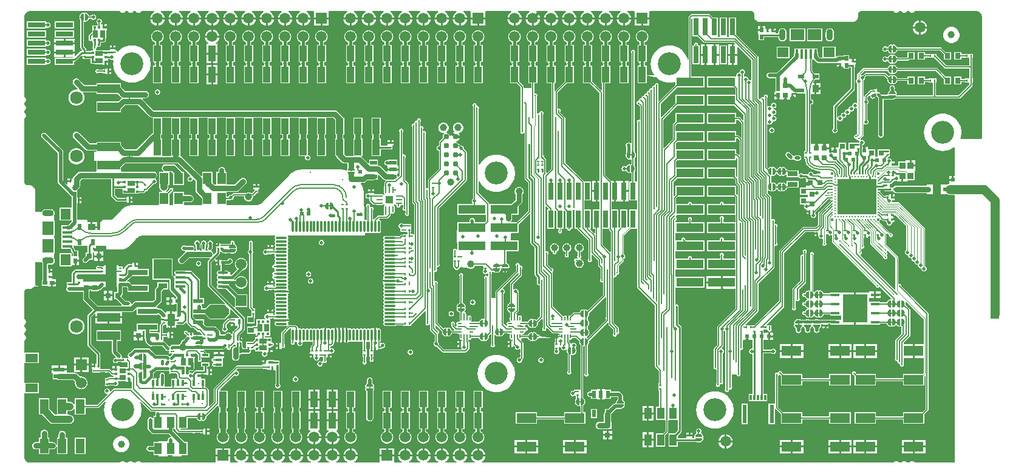
<source format=gtl>
G04*
G04 #@! TF.GenerationSoftware,Altium Limited,Altium Designer,19.1.7 (138)*
G04*
G04 Layer_Physical_Order=1*
G04 Layer_Color=255*
%FSLAX24Y24*%
%MOIN*%
G70*
G01*
G75*
%ADD11C,0.0098*%
%ADD13C,0.0059*%
%ADD14C,0.0118*%
%ADD15C,0.0100*%
%ADD16C,0.0200*%
%ADD17C,0.0060*%
%ADD18C,0.0049*%
%ADD19C,0.0079*%
%ADD20C,0.0050*%
%ADD21C,0.0080*%
%ADD40R,0.0138X0.0118*%
%ADD44R,0.0236X0.0197*%
%ADD45R,0.0106X0.0118*%
%ADD46R,0.0118X0.0106*%
%ADD47C,0.0093*%
%ADD48O,0.0098X0.0374*%
%ADD49O,0.0374X0.0098*%
%ADD50R,0.0445X0.0445*%
%ADD51R,0.0283X0.0413*%
%ADD52R,0.0362X0.0280*%
%ADD53R,0.0177X0.0165*%
%ADD54R,0.0413X0.0283*%
%ADD55R,0.0118X0.0138*%
%ADD56R,0.0299X0.0945*%
%ADD57R,0.1500X0.0500*%
%ADD58R,0.1063X0.0315*%
%ADD59R,0.0118X0.0315*%
%ADD60R,0.0236X0.1024*%
%ADD61R,0.0630X0.0551*%
%ADD62R,0.0748X0.0610*%
%ADD63R,0.0157X0.0531*%
%ADD64R,0.0551X0.0295*%
%ADD65R,0.0138X0.0354*%
%ADD66R,0.0236X0.0394*%
%ADD67R,0.0354X0.0138*%
%ADD68R,0.0394X0.0236*%
%ADD73O,0.0551X0.0157*%
%ADD74R,0.0453X0.0177*%
%ADD77R,0.0394X0.0630*%
%ADD78R,0.0472X0.0630*%
%ADD79R,0.0472X0.0787*%
%ADD80R,0.1083X0.0551*%
%ADD81R,0.0217X0.0236*%
%ADD82R,0.0157X0.0098*%
%ADD83R,0.0157X0.0276*%
%ADD84R,0.0551X0.0236*%
%ADD85R,0.0669X0.0236*%
%ADD86R,0.0098X0.0157*%
%ADD87R,0.0276X0.0157*%
%ADD88R,0.1252X0.0500*%
%ADD89R,0.0945X0.0299*%
%ADD90R,0.0402X0.0862*%
%ADD91R,0.0320X0.0300*%
%ADD92R,0.0300X0.0320*%
%ADD93R,0.0315X0.0295*%
%ADD94R,0.0295X0.0315*%
%ADD95R,0.0709X0.0472*%
%ADD96R,0.0610X0.0236*%
%ADD97R,0.0551X0.0630*%
%ADD98R,0.0610X0.0748*%
%ADD99R,0.0531X0.0157*%
%ADD100R,0.0315X0.0295*%
%ADD101R,0.0228X0.0197*%
%ADD102R,0.0256X0.0197*%
%ADD103R,0.0197X0.0256*%
%ADD104R,0.0098X0.0142*%
%ADD105R,0.0500X0.0300*%
%ADD106R,0.1000X0.1051*%
%ADD107R,0.0394X0.0335*%
%ADD108R,0.0236X0.0335*%
%ADD109R,0.0335X0.0394*%
%ADD110R,0.0335X0.0236*%
%ADD111R,0.0197X0.0236*%
%ADD112O,0.0650X0.0118*%
%ADD113O,0.0118X0.0650*%
%ADD115C,0.0098*%
%ADD116R,0.0335X0.0374*%
%ADD117C,0.0394*%
%ADD118C,0.0240*%
%ADD198C,0.0197*%
%ADD210C,0.0065*%
%ADD211C,0.0065*%
%ADD212C,0.0079*%
%ADD213R,0.0177X0.0138*%
%ADD214R,0.0177X0.0098*%
%ADD215R,0.0354X0.0709*%
%ADD216R,0.0630X0.0984*%
%ADD217R,0.0177X0.0098*%
%ADD218R,0.0177X0.0187*%
%ADD219R,0.1339X0.1575*%
%ADD220O,0.0087X0.0256*%
%ADD221O,0.0256X0.0087*%
%ADD222C,0.0310*%
%ADD223C,0.0157*%
%ADD224C,0.0089*%
%ADD225R,0.2126X0.1969*%
%ADD226C,0.0089*%
%ADD227C,0.0300*%
%ADD228C,0.0049*%
%ADD229C,0.0150*%
%ADD230C,0.0180*%
%ADD231C,0.0120*%
%ADD232C,0.0074*%
%ADD233C,0.0049*%
%ADD234C,0.0062*%
%ADD235C,0.0250*%
%ADD236C,0.0500*%
%ADD237C,0.0400*%
%ADD238R,0.0394X0.0630*%
%ADD239R,0.0150X0.0236*%
%ADD240R,0.1450X0.0420*%
%ADD241R,0.0620X0.1610*%
%ADD242R,0.0591X0.0591*%
%ADD243C,0.0591*%
%ADD244O,0.0354X0.0630*%
%ADD245C,0.0701*%
%ADD246C,0.0390*%
%ADD247O,0.0630X0.0354*%
%ADD248C,0.1260*%
%ADD249R,0.0591X0.0591*%
%ADD250C,0.0240*%
%ADD251C,0.0118*%
G36*
X400Y24900D02*
X5341D01*
X5350Y24886D01*
X5366Y24867D01*
X5385Y24851D01*
X5405Y24838D01*
X5427Y24827D01*
X5450Y24819D01*
X5475Y24814D01*
X5499Y24813D01*
X5523Y24814D01*
X5548Y24819D01*
X5571Y24827D01*
X5593Y24838D01*
X5613Y24851D01*
X5632Y24867D01*
X5648Y24886D01*
X5657Y24900D01*
X5774D01*
X5783Y24886D01*
X5799Y24867D01*
X5818Y24851D01*
X5838Y24838D01*
X5860Y24827D01*
X5883Y24819D01*
X5908Y24814D01*
X5932Y24813D01*
X5956Y24814D01*
X5980Y24819D01*
X6004Y24827D01*
X6026Y24838D01*
X6046Y24851D01*
X6065Y24867D01*
X6081Y24886D01*
X6090Y24900D01*
X6207D01*
X6216Y24886D01*
X6232Y24867D01*
X6251Y24851D01*
X6271Y24838D01*
X6293Y24827D01*
X6316Y24819D01*
X6341Y24814D01*
X6365Y24813D01*
X6389Y24814D01*
X6413Y24819D01*
X6437Y24827D01*
X6459Y24838D01*
X6479Y24851D01*
X6498Y24867D01*
X6514Y24886D01*
X6523Y24900D01*
X7205D01*
X7216Y24850D01*
X7213Y24849D01*
X7180Y24829D01*
X7149Y24806D01*
X7120Y24780D01*
X7094Y24751D01*
X7071Y24720D01*
X7051Y24687D01*
X7034Y24651D01*
X7021Y24615D01*
X7012Y24577D01*
X7008Y24550D01*
X7400D01*
X7792D01*
X7788Y24577D01*
X7779Y24615D01*
X7766Y24651D01*
X7749Y24687D01*
X7729Y24720D01*
X7706Y24751D01*
X7680Y24780D01*
X7651Y24806D01*
X7620Y24829D01*
X7587Y24849D01*
X7584Y24850D01*
X7595Y24900D01*
X8205D01*
X8216Y24850D01*
X8213Y24849D01*
X8180Y24829D01*
X8149Y24806D01*
X8120Y24780D01*
X8094Y24751D01*
X8071Y24720D01*
X8051Y24687D01*
X8034Y24651D01*
X8021Y24615D01*
X8012Y24577D01*
X8008Y24550D01*
X8400D01*
X8792D01*
X8788Y24577D01*
X8779Y24615D01*
X8766Y24651D01*
X8749Y24687D01*
X8729Y24720D01*
X8706Y24751D01*
X8680Y24780D01*
X8651Y24806D01*
X8620Y24829D01*
X8587Y24849D01*
X8584Y24850D01*
X8595Y24900D01*
X9205D01*
X9216Y24850D01*
X9213Y24849D01*
X9180Y24829D01*
X9149Y24806D01*
X9120Y24780D01*
X9094Y24751D01*
X9071Y24720D01*
X9051Y24687D01*
X9034Y24651D01*
X9021Y24615D01*
X9012Y24577D01*
X9008Y24550D01*
X9400D01*
X9792D01*
X9788Y24577D01*
X9779Y24615D01*
X9766Y24651D01*
X9749Y24687D01*
X9729Y24720D01*
X9706Y24751D01*
X9680Y24780D01*
X9651Y24806D01*
X9620Y24829D01*
X9587Y24849D01*
X9584Y24850D01*
X9595Y24900D01*
X10205D01*
X10216Y24850D01*
X10213Y24849D01*
X10180Y24829D01*
X10149Y24806D01*
X10120Y24780D01*
X10094Y24751D01*
X10071Y24720D01*
X10051Y24687D01*
X10034Y24651D01*
X10021Y24615D01*
X10012Y24577D01*
X10008Y24550D01*
X10400D01*
X10792D01*
X10788Y24577D01*
X10779Y24615D01*
X10766Y24651D01*
X10749Y24687D01*
X10729Y24720D01*
X10706Y24751D01*
X10680Y24780D01*
X10651Y24806D01*
X10620Y24829D01*
X10587Y24849D01*
X10584Y24850D01*
X10595Y24900D01*
X11205D01*
X11216Y24850D01*
X11213Y24849D01*
X11180Y24829D01*
X11149Y24806D01*
X11120Y24780D01*
X11094Y24751D01*
X11071Y24720D01*
X11051Y24687D01*
X11034Y24651D01*
X11021Y24615D01*
X11012Y24577D01*
X11008Y24550D01*
X11400D01*
X11792D01*
X11788Y24577D01*
X11779Y24615D01*
X11766Y24651D01*
X11749Y24687D01*
X11729Y24720D01*
X11706Y24751D01*
X11680Y24780D01*
X11651Y24806D01*
X11620Y24829D01*
X11587Y24849D01*
X11584Y24850D01*
X11595Y24900D01*
X12205D01*
X12216Y24850D01*
X12213Y24849D01*
X12180Y24829D01*
X12149Y24806D01*
X12120Y24780D01*
X12094Y24751D01*
X12071Y24720D01*
X12051Y24687D01*
X12034Y24651D01*
X12021Y24615D01*
X12012Y24577D01*
X12008Y24550D01*
X12400D01*
X12792D01*
X12788Y24577D01*
X12779Y24615D01*
X12766Y24651D01*
X12749Y24687D01*
X12729Y24720D01*
X12706Y24751D01*
X12680Y24780D01*
X12651Y24806D01*
X12620Y24829D01*
X12587Y24849D01*
X12584Y24850D01*
X12595Y24900D01*
X13205D01*
X13216Y24850D01*
X13213Y24849D01*
X13180Y24829D01*
X13149Y24806D01*
X13120Y24780D01*
X13094Y24751D01*
X13071Y24720D01*
X13051Y24687D01*
X13034Y24651D01*
X13021Y24615D01*
X13012Y24577D01*
X13008Y24550D01*
X13400D01*
X13792D01*
X13788Y24577D01*
X13779Y24615D01*
X13766Y24651D01*
X13749Y24687D01*
X13729Y24720D01*
X13706Y24751D01*
X13680Y24780D01*
X13651Y24806D01*
X13620Y24829D01*
X13587Y24849D01*
X13584Y24850D01*
X13595Y24900D01*
X14205D01*
X14216Y24850D01*
X14213Y24849D01*
X14180Y24829D01*
X14149Y24806D01*
X14120Y24780D01*
X14094Y24751D01*
X14071Y24720D01*
X14051Y24687D01*
X14034Y24651D01*
X14021Y24615D01*
X14012Y24577D01*
X14008Y24550D01*
X14400D01*
X14792D01*
X14788Y24577D01*
X14779Y24615D01*
X14766Y24651D01*
X14749Y24687D01*
X14729Y24720D01*
X14706Y24751D01*
X14680Y24780D01*
X14651Y24806D01*
X14620Y24829D01*
X14587Y24849D01*
X14584Y24850D01*
X14595Y24900D01*
X15205D01*
X15216Y24850D01*
X15213Y24849D01*
X15180Y24829D01*
X15149Y24806D01*
X15120Y24780D01*
X15094Y24751D01*
X15071Y24720D01*
X15051Y24687D01*
X15034Y24651D01*
X15021Y24615D01*
X15012Y24577D01*
X15008Y24550D01*
X15400D01*
X15792D01*
X15788Y24577D01*
X15779Y24615D01*
X15766Y24651D01*
X15749Y24687D01*
X15729Y24720D01*
X15706Y24751D01*
X15680Y24780D01*
X15651Y24806D01*
X15620Y24829D01*
X15587Y24849D01*
X15584Y24850D01*
X15595Y24900D01*
X15957D01*
X16005Y24895D01*
X16005Y24850D01*
Y24550D01*
X16400D01*
X16795D01*
X16795Y24895D01*
X16843Y24900D01*
X17805D01*
X17816Y24850D01*
X17813Y24849D01*
X17780Y24829D01*
X17749Y24806D01*
X17720Y24780D01*
X17694Y24751D01*
X17671Y24720D01*
X17651Y24687D01*
X17634Y24651D01*
X17621Y24615D01*
X17612Y24577D01*
X17608Y24550D01*
X18000D01*
X18392D01*
X18388Y24577D01*
X18379Y24615D01*
X18366Y24651D01*
X18349Y24687D01*
X18329Y24720D01*
X18306Y24751D01*
X18280Y24780D01*
X18251Y24806D01*
X18220Y24829D01*
X18187Y24849D01*
X18184Y24850D01*
X18195Y24900D01*
X18805D01*
X18816Y24850D01*
X18813Y24849D01*
X18780Y24829D01*
X18749Y24806D01*
X18720Y24780D01*
X18694Y24751D01*
X18671Y24720D01*
X18651Y24687D01*
X18634Y24651D01*
X18621Y24615D01*
X18612Y24577D01*
X18608Y24550D01*
X19000D01*
X19392D01*
X19388Y24577D01*
X19379Y24615D01*
X19366Y24651D01*
X19349Y24687D01*
X19329Y24720D01*
X19306Y24751D01*
X19280Y24780D01*
X19251Y24806D01*
X19220Y24829D01*
X19187Y24849D01*
X19184Y24850D01*
X19195Y24900D01*
X19805D01*
X19816Y24850D01*
X19813Y24849D01*
X19780Y24829D01*
X19749Y24806D01*
X19720Y24780D01*
X19694Y24751D01*
X19671Y24720D01*
X19651Y24687D01*
X19634Y24651D01*
X19621Y24615D01*
X19612Y24577D01*
X19608Y24550D01*
X20000D01*
X20392D01*
X20388Y24577D01*
X20379Y24615D01*
X20366Y24651D01*
X20349Y24687D01*
X20329Y24720D01*
X20306Y24751D01*
X20280Y24780D01*
X20251Y24806D01*
X20220Y24829D01*
X20187Y24849D01*
X20184Y24850D01*
X20195Y24900D01*
X20805D01*
X20816Y24850D01*
X20813Y24849D01*
X20780Y24829D01*
X20749Y24806D01*
X20720Y24780D01*
X20694Y24751D01*
X20671Y24720D01*
X20651Y24687D01*
X20634Y24651D01*
X20621Y24615D01*
X20612Y24577D01*
X20608Y24550D01*
X21000D01*
X21392D01*
X21388Y24577D01*
X21379Y24615D01*
X21366Y24651D01*
X21349Y24687D01*
X21329Y24720D01*
X21306Y24751D01*
X21280Y24780D01*
X21251Y24806D01*
X21220Y24829D01*
X21187Y24849D01*
X21184Y24850D01*
X21195Y24900D01*
X21805D01*
X21816Y24850D01*
X21813Y24849D01*
X21780Y24829D01*
X21749Y24806D01*
X21720Y24780D01*
X21694Y24751D01*
X21671Y24720D01*
X21651Y24687D01*
X21634Y24651D01*
X21621Y24615D01*
X21612Y24577D01*
X21608Y24550D01*
X22000D01*
X22392D01*
X22388Y24577D01*
X22379Y24615D01*
X22366Y24651D01*
X22349Y24687D01*
X22329Y24720D01*
X22306Y24751D01*
X22280Y24780D01*
X22251Y24806D01*
X22220Y24829D01*
X22187Y24849D01*
X22184Y24850D01*
X22195Y24900D01*
X22805D01*
X22816Y24850D01*
X22813Y24849D01*
X22780Y24829D01*
X22749Y24806D01*
X22720Y24780D01*
X22694Y24751D01*
X22671Y24720D01*
X22651Y24687D01*
X22634Y24651D01*
X22621Y24615D01*
X22612Y24577D01*
X22608Y24550D01*
X23000D01*
X23392D01*
X23388Y24577D01*
X23379Y24615D01*
X23366Y24651D01*
X23349Y24687D01*
X23329Y24720D01*
X23306Y24751D01*
X23280Y24780D01*
X23251Y24806D01*
X23220Y24829D01*
X23187Y24849D01*
X23184Y24850D01*
X23195Y24900D01*
X23805D01*
X23816Y24850D01*
X23813Y24849D01*
X23780Y24829D01*
X23749Y24806D01*
X23720Y24780D01*
X23694Y24751D01*
X23671Y24720D01*
X23651Y24687D01*
X23634Y24651D01*
X23621Y24615D01*
X23612Y24577D01*
X23608Y24550D01*
X24000D01*
X24392D01*
X24388Y24577D01*
X24379Y24615D01*
X24366Y24651D01*
X24349Y24687D01*
X24329Y24720D01*
X24306Y24751D01*
X24280Y24780D01*
X24251Y24806D01*
X24220Y24829D01*
X24187Y24849D01*
X24184Y24850D01*
X24195Y24900D01*
X24557D01*
X24605Y24895D01*
X24605Y24850D01*
Y24550D01*
X25000D01*
Y24500D01*
D01*
Y24550D01*
X25395D01*
X25395Y24895D01*
X25443Y24900D01*
X26805D01*
X26816Y24850D01*
X26813Y24849D01*
X26780Y24829D01*
X26749Y24806D01*
X26720Y24780D01*
X26694Y24751D01*
X26671Y24720D01*
X26651Y24687D01*
X26634Y24651D01*
X26621Y24615D01*
X26612Y24577D01*
X26608Y24550D01*
X27000D01*
X27392D01*
X27388Y24577D01*
X27379Y24615D01*
X27366Y24651D01*
X27349Y24687D01*
X27329Y24720D01*
X27306Y24751D01*
X27280Y24780D01*
X27251Y24806D01*
X27220Y24829D01*
X27187Y24849D01*
X27184Y24850D01*
X27195Y24900D01*
X27805D01*
X27816Y24850D01*
X27813Y24849D01*
X27780Y24829D01*
X27749Y24806D01*
X27720Y24780D01*
X27694Y24751D01*
X27671Y24720D01*
X27651Y24687D01*
X27634Y24651D01*
X27621Y24615D01*
X27612Y24577D01*
X27608Y24550D01*
X28000D01*
X28392D01*
X28388Y24577D01*
X28379Y24615D01*
X28366Y24651D01*
X28349Y24687D01*
X28329Y24720D01*
X28306Y24751D01*
X28280Y24780D01*
X28251Y24806D01*
X28220Y24829D01*
X28187Y24849D01*
X28184Y24850D01*
X28195Y24900D01*
X28805D01*
X28816Y24850D01*
X28813Y24849D01*
X28780Y24829D01*
X28749Y24806D01*
X28720Y24780D01*
X28694Y24751D01*
X28671Y24720D01*
X28651Y24687D01*
X28634Y24651D01*
X28621Y24615D01*
X28612Y24577D01*
X28608Y24550D01*
X29000D01*
X29392D01*
X29388Y24577D01*
X29379Y24615D01*
X29366Y24651D01*
X29349Y24687D01*
X29329Y24720D01*
X29306Y24751D01*
X29280Y24780D01*
X29251Y24806D01*
X29220Y24829D01*
X29187Y24849D01*
X29184Y24850D01*
X29195Y24900D01*
X29805D01*
X29816Y24850D01*
X29813Y24849D01*
X29780Y24829D01*
X29749Y24806D01*
X29720Y24780D01*
X29694Y24751D01*
X29671Y24720D01*
X29651Y24687D01*
X29634Y24651D01*
X29621Y24615D01*
X29612Y24577D01*
X29608Y24550D01*
X30000D01*
X30392D01*
X30388Y24577D01*
X30379Y24615D01*
X30366Y24651D01*
X30349Y24687D01*
X30329Y24720D01*
X30306Y24751D01*
X30280Y24780D01*
X30251Y24806D01*
X30220Y24829D01*
X30187Y24849D01*
X30184Y24850D01*
X30195Y24900D01*
X30805D01*
X30816Y24850D01*
X30813Y24849D01*
X30780Y24829D01*
X30749Y24806D01*
X30720Y24780D01*
X30694Y24751D01*
X30671Y24720D01*
X30651Y24687D01*
X30634Y24651D01*
X30621Y24615D01*
X30612Y24577D01*
X30608Y24550D01*
X31000D01*
X31392D01*
X31388Y24577D01*
X31379Y24615D01*
X31366Y24651D01*
X31349Y24687D01*
X31329Y24720D01*
X31306Y24751D01*
X31280Y24780D01*
X31251Y24806D01*
X31220Y24829D01*
X31187Y24849D01*
X31184Y24850D01*
X31195Y24900D01*
X31805D01*
X31816Y24850D01*
X31813Y24849D01*
X31780Y24829D01*
X31749Y24806D01*
X31720Y24780D01*
X31694Y24751D01*
X31671Y24720D01*
X31651Y24687D01*
X31634Y24651D01*
X31621Y24615D01*
X31612Y24577D01*
X31608Y24550D01*
X32000D01*
X32392D01*
X32388Y24577D01*
X32379Y24615D01*
X32366Y24651D01*
X32349Y24687D01*
X32329Y24720D01*
X32306Y24751D01*
X32280Y24780D01*
X32251Y24806D01*
X32220Y24829D01*
X32187Y24849D01*
X32184Y24850D01*
X32195Y24900D01*
X32805D01*
X32816Y24850D01*
X32813Y24849D01*
X32780Y24829D01*
X32749Y24806D01*
X32720Y24780D01*
X32694Y24751D01*
X32671Y24720D01*
X32651Y24687D01*
X32634Y24651D01*
X32621Y24615D01*
X32612Y24577D01*
X32608Y24550D01*
X33000D01*
X33392D01*
X33388Y24577D01*
X33379Y24615D01*
X33366Y24651D01*
X33349Y24687D01*
X33329Y24720D01*
X33306Y24751D01*
X33280Y24780D01*
X33251Y24806D01*
X33220Y24829D01*
X33187Y24849D01*
X33184Y24850D01*
X33195Y24900D01*
X33557D01*
X33605Y24895D01*
X33605Y24850D01*
Y24550D01*
X34000D01*
X34395D01*
X34395Y24895D01*
X34443Y24900D01*
X39999D01*
X40002Y24901D01*
X40023Y24899D01*
X40046Y24893D01*
X40068Y24884D01*
X40088Y24872D01*
X40106Y24857D01*
X40121Y24839D01*
X40134Y24818D01*
X40143Y24797D01*
X40148Y24774D01*
X40150Y24753D01*
X40150Y24750D01*
Y24650D01*
X40150Y24649D01*
X40152Y24616D01*
X40157Y24582D01*
X40165Y24549D01*
X40176Y24516D01*
X40191Y24485D01*
X40209Y24456D01*
X40229Y24428D01*
X40252Y24403D01*
X40278Y24380D01*
X40305Y24359D01*
X40335Y24342D01*
X40366Y24327D01*
X40398Y24315D01*
X40431Y24307D01*
X40465Y24302D01*
X40499Y24300D01*
X40499Y24300D01*
Y24300D01*
X40500Y24300D01*
X40549Y24300D01*
X45508Y24300D01*
X45509Y24300D01*
X45542Y24302D01*
X45576Y24307D01*
X45609Y24315D01*
X45641Y24327D01*
X45672Y24342D01*
X45702Y24359D01*
X45729Y24380D01*
X45755Y24403D01*
X45778Y24428D01*
X45798Y24456D01*
X45816Y24485D01*
X45831Y24516D01*
X45842Y24549D01*
X45850Y24582D01*
X45856Y24616D01*
X45857Y24649D01*
X45857Y24650D01*
Y24750D01*
X45857Y24753D01*
X45859Y24774D01*
X45864Y24797D01*
X45873Y24818D01*
X45886Y24839D01*
X45901Y24857D01*
X45919Y24872D01*
X45939Y24884D01*
X45961Y24893D01*
X45984Y24899D01*
X46005Y24901D01*
X46008Y24900D01*
X47789D01*
X47799Y24886D01*
X47815Y24867D01*
X47834Y24851D01*
X47854Y24838D01*
X47876Y24827D01*
X47899Y24819D01*
X47923Y24814D01*
X47948Y24813D01*
X47972Y24814D01*
X47996Y24819D01*
X48019Y24827D01*
X48041Y24838D01*
X48062Y24851D01*
X48080Y24867D01*
X48096Y24886D01*
X48106Y24900D01*
X48222D01*
X48232Y24886D01*
X48248Y24867D01*
X48267Y24851D01*
X48287Y24838D01*
X48309Y24827D01*
X48332Y24819D01*
X48356Y24814D01*
X48381Y24813D01*
X48405Y24814D01*
X48429Y24819D01*
X48452Y24827D01*
X48474Y24838D01*
X48495Y24851D01*
X48513Y24867D01*
X48529Y24886D01*
X48539Y24900D01*
X48655D01*
X48665Y24886D01*
X48681Y24867D01*
X48700Y24851D01*
X48720Y24838D01*
X48742Y24827D01*
X48765Y24819D01*
X48789Y24814D01*
X48814Y24813D01*
X48838Y24814D01*
X48862Y24819D01*
X48885Y24827D01*
X48907Y24838D01*
X48928Y24851D01*
X48946Y24867D01*
X48962Y24886D01*
X48972Y24900D01*
X52350Y24900D01*
X52350Y24900D01*
X52350Y24900D01*
X52398Y24896D01*
X52417Y24893D01*
X52449Y24884D01*
X52481Y24871D01*
X52510Y24855D01*
X52538Y24835D01*
X52563Y24813D01*
X52585Y24788D01*
X52605Y24760D01*
X52621Y24730D01*
X52634Y24699D01*
X52643Y24667D01*
X52649Y24634D01*
X52651Y24603D01*
X52650Y24600D01*
Y17900D01*
X52650Y17900D01*
X52602Y17880D01*
X51509D01*
X51473Y17930D01*
X51478Y17945D01*
X51495Y18005D01*
X51508Y18065D01*
X51517Y18126D01*
X51523Y18188D01*
X51525Y18250D01*
X51523Y18312D01*
X51517Y18374D01*
X51508Y18435D01*
X51495Y18495D01*
X51478Y18555D01*
X51458Y18613D01*
X51434Y18670D01*
X51407Y18726D01*
X51377Y18780D01*
X51343Y18832D01*
X51307Y18882D01*
X51267Y18929D01*
X51224Y18974D01*
X51179Y19017D01*
X51132Y19057D01*
X51082Y19093D01*
X51030Y19127D01*
X50976Y19157D01*
X50920Y19184D01*
X50863Y19208D01*
X50805Y19228D01*
X50745Y19245D01*
X50685Y19258D01*
X50623Y19267D01*
X50562Y19273D01*
X50500Y19275D01*
X50438Y19273D01*
X50377Y19267D01*
X50315Y19258D01*
X50255Y19245D01*
X50195Y19228D01*
X50137Y19208D01*
X50080Y19184D01*
X50024Y19157D01*
X49970Y19127D01*
X49918Y19093D01*
X49868Y19057D01*
X49821Y19017D01*
X49776Y18974D01*
X49733Y18929D01*
X49693Y18882D01*
X49657Y18832D01*
X49623Y18780D01*
X49593Y18726D01*
X49566Y18670D01*
X49542Y18613D01*
X49522Y18555D01*
X49505Y18495D01*
X49492Y18435D01*
X49483Y18374D01*
X49477Y18312D01*
X49475Y18250D01*
X49477Y18188D01*
X49483Y18126D01*
X49492Y18065D01*
X49505Y18005D01*
X49522Y17945D01*
X49542Y17887D01*
X49566Y17830D01*
X49593Y17774D01*
X49623Y17720D01*
X49657Y17668D01*
X49693Y17618D01*
X49733Y17571D01*
X49776Y17526D01*
X49821Y17483D01*
X49868Y17443D01*
X49918Y17407D01*
X49970Y17373D01*
X50024Y17343D01*
X50080Y17316D01*
X50137Y17292D01*
X50195Y17272D01*
X50255Y17255D01*
X50315Y17242D01*
X50377Y17233D01*
X50438Y17227D01*
X50500Y17225D01*
X50562Y17227D01*
X50623Y17233D01*
X50685Y17242D01*
X50745Y17255D01*
X50805Y17272D01*
X50863Y17292D01*
X50920Y17316D01*
X50976Y17343D01*
X51030Y17373D01*
X51082Y17407D01*
X51101Y17421D01*
X51151Y17396D01*
X51151Y15855D01*
X51100D01*
Y15637D01*
X51050D01*
Y15587D01*
X50852D01*
Y15419D01*
X50810Y15399D01*
X50807Y15398D01*
X50776Y15385D01*
X50747Y15369D01*
X50698Y15371D01*
X50698Y15371D01*
X50698Y15371D01*
X50383D01*
Y14859D01*
X50698D01*
X50698Y14859D01*
Y14859D01*
X50747Y14860D01*
X50776Y14844D01*
X50807Y14831D01*
X50840Y14822D01*
X50873Y14816D01*
X50907Y14814D01*
X51116D01*
X51151Y14779D01*
X51150Y100D01*
X48972D01*
X48962Y114D01*
X48946Y133D01*
X48928Y149D01*
X48907Y162D01*
X48885Y173D01*
X48862Y181D01*
X48838Y186D01*
X48814Y187D01*
X48789Y186D01*
X48765Y181D01*
X48742Y173D01*
X48720Y162D01*
X48700Y149D01*
X48681Y133D01*
X48665Y114D01*
X48655Y100D01*
X48539D01*
X48529Y114D01*
X48513Y133D01*
X48495Y149D01*
X48474Y162D01*
X48452Y173D01*
X48429Y181D01*
X48405Y186D01*
X48381Y187D01*
X48356Y186D01*
X48332Y181D01*
X48309Y173D01*
X48287Y162D01*
X48267Y149D01*
X48248Y133D01*
X48232Y114D01*
X48222Y100D01*
X48106D01*
X48096Y114D01*
X48080Y133D01*
X48062Y149D01*
X48041Y162D01*
X48019Y173D01*
X47996Y181D01*
X47972Y186D01*
X47948Y187D01*
X47923Y186D01*
X47899Y181D01*
X47876Y173D01*
X47854Y162D01*
X47834Y149D01*
X47815Y133D01*
X47799Y114D01*
X47789Y100D01*
X25195D01*
X25184Y150D01*
X25187Y151D01*
X25220Y171D01*
X25251Y194D01*
X25280Y220D01*
X25306Y249D01*
X25329Y280D01*
X25349Y313D01*
X25366Y349D01*
X25379Y385D01*
X25388Y423D01*
X25392Y450D01*
X24608D01*
X24612Y423D01*
X24621Y385D01*
X24634Y349D01*
X24651Y313D01*
X24671Y280D01*
X24694Y249D01*
X24720Y220D01*
X24749Y194D01*
X24780Y171D01*
X24813Y151D01*
X24816Y150D01*
X24805Y100D01*
X24195D01*
X24184Y150D01*
X24187Y151D01*
X24220Y171D01*
X24251Y194D01*
X24280Y220D01*
X24306Y249D01*
X24329Y280D01*
X24349Y313D01*
X24366Y349D01*
X24379Y385D01*
X24388Y423D01*
X24392Y450D01*
X23608D01*
X23612Y423D01*
X23621Y385D01*
X23634Y349D01*
X23651Y313D01*
X23671Y280D01*
X23694Y249D01*
X23720Y220D01*
X23749Y194D01*
X23780Y171D01*
X23813Y151D01*
X23816Y150D01*
X23805Y100D01*
X23195D01*
X23184Y150D01*
X23187Y151D01*
X23220Y171D01*
X23251Y194D01*
X23280Y220D01*
X23306Y249D01*
X23329Y280D01*
X23349Y313D01*
X23366Y349D01*
X23379Y385D01*
X23388Y423D01*
X23392Y450D01*
X22608D01*
X22612Y423D01*
X22621Y385D01*
X22634Y349D01*
X22651Y313D01*
X22671Y280D01*
X22694Y249D01*
X22720Y220D01*
X22749Y194D01*
X22780Y171D01*
X22813Y151D01*
X22816Y150D01*
X22805Y100D01*
X22195D01*
X22184Y150D01*
X22187Y151D01*
X22220Y171D01*
X22251Y194D01*
X22280Y220D01*
X22306Y249D01*
X22329Y280D01*
X22349Y313D01*
X22366Y349D01*
X22379Y385D01*
X22388Y423D01*
X22392Y450D01*
X21608D01*
X21612Y423D01*
X21621Y385D01*
X21634Y349D01*
X21651Y313D01*
X21671Y280D01*
X21694Y249D01*
X21720Y220D01*
X21749Y194D01*
X21780Y171D01*
X21813Y151D01*
X21816Y150D01*
X21805Y100D01*
X21195D01*
X21184Y150D01*
X21187Y151D01*
X21220Y171D01*
X21251Y194D01*
X21280Y220D01*
X21306Y249D01*
X21329Y280D01*
X21349Y313D01*
X21366Y349D01*
X21379Y385D01*
X21388Y423D01*
X21392Y450D01*
X20608D01*
X20612Y423D01*
X20621Y385D01*
X20634Y349D01*
X20651Y313D01*
X20671Y280D01*
X20694Y249D01*
X20720Y220D01*
X20749Y194D01*
X20780Y171D01*
X20813Y151D01*
X20816Y150D01*
X20805Y100D01*
X20443D01*
X20395Y105D01*
X20395Y150D01*
Y450D01*
X19605D01*
X19605Y105D01*
X19557Y100D01*
X18195D01*
X18184Y150D01*
X18187Y151D01*
X18220Y171D01*
X18251Y194D01*
X18280Y220D01*
X18306Y249D01*
X18329Y280D01*
X18349Y313D01*
X18366Y349D01*
X18379Y385D01*
X18388Y423D01*
X18392Y450D01*
X17608D01*
X17612Y423D01*
X17621Y385D01*
X17634Y349D01*
X17651Y313D01*
X17671Y280D01*
X17694Y249D01*
X17720Y220D01*
X17749Y194D01*
X17780Y171D01*
X17813Y151D01*
X17816Y150D01*
X17805Y100D01*
X17195D01*
X17184Y150D01*
X17187Y151D01*
X17220Y171D01*
X17251Y194D01*
X17280Y220D01*
X17306Y249D01*
X17329Y280D01*
X17349Y313D01*
X17366Y349D01*
X17379Y385D01*
X17388Y423D01*
X17392Y450D01*
X16608D01*
X16612Y423D01*
X16621Y385D01*
X16634Y349D01*
X16651Y313D01*
X16671Y280D01*
X16694Y249D01*
X16720Y220D01*
X16749Y194D01*
X16780Y171D01*
X16813Y151D01*
X16816Y150D01*
X16805Y100D01*
X16195D01*
X16184Y150D01*
X16187Y151D01*
X16220Y171D01*
X16251Y194D01*
X16280Y220D01*
X16306Y249D01*
X16329Y280D01*
X16349Y313D01*
X16366Y349D01*
X16379Y385D01*
X16388Y423D01*
X16392Y450D01*
X15608D01*
X15612Y423D01*
X15621Y385D01*
X15634Y349D01*
X15651Y313D01*
X15671Y280D01*
X15694Y249D01*
X15720Y220D01*
X15749Y194D01*
X15780Y171D01*
X15813Y151D01*
X15816Y150D01*
X15805Y100D01*
X15195D01*
X15184Y150D01*
X15187Y151D01*
X15220Y171D01*
X15251Y194D01*
X15280Y220D01*
X15306Y249D01*
X15329Y280D01*
X15349Y313D01*
X15366Y349D01*
X15379Y385D01*
X15388Y423D01*
X15392Y450D01*
X14608D01*
X14612Y423D01*
X14621Y385D01*
X14634Y349D01*
X14651Y313D01*
X14671Y280D01*
X14694Y249D01*
X14720Y220D01*
X14749Y194D01*
X14780Y171D01*
X14813Y151D01*
X14816Y150D01*
X14805Y100D01*
X14195D01*
X14184Y150D01*
X14187Y151D01*
X14220Y171D01*
X14251Y194D01*
X14280Y220D01*
X14306Y249D01*
X14329Y280D01*
X14349Y313D01*
X14366Y349D01*
X14379Y385D01*
X14388Y423D01*
X14392Y450D01*
X13608D01*
X13612Y423D01*
X13621Y385D01*
X13634Y349D01*
X13651Y313D01*
X13671Y280D01*
X13694Y249D01*
X13720Y220D01*
X13749Y194D01*
X13780Y171D01*
X13813Y151D01*
X13816Y150D01*
X13805Y100D01*
X13195D01*
X13184Y150D01*
X13187Y151D01*
X13220Y171D01*
X13251Y194D01*
X13280Y220D01*
X13306Y249D01*
X13329Y280D01*
X13349Y313D01*
X13366Y349D01*
X13379Y385D01*
X13388Y423D01*
X13392Y450D01*
X12608D01*
X12612Y423D01*
X12621Y385D01*
X12634Y349D01*
X12651Y313D01*
X12671Y280D01*
X12694Y249D01*
X12720Y220D01*
X12749Y194D01*
X12780Y171D01*
X12813Y151D01*
X12816Y150D01*
X12805Y100D01*
X12195D01*
X12184Y150D01*
X12187Y151D01*
X12220Y171D01*
X12251Y194D01*
X12280Y220D01*
X12306Y249D01*
X12329Y280D01*
X12349Y313D01*
X12366Y349D01*
X12379Y385D01*
X12388Y423D01*
X12392Y450D01*
X11608D01*
X11612Y423D01*
X11621Y385D01*
X11634Y349D01*
X11651Y313D01*
X11671Y280D01*
X11694Y249D01*
X11720Y220D01*
X11749Y194D01*
X11780Y171D01*
X11813Y151D01*
X11816Y150D01*
X11805Y100D01*
X11443D01*
X11395Y105D01*
X11395Y150D01*
Y450D01*
X10605D01*
X10605Y105D01*
X10557Y100D01*
X6523D01*
X6514Y114D01*
X6498Y133D01*
X6479Y149D01*
X6459Y162D01*
X6437Y173D01*
X6413Y181D01*
X6389Y186D01*
X6365Y187D01*
X6341Y186D01*
X6316Y181D01*
X6293Y173D01*
X6271Y162D01*
X6251Y149D01*
X6232Y133D01*
X6216Y114D01*
X6207Y100D01*
X6090D01*
X6081Y114D01*
X6065Y133D01*
X6046Y149D01*
X6026Y162D01*
X6004Y173D01*
X5980Y181D01*
X5956Y186D01*
X5932Y187D01*
X5908Y186D01*
X5883Y181D01*
X5860Y173D01*
X5838Y162D01*
X5818Y149D01*
X5799Y133D01*
X5783Y114D01*
X5774Y100D01*
X5657D01*
X5648Y114D01*
X5632Y133D01*
X5613Y149D01*
X5593Y162D01*
X5571Y173D01*
X5548Y181D01*
X5523Y186D01*
X5499Y187D01*
X5475Y186D01*
X5450Y181D01*
X5427Y173D01*
X5405Y162D01*
X5385Y149D01*
X5366Y133D01*
X5350Y114D01*
X5341Y100D01*
X400D01*
X397Y99D01*
X366Y101D01*
X333Y107D01*
X301Y116D01*
X270Y129D01*
X240Y145D01*
X212Y165D01*
X187Y187D01*
X165Y212D01*
X145Y240D01*
X129Y269D01*
X116Y301D01*
X107Y333D01*
X104Y352D01*
X100Y400D01*
X100Y400D01*
X100Y400D01*
Y3918D01*
X888D01*
Y4489D01*
X100D01*
Y5571D01*
X888D01*
Y6142D01*
X100D01*
Y6812D01*
X114Y6822D01*
X133Y6838D01*
X149Y6856D01*
X162Y6877D01*
X173Y6899D01*
X181Y6922D01*
X186Y6946D01*
X187Y6970D01*
X186Y6995D01*
X181Y7019D01*
X173Y7042D01*
X162Y7064D01*
X149Y7084D01*
X133Y7103D01*
X114Y7119D01*
X100Y7129D01*
Y7245D01*
X114Y7255D01*
X133Y7271D01*
X149Y7289D01*
X162Y7310D01*
X173Y7332D01*
X181Y7355D01*
X186Y7379D01*
X187Y7403D01*
X186Y7428D01*
X181Y7452D01*
X173Y7475D01*
X162Y7497D01*
X149Y7517D01*
X133Y7536D01*
X114Y7552D01*
X100Y7562D01*
Y7678D01*
X114Y7688D01*
X133Y7704D01*
X149Y7722D01*
X162Y7743D01*
X173Y7765D01*
X181Y7788D01*
X186Y7812D01*
X187Y7836D01*
X186Y7861D01*
X181Y7885D01*
X173Y7908D01*
X162Y7930D01*
X149Y7950D01*
X133Y7969D01*
X114Y7985D01*
X100Y7995D01*
Y9496D01*
X100Y9496D01*
X100Y9496D01*
X107Y9543D01*
X116Y9564D01*
X128Y9585D01*
X143Y9603D01*
X161Y9618D01*
X182Y9630D01*
X203Y9639D01*
X226Y9645D01*
X247Y9647D01*
X250Y9646D01*
X350D01*
X351Y9646D01*
X384Y9648D01*
X418Y9653D01*
X451Y9661D01*
X484Y9673D01*
X515Y9688D01*
X544Y9705D01*
X572Y9726D01*
X597Y9749D01*
X598Y9750D01*
X640Y9770D01*
X772D01*
X772Y9770D01*
Y9770D01*
X772D01*
D01*
X949Y9770D01*
X1006Y9770D01*
X1011Y9769D01*
X1010Y9770D01*
X963Y9779D01*
X777Y9820D01*
Y9820D01*
X777Y9820D01*
Y9820D01*
X777Y9820D01*
X710Y9835D01*
X684Y9892D01*
X685Y9894D01*
X693Y9928D01*
X698Y9962D01*
X700Y9996D01*
X700Y9996D01*
X700D01*
X700Y9996D01*
X700Y10046D01*
Y11104D01*
X1058Y11104D01*
X1066Y11087D01*
X1083Y11063D01*
X1090Y11054D01*
X1089Y11039D01*
X1089Y11039D01*
Y10115D01*
X1062D01*
Y9820D01*
X1215D01*
X1215Y9819D01*
X1239Y9818D01*
X1262Y9819D01*
X1263Y9820D01*
X1385D01*
Y9769D01*
X1563D01*
Y9967D01*
X1613D01*
Y10017D01*
X1841D01*
Y10166D01*
X1624D01*
Y10260D01*
X1471D01*
Y10360D01*
X1624D01*
Y10431D01*
X1624D01*
Y10540D01*
X1471D01*
Y10590D01*
X1421D01*
Y10749D01*
X1388D01*
Y10974D01*
X1538D01*
X1568Y10976D01*
X1597Y10982D01*
X1625Y10991D01*
X1652Y11004D01*
X1676Y11021D01*
X1699Y11040D01*
X1718Y11063D01*
X1735Y11087D01*
X1748Y11114D01*
X1757Y11142D01*
X1763Y11171D01*
X1765Y11201D01*
X1763Y11230D01*
X1757Y11259D01*
X1748Y11288D01*
X1742Y11300D01*
X1741Y11591D01*
X1755Y11604D01*
X1755D01*
Y12451D01*
X1741D01*
X1740Y12535D01*
X1755Y12549D01*
X1755D01*
Y13396D01*
X1740D01*
X1740Y13696D01*
X1748Y13712D01*
X1757Y13740D01*
X1763Y13770D01*
X1765Y13799D01*
X1763Y13829D01*
X1757Y13858D01*
X1748Y13886D01*
X1735Y13913D01*
X1718Y13937D01*
X1699Y13960D01*
X1676Y13979D01*
X1652Y13996D01*
X1625Y14009D01*
X1597Y14018D01*
X1568Y14024D01*
X1538Y14026D01*
X1263D01*
X1233Y14024D01*
X1204Y14018D01*
X1176Y14009D01*
X1149Y13996D01*
X1124Y13979D01*
X1102Y13960D01*
X1083Y13937D01*
X1066Y13913D01*
X1055Y13890D01*
X700Y13890D01*
Y15004D01*
X700Y15005D01*
X698Y15038D01*
X693Y15072D01*
X685Y15106D01*
X673Y15138D01*
X658Y15169D01*
X641Y15198D01*
X620Y15226D01*
X597Y15251D01*
X572Y15274D01*
X544Y15295D01*
X515Y15312D01*
X484Y15327D01*
X451Y15339D01*
X418Y15347D01*
X384Y15352D01*
X351Y15354D01*
X350Y15354D01*
X250D01*
X247Y15353D01*
X226Y15355D01*
X203Y15361D01*
X182Y15370D01*
X161Y15382D01*
X143Y15397D01*
X128Y15415D01*
X116Y15436D01*
X107Y15457D01*
X101Y15480D01*
X99Y15502D01*
X100Y15504D01*
Y19012D01*
X114Y19021D01*
X133Y19037D01*
X149Y19056D01*
X162Y19076D01*
X173Y19098D01*
X181Y19121D01*
X186Y19146D01*
X187Y19170D01*
X186Y19194D01*
X181Y19218D01*
X173Y19242D01*
X162Y19264D01*
X149Y19284D01*
X133Y19303D01*
X114Y19319D01*
X100Y19328D01*
Y19445D01*
X114Y19454D01*
X133Y19470D01*
X149Y19489D01*
X162Y19509D01*
X173Y19531D01*
X181Y19554D01*
X186Y19579D01*
X187Y19603D01*
X186Y19627D01*
X181Y19651D01*
X173Y19675D01*
X162Y19697D01*
X149Y19717D01*
X133Y19736D01*
X114Y19752D01*
X100Y19761D01*
Y19878D01*
X114Y19887D01*
X133Y19903D01*
X149Y19922D01*
X162Y19942D01*
X173Y19964D01*
X181Y19987D01*
X186Y20012D01*
X187Y20036D01*
X186Y20060D01*
X181Y20085D01*
X173Y20108D01*
X162Y20130D01*
X149Y20150D01*
X133Y20169D01*
X114Y20185D01*
X100Y20194D01*
Y24600D01*
X99Y24603D01*
X101Y24634D01*
X107Y24667D01*
X116Y24699D01*
X129Y24731D01*
X145Y24760D01*
X165Y24788D01*
X187Y24813D01*
X212Y24835D01*
X240Y24855D01*
X270Y24871D01*
X301Y24884D01*
X333Y24893D01*
X366Y24899D01*
X397Y24901D01*
X400Y24900D01*
D02*
G37*
%LPC*%
G36*
X3450Y24820D02*
X3435Y24818D01*
X3419Y24814D01*
X3406Y24806D01*
X3390Y24798D01*
X3374Y24806D01*
X3361Y24814D01*
X3345Y24818D01*
X3330Y24820D01*
X3314Y24818D01*
X3310Y24817D01*
X3289Y24811D01*
X3262Y24800D01*
X3237Y24786D01*
X3214Y24770D01*
X3193Y24751D01*
X3174Y24729D01*
X3157Y24706D01*
X3143Y24681D01*
X3132Y24654D01*
X3124Y24627D01*
X3119Y24599D01*
X3118Y24570D01*
X3119Y24541D01*
X3124Y24513D01*
X3132Y24486D01*
X3143Y24459D01*
X3157Y24434D01*
X3167Y24420D01*
Y22923D01*
X3167Y22923D01*
X3169Y22904D01*
X3175Y22885D01*
X3184Y22868D01*
X3197Y22853D01*
X3273Y22776D01*
X3253Y22726D01*
X3246D01*
X3226Y22724D01*
X3208Y22718D01*
X3190Y22709D01*
X3175Y22696D01*
X3175Y22696D01*
X2916Y22437D01*
X2870Y22456D01*
Y22590D01*
X2348D01*
Y22390D01*
X2745D01*
X2771Y22340D01*
X2771Y22340D01*
X2298D01*
X2289Y22339D01*
X1776D01*
Y21941D01*
X2819D01*
Y22115D01*
X2860Y22140D01*
X2879Y22142D01*
X2898Y22148D01*
X2915Y22157D01*
X2930Y22169D01*
X3238Y22477D01*
X3288Y22456D01*
Y22295D01*
X3358D01*
X3368Y22287D01*
X3386Y22278D01*
X3404Y22272D01*
X3424Y22270D01*
X3424Y22270D01*
X3732D01*
Y22114D01*
X3734Y22095D01*
X3739Y22076D01*
X3748Y22059D01*
X3751Y22056D01*
Y21996D01*
X3947D01*
Y21986D01*
X4389D01*
Y21945D01*
X4498D01*
Y22114D01*
X4548D01*
Y22164D01*
X4707D01*
Y22270D01*
X4801D01*
X4805Y22265D01*
X4823Y22250D01*
X4843Y22238D01*
X4864Y22229D01*
X4887Y22224D01*
X4910Y22222D01*
X4933Y22224D01*
X4950Y22228D01*
X4966Y22219D01*
X4994Y22191D01*
X4992Y22185D01*
X4983Y22123D01*
X4977Y22062D01*
X4975Y22000D01*
X4977Y21938D01*
X4983Y21876D01*
X4992Y21815D01*
X5005Y21755D01*
X5022Y21695D01*
X5042Y21637D01*
X5066Y21579D01*
X5093Y21524D01*
X5123Y21470D01*
X5157Y21418D01*
X5193Y21368D01*
X5233Y21321D01*
X5276Y21276D01*
X5321Y21233D01*
X5368Y21193D01*
X5418Y21157D01*
X5470Y21123D01*
X5524Y21093D01*
X5580Y21066D01*
X5637Y21042D01*
X5695Y21022D01*
X5755Y21005D01*
X5815Y20992D01*
X5877Y20983D01*
X5938Y20977D01*
X6000Y20975D01*
X6062Y20977D01*
X6123Y20983D01*
X6185Y20992D01*
X6245Y21005D01*
X6305Y21022D01*
X6363Y21042D01*
X6420Y21066D01*
X6476Y21093D01*
X6530Y21123D01*
X6582Y21157D01*
X6632Y21193D01*
X6679Y21233D01*
X6724Y21276D01*
X6767Y21321D01*
X6807Y21368D01*
X6843Y21418D01*
X6877Y21470D01*
X6907Y21524D01*
X6934Y21579D01*
X6958Y21637D01*
X6978Y21695D01*
X6995Y21755D01*
X7008Y21815D01*
X7017Y21876D01*
X7023Y21938D01*
X7025Y22000D01*
X7023Y22062D01*
X7017Y22123D01*
X7008Y22185D01*
X6995Y22245D01*
X6978Y22305D01*
X6958Y22363D01*
X6934Y22420D01*
X6907Y22476D01*
X6877Y22530D01*
X6843Y22582D01*
X6807Y22632D01*
X6767Y22679D01*
X6724Y22724D01*
X6679Y22767D01*
X6632Y22807D01*
X6582Y22843D01*
X6530Y22877D01*
X6476Y22907D01*
X6420Y22934D01*
X6363Y22958D01*
X6305Y22978D01*
X6245Y22995D01*
X6185Y23008D01*
X6123Y23017D01*
X6062Y23023D01*
X6000Y23025D01*
X5938Y23023D01*
X5877Y23017D01*
X5815Y23008D01*
X5755Y22995D01*
X5695Y22978D01*
X5637Y22958D01*
X5580Y22934D01*
X5524Y22907D01*
X5470Y22877D01*
X5418Y22843D01*
X5368Y22807D01*
X5321Y22767D01*
X5276Y22724D01*
X5246Y22693D01*
X5223Y22690D01*
X5203Y22693D01*
X5186Y22701D01*
X5186Y22702D01*
X5175Y22715D01*
X5162Y22726D01*
X5147Y22735D01*
X5131Y22741D01*
X5115Y22745D01*
X5105Y22746D01*
Y22812D01*
X4786D01*
Y22737D01*
X4656D01*
Y22744D01*
X4459D01*
Y22754D01*
X4032D01*
X4018Y22786D01*
X4016Y22804D01*
X4024Y22811D01*
X4035Y22824D01*
X4044Y22838D01*
X4051Y22854D01*
X4055Y22871D01*
X4056Y22887D01*
X4055Y22904D01*
X4054Y22909D01*
X4078Y22941D01*
X4092Y22952D01*
X4275D01*
Y23022D01*
X4286Y23036D01*
X4296Y23053D01*
X4301Y23072D01*
X4303Y23091D01*
X4303Y23091D01*
Y23188D01*
X4459D01*
X4479Y23190D01*
X4497Y23196D01*
X4515Y23205D01*
X4517Y23207D01*
X4577D01*
Y23404D01*
X4587D01*
Y23845D01*
X4628D01*
Y23954D01*
X4459D01*
Y24004D01*
X4409D01*
Y24164D01*
X4290D01*
X4290Y24213D01*
Y24216D01*
X4297Y24220D01*
X4315Y24235D01*
X4330Y24253D01*
X4342Y24273D01*
X4351Y24294D01*
X4356Y24317D01*
X4358Y24340D01*
X4356Y24363D01*
X4351Y24386D01*
X4342Y24407D01*
X4330Y24427D01*
X4315Y24445D01*
X4297Y24460D01*
X4277Y24472D01*
X4256Y24481D01*
X4233Y24486D01*
X4210Y24488D01*
X4187Y24486D01*
X4164Y24481D01*
X4143Y24472D01*
X4123Y24460D01*
X4105Y24445D01*
X4090Y24427D01*
X4078Y24407D01*
X4069Y24386D01*
X4064Y24363D01*
X4062Y24340D01*
X4064Y24317D01*
X4069Y24294D01*
X4078Y24273D01*
X4090Y24253D01*
X4105Y24235D01*
X4123Y24220D01*
X4130Y24216D01*
Y24125D01*
X4085Y24113D01*
X4066D01*
Y24113D01*
X3829D01*
Y23916D01*
X3820D01*
Y23747D01*
X3806Y23743D01*
X3790Y23735D01*
X3777Y23723D01*
X3777Y23723D01*
X3657Y23603D01*
X3645Y23590D01*
X3637Y23574D01*
X3632Y23557D01*
X3630Y23540D01*
X3630Y23540D01*
Y23431D01*
X3623Y23419D01*
X3617Y23404D01*
X3613Y23387D01*
X3611Y23370D01*
X3613Y23353D01*
X3617Y23336D01*
X3623Y23321D01*
X3632Y23306D01*
X3643Y23293D01*
X3656Y23282D01*
X3671Y23273D01*
X3686Y23267D01*
X3703Y23263D01*
X3720Y23261D01*
X3737Y23263D01*
X3754Y23267D01*
X3769Y23273D01*
X3779Y23279D01*
X3796Y23275D01*
X3829Y23255D01*
Y23212D01*
X3829Y23207D01*
X3829Y23207D01*
X3845Y23168D01*
X3845Y23168D01*
Y22952D01*
X3845Y22952D01*
X3840Y22904D01*
X3839Y22887D01*
X3840Y22871D01*
X3844Y22854D01*
X3851Y22838D01*
X3860Y22824D01*
X3871Y22811D01*
X3884Y22800D01*
X3867Y22751D01*
X3861Y22744D01*
X3751D01*
Y22726D01*
X3496D01*
Y22794D01*
X3496Y22794D01*
X3494Y22814D01*
X3488Y22832D01*
X3479Y22849D01*
X3466Y22865D01*
X3466Y22865D01*
X3367Y22964D01*
Y24301D01*
X3383Y24315D01*
X3417Y24328D01*
X3419Y24326D01*
X3435Y24322D01*
X3450Y24320D01*
X3466Y24322D01*
X3470Y24323D01*
X3491Y24329D01*
X3518Y24340D01*
X3543Y24354D01*
X3566Y24370D01*
X3587Y24389D01*
X3606Y24411D01*
X3623Y24434D01*
X3637Y24459D01*
X3646Y24481D01*
X3762D01*
X3775Y24465D01*
X3793Y24450D01*
X3813Y24438D01*
X3834Y24429D01*
X3857Y24424D01*
X3880Y24422D01*
X3903Y24424D01*
X3926Y24429D01*
X3947Y24438D01*
X3967Y24450D01*
X3985Y24465D01*
X4000Y24483D01*
X4012Y24503D01*
X4021Y24524D01*
X4026Y24547D01*
X4028Y24570D01*
X4026Y24593D01*
X4021Y24616D01*
X4012Y24637D01*
X4000Y24657D01*
X3985Y24675D01*
X3967Y24690D01*
X3947Y24702D01*
X3926Y24711D01*
X3903Y24716D01*
X3880Y24718D01*
X3857Y24716D01*
X3834Y24711D01*
X3813Y24702D01*
X3793Y24690D01*
X3775Y24675D01*
X3762Y24659D01*
X3646D01*
X3637Y24681D01*
X3623Y24706D01*
X3606Y24729D01*
X3587Y24751D01*
X3566Y24770D01*
X3543Y24786D01*
X3518Y24800D01*
X3491Y24811D01*
X3470Y24817D01*
X3466Y24818D01*
X3450Y24820D01*
D02*
G37*
G36*
X33392Y24450D02*
X33050D01*
Y24108D01*
X33077Y24112D01*
X33115Y24121D01*
X33151Y24134D01*
X33187Y24151D01*
X33220Y24171D01*
X33251Y24194D01*
X33280Y24220D01*
X33306Y24249D01*
X33329Y24280D01*
X33349Y24313D01*
X33366Y24349D01*
X33379Y24385D01*
X33388Y24423D01*
X33392Y24450D01*
D02*
G37*
G36*
X32392D02*
X32050D01*
Y24108D01*
X32077Y24112D01*
X32115Y24121D01*
X32151Y24134D01*
X32187Y24151D01*
X32220Y24171D01*
X32251Y24194D01*
X32280Y24220D01*
X32306Y24249D01*
X32329Y24280D01*
X32349Y24313D01*
X32366Y24349D01*
X32379Y24385D01*
X32388Y24423D01*
X32392Y24450D01*
D02*
G37*
G36*
X31392D02*
X31050D01*
Y24108D01*
X31077Y24112D01*
X31115Y24121D01*
X31151Y24134D01*
X31187Y24151D01*
X31220Y24171D01*
X31251Y24194D01*
X31280Y24220D01*
X31306Y24249D01*
X31329Y24280D01*
X31349Y24313D01*
X31366Y24349D01*
X31379Y24385D01*
X31388Y24423D01*
X31392Y24450D01*
D02*
G37*
G36*
X30392D02*
X30050D01*
Y24108D01*
X30077Y24112D01*
X30115Y24121D01*
X30151Y24134D01*
X30187Y24151D01*
X30220Y24171D01*
X30251Y24194D01*
X30280Y24220D01*
X30306Y24249D01*
X30329Y24280D01*
X30349Y24313D01*
X30366Y24349D01*
X30379Y24385D01*
X30388Y24423D01*
X30392Y24450D01*
D02*
G37*
G36*
X29392D02*
X29050D01*
Y24108D01*
X29077Y24112D01*
X29115Y24121D01*
X29151Y24134D01*
X29187Y24151D01*
X29220Y24171D01*
X29251Y24194D01*
X29280Y24220D01*
X29306Y24249D01*
X29329Y24280D01*
X29349Y24313D01*
X29366Y24349D01*
X29379Y24385D01*
X29388Y24423D01*
X29392Y24450D01*
D02*
G37*
G36*
X28392D02*
X28050D01*
Y24108D01*
X28077Y24112D01*
X28115Y24121D01*
X28151Y24134D01*
X28187Y24151D01*
X28220Y24171D01*
X28251Y24194D01*
X28280Y24220D01*
X28306Y24249D01*
X28329Y24280D01*
X28349Y24313D01*
X28366Y24349D01*
X28379Y24385D01*
X28388Y24423D01*
X28392Y24450D01*
D02*
G37*
G36*
X27392D02*
X27050D01*
Y24108D01*
X27077Y24112D01*
X27115Y24121D01*
X27151Y24134D01*
X27187Y24151D01*
X27220Y24171D01*
X27251Y24194D01*
X27280Y24220D01*
X27306Y24249D01*
X27329Y24280D01*
X27349Y24313D01*
X27366Y24349D01*
X27379Y24385D01*
X27388Y24423D01*
X27392Y24450D01*
D02*
G37*
G36*
X24392D02*
X24050D01*
Y24108D01*
X24077Y24112D01*
X24115Y24121D01*
X24151Y24134D01*
X24187Y24151D01*
X24220Y24171D01*
X24251Y24194D01*
X24280Y24220D01*
X24306Y24249D01*
X24329Y24280D01*
X24349Y24313D01*
X24366Y24349D01*
X24379Y24385D01*
X24388Y24423D01*
X24392Y24450D01*
D02*
G37*
G36*
X23392D02*
X23050D01*
Y24108D01*
X23077Y24112D01*
X23115Y24121D01*
X23151Y24134D01*
X23187Y24151D01*
X23220Y24171D01*
X23251Y24194D01*
X23280Y24220D01*
X23306Y24249D01*
X23329Y24280D01*
X23349Y24313D01*
X23366Y24349D01*
X23379Y24385D01*
X23388Y24423D01*
X23392Y24450D01*
D02*
G37*
G36*
X22392D02*
X22050D01*
Y24108D01*
X22077Y24112D01*
X22115Y24121D01*
X22151Y24134D01*
X22187Y24151D01*
X22220Y24171D01*
X22251Y24194D01*
X22280Y24220D01*
X22306Y24249D01*
X22329Y24280D01*
X22349Y24313D01*
X22366Y24349D01*
X22379Y24385D01*
X22388Y24423D01*
X22392Y24450D01*
D02*
G37*
G36*
X21392D02*
X21050D01*
Y24108D01*
X21077Y24112D01*
X21115Y24121D01*
X21151Y24134D01*
X21187Y24151D01*
X21220Y24171D01*
X21251Y24194D01*
X21280Y24220D01*
X21306Y24249D01*
X21329Y24280D01*
X21349Y24313D01*
X21366Y24349D01*
X21379Y24385D01*
X21388Y24423D01*
X21392Y24450D01*
D02*
G37*
G36*
X20392D02*
X20050D01*
Y24108D01*
X20077Y24112D01*
X20115Y24121D01*
X20151Y24134D01*
X20187Y24151D01*
X20220Y24171D01*
X20251Y24194D01*
X20280Y24220D01*
X20306Y24249D01*
X20329Y24280D01*
X20349Y24313D01*
X20366Y24349D01*
X20379Y24385D01*
X20388Y24423D01*
X20392Y24450D01*
D02*
G37*
G36*
X19392D02*
X19050D01*
Y24108D01*
X19077Y24112D01*
X19115Y24121D01*
X19151Y24134D01*
X19187Y24151D01*
X19220Y24171D01*
X19251Y24194D01*
X19280Y24220D01*
X19306Y24249D01*
X19329Y24280D01*
X19349Y24313D01*
X19366Y24349D01*
X19379Y24385D01*
X19388Y24423D01*
X19392Y24450D01*
D02*
G37*
G36*
X18392D02*
X18050D01*
Y24108D01*
X18077Y24112D01*
X18115Y24121D01*
X18151Y24134D01*
X18187Y24151D01*
X18220Y24171D01*
X18251Y24194D01*
X18280Y24220D01*
X18306Y24249D01*
X18329Y24280D01*
X18349Y24313D01*
X18366Y24349D01*
X18379Y24385D01*
X18388Y24423D01*
X18392Y24450D01*
D02*
G37*
G36*
X15792D02*
X15450D01*
Y24108D01*
X15477Y24112D01*
X15515Y24121D01*
X15551Y24134D01*
X15587Y24151D01*
X15620Y24171D01*
X15651Y24194D01*
X15680Y24220D01*
X15706Y24249D01*
X15729Y24280D01*
X15749Y24313D01*
X15766Y24349D01*
X15779Y24385D01*
X15788Y24423D01*
X15792Y24450D01*
D02*
G37*
G36*
X14792D02*
X14450D01*
Y24108D01*
X14477Y24112D01*
X14515Y24121D01*
X14551Y24134D01*
X14587Y24151D01*
X14620Y24171D01*
X14651Y24194D01*
X14680Y24220D01*
X14706Y24249D01*
X14729Y24280D01*
X14749Y24313D01*
X14766Y24349D01*
X14779Y24385D01*
X14788Y24423D01*
X14792Y24450D01*
D02*
G37*
G36*
X13792D02*
X13450D01*
Y24108D01*
X13477Y24112D01*
X13515Y24121D01*
X13551Y24134D01*
X13587Y24151D01*
X13620Y24171D01*
X13651Y24194D01*
X13680Y24220D01*
X13706Y24249D01*
X13729Y24280D01*
X13749Y24313D01*
X13766Y24349D01*
X13779Y24385D01*
X13788Y24423D01*
X13792Y24450D01*
D02*
G37*
G36*
X12792D02*
X12450D01*
Y24108D01*
X12477Y24112D01*
X12515Y24121D01*
X12551Y24134D01*
X12587Y24151D01*
X12620Y24171D01*
X12651Y24194D01*
X12680Y24220D01*
X12706Y24249D01*
X12729Y24280D01*
X12749Y24313D01*
X12766Y24349D01*
X12779Y24385D01*
X12788Y24423D01*
X12792Y24450D01*
D02*
G37*
G36*
X11792D02*
X11450D01*
Y24108D01*
X11477Y24112D01*
X11515Y24121D01*
X11551Y24134D01*
X11587Y24151D01*
X11620Y24171D01*
X11651Y24194D01*
X11680Y24220D01*
X11706Y24249D01*
X11729Y24280D01*
X11749Y24313D01*
X11766Y24349D01*
X11779Y24385D01*
X11788Y24423D01*
X11792Y24450D01*
D02*
G37*
G36*
X10792D02*
X10450D01*
Y24108D01*
X10477Y24112D01*
X10515Y24121D01*
X10551Y24134D01*
X10587Y24151D01*
X10620Y24171D01*
X10651Y24194D01*
X10680Y24220D01*
X10706Y24249D01*
X10729Y24280D01*
X10749Y24313D01*
X10766Y24349D01*
X10779Y24385D01*
X10788Y24423D01*
X10792Y24450D01*
D02*
G37*
G36*
X9792D02*
X9450D01*
Y24108D01*
X9477Y24112D01*
X9515Y24121D01*
X9551Y24134D01*
X9587Y24151D01*
X9620Y24171D01*
X9651Y24194D01*
X9680Y24220D01*
X9706Y24249D01*
X9729Y24280D01*
X9749Y24313D01*
X9766Y24349D01*
X9779Y24385D01*
X9788Y24423D01*
X9792Y24450D01*
D02*
G37*
G36*
X8792D02*
X8450D01*
Y24108D01*
X8477Y24112D01*
X8515Y24121D01*
X8551Y24134D01*
X8587Y24151D01*
X8620Y24171D01*
X8651Y24194D01*
X8680Y24220D01*
X8706Y24249D01*
X8729Y24280D01*
X8749Y24313D01*
X8766Y24349D01*
X8779Y24385D01*
X8788Y24423D01*
X8792Y24450D01*
D02*
G37*
G36*
X7792D02*
X7450D01*
Y24108D01*
X7477Y24112D01*
X7515Y24121D01*
X7551Y24134D01*
X7587Y24151D01*
X7620Y24171D01*
X7651Y24194D01*
X7680Y24220D01*
X7706Y24249D01*
X7729Y24280D01*
X7749Y24313D01*
X7766Y24349D01*
X7779Y24385D01*
X7788Y24423D01*
X7792Y24450D01*
D02*
G37*
G36*
X32950D02*
X32608D01*
X32612Y24423D01*
X32621Y24385D01*
X32634Y24349D01*
X32651Y24313D01*
X32671Y24280D01*
X32694Y24249D01*
X32720Y24220D01*
X32749Y24194D01*
X32780Y24171D01*
X32813Y24151D01*
X32849Y24134D01*
X32885Y24121D01*
X32923Y24112D01*
X32950Y24108D01*
Y24450D01*
D02*
G37*
G36*
X31950D02*
X31608D01*
X31612Y24423D01*
X31621Y24385D01*
X31634Y24349D01*
X31651Y24313D01*
X31671Y24280D01*
X31694Y24249D01*
X31720Y24220D01*
X31749Y24194D01*
X31780Y24171D01*
X31813Y24151D01*
X31849Y24134D01*
X31885Y24121D01*
X31923Y24112D01*
X31950Y24108D01*
Y24450D01*
D02*
G37*
G36*
X30950D02*
X30608D01*
X30612Y24423D01*
X30621Y24385D01*
X30634Y24349D01*
X30651Y24313D01*
X30671Y24280D01*
X30694Y24249D01*
X30720Y24220D01*
X30749Y24194D01*
X30780Y24171D01*
X30813Y24151D01*
X30849Y24134D01*
X30885Y24121D01*
X30923Y24112D01*
X30950Y24108D01*
Y24450D01*
D02*
G37*
G36*
X29950D02*
X29608D01*
X29612Y24423D01*
X29621Y24385D01*
X29634Y24349D01*
X29651Y24313D01*
X29671Y24280D01*
X29694Y24249D01*
X29720Y24220D01*
X29749Y24194D01*
X29780Y24171D01*
X29813Y24151D01*
X29849Y24134D01*
X29885Y24121D01*
X29923Y24112D01*
X29950Y24108D01*
Y24450D01*
D02*
G37*
G36*
X28950D02*
X28608D01*
X28612Y24423D01*
X28621Y24385D01*
X28634Y24349D01*
X28651Y24313D01*
X28671Y24280D01*
X28694Y24249D01*
X28720Y24220D01*
X28749Y24194D01*
X28780Y24171D01*
X28813Y24151D01*
X28849Y24134D01*
X28885Y24121D01*
X28923Y24112D01*
X28950Y24108D01*
Y24450D01*
D02*
G37*
G36*
X27950D02*
X27608D01*
X27612Y24423D01*
X27621Y24385D01*
X27634Y24349D01*
X27651Y24313D01*
X27671Y24280D01*
X27694Y24249D01*
X27720Y24220D01*
X27749Y24194D01*
X27780Y24171D01*
X27813Y24151D01*
X27849Y24134D01*
X27885Y24121D01*
X27923Y24112D01*
X27950Y24108D01*
Y24450D01*
D02*
G37*
G36*
X26950D02*
X26608D01*
X26612Y24423D01*
X26621Y24385D01*
X26634Y24349D01*
X26651Y24313D01*
X26671Y24280D01*
X26694Y24249D01*
X26720Y24220D01*
X26749Y24194D01*
X26780Y24171D01*
X26813Y24151D01*
X26849Y24134D01*
X26885Y24121D01*
X26923Y24112D01*
X26950Y24108D01*
Y24450D01*
D02*
G37*
G36*
X23950D02*
X23608D01*
X23612Y24423D01*
X23621Y24385D01*
X23634Y24349D01*
X23651Y24313D01*
X23671Y24280D01*
X23694Y24249D01*
X23720Y24220D01*
X23749Y24194D01*
X23780Y24171D01*
X23813Y24151D01*
X23849Y24134D01*
X23885Y24121D01*
X23923Y24112D01*
X23950Y24108D01*
Y24450D01*
D02*
G37*
G36*
X22950D02*
X22608D01*
X22612Y24423D01*
X22621Y24385D01*
X22634Y24349D01*
X22651Y24313D01*
X22671Y24280D01*
X22694Y24249D01*
X22720Y24220D01*
X22749Y24194D01*
X22780Y24171D01*
X22813Y24151D01*
X22849Y24134D01*
X22885Y24121D01*
X22923Y24112D01*
X22950Y24108D01*
Y24450D01*
D02*
G37*
G36*
X21950D02*
X21608D01*
X21612Y24423D01*
X21621Y24385D01*
X21634Y24349D01*
X21651Y24313D01*
X21671Y24280D01*
X21694Y24249D01*
X21720Y24220D01*
X21749Y24194D01*
X21780Y24171D01*
X21813Y24151D01*
X21849Y24134D01*
X21885Y24121D01*
X21923Y24112D01*
X21950Y24108D01*
Y24450D01*
D02*
G37*
G36*
X20950D02*
X20608D01*
X20612Y24423D01*
X20621Y24385D01*
X20634Y24349D01*
X20651Y24313D01*
X20671Y24280D01*
X20694Y24249D01*
X20720Y24220D01*
X20749Y24194D01*
X20780Y24171D01*
X20813Y24151D01*
X20849Y24134D01*
X20885Y24121D01*
X20923Y24112D01*
X20950Y24108D01*
Y24450D01*
D02*
G37*
G36*
X19950D02*
X19608D01*
X19612Y24423D01*
X19621Y24385D01*
X19634Y24349D01*
X19651Y24313D01*
X19671Y24280D01*
X19694Y24249D01*
X19720Y24220D01*
X19749Y24194D01*
X19780Y24171D01*
X19813Y24151D01*
X19849Y24134D01*
X19885Y24121D01*
X19923Y24112D01*
X19950Y24108D01*
Y24450D01*
D02*
G37*
G36*
X18950D02*
X18608D01*
X18612Y24423D01*
X18621Y24385D01*
X18634Y24349D01*
X18651Y24313D01*
X18671Y24280D01*
X18694Y24249D01*
X18720Y24220D01*
X18749Y24194D01*
X18780Y24171D01*
X18813Y24151D01*
X18849Y24134D01*
X18885Y24121D01*
X18923Y24112D01*
X18950Y24108D01*
Y24450D01*
D02*
G37*
G36*
X17950D02*
X17608D01*
X17612Y24423D01*
X17621Y24385D01*
X17634Y24349D01*
X17651Y24313D01*
X17671Y24280D01*
X17694Y24249D01*
X17720Y24220D01*
X17749Y24194D01*
X17780Y24171D01*
X17813Y24151D01*
X17849Y24134D01*
X17885Y24121D01*
X17923Y24112D01*
X17950Y24108D01*
Y24450D01*
D02*
G37*
G36*
X15350D02*
X15008D01*
X15012Y24423D01*
X15021Y24385D01*
X15034Y24349D01*
X15051Y24313D01*
X15071Y24280D01*
X15094Y24249D01*
X15120Y24220D01*
X15149Y24194D01*
X15180Y24171D01*
X15213Y24151D01*
X15249Y24134D01*
X15285Y24121D01*
X15323Y24112D01*
X15350Y24108D01*
Y24450D01*
D02*
G37*
G36*
X14350D02*
X14008D01*
X14012Y24423D01*
X14021Y24385D01*
X14034Y24349D01*
X14051Y24313D01*
X14071Y24280D01*
X14094Y24249D01*
X14120Y24220D01*
X14149Y24194D01*
X14180Y24171D01*
X14213Y24151D01*
X14249Y24134D01*
X14285Y24121D01*
X14323Y24112D01*
X14350Y24108D01*
Y24450D01*
D02*
G37*
G36*
X13350D02*
X13008D01*
X13012Y24423D01*
X13021Y24385D01*
X13034Y24349D01*
X13051Y24313D01*
X13071Y24280D01*
X13094Y24249D01*
X13120Y24220D01*
X13149Y24194D01*
X13180Y24171D01*
X13213Y24151D01*
X13249Y24134D01*
X13285Y24121D01*
X13323Y24112D01*
X13350Y24108D01*
Y24450D01*
D02*
G37*
G36*
X12350D02*
X12008D01*
X12012Y24423D01*
X12021Y24385D01*
X12034Y24349D01*
X12051Y24313D01*
X12071Y24280D01*
X12094Y24249D01*
X12120Y24220D01*
X12149Y24194D01*
X12180Y24171D01*
X12213Y24151D01*
X12249Y24134D01*
X12285Y24121D01*
X12323Y24112D01*
X12350Y24108D01*
Y24450D01*
D02*
G37*
G36*
X11350D02*
X11008D01*
X11012Y24423D01*
X11021Y24385D01*
X11034Y24349D01*
X11051Y24313D01*
X11071Y24280D01*
X11094Y24249D01*
X11120Y24220D01*
X11149Y24194D01*
X11180Y24171D01*
X11213Y24151D01*
X11249Y24134D01*
X11285Y24121D01*
X11323Y24112D01*
X11350Y24108D01*
Y24450D01*
D02*
G37*
G36*
X10350D02*
X10008D01*
X10012Y24423D01*
X10021Y24385D01*
X10034Y24349D01*
X10051Y24313D01*
X10071Y24280D01*
X10094Y24249D01*
X10120Y24220D01*
X10149Y24194D01*
X10180Y24171D01*
X10213Y24151D01*
X10249Y24134D01*
X10285Y24121D01*
X10323Y24112D01*
X10350Y24108D01*
Y24450D01*
D02*
G37*
G36*
X9350D02*
X9008D01*
X9012Y24423D01*
X9021Y24385D01*
X9034Y24349D01*
X9051Y24313D01*
X9071Y24280D01*
X9094Y24249D01*
X9120Y24220D01*
X9149Y24194D01*
X9180Y24171D01*
X9213Y24151D01*
X9249Y24134D01*
X9285Y24121D01*
X9323Y24112D01*
X9350Y24108D01*
Y24450D01*
D02*
G37*
G36*
X8350D02*
X8008D01*
X8012Y24423D01*
X8021Y24385D01*
X8034Y24349D01*
X8051Y24313D01*
X8071Y24280D01*
X8094Y24249D01*
X8120Y24220D01*
X8149Y24194D01*
X8180Y24171D01*
X8213Y24151D01*
X8249Y24134D01*
X8285Y24121D01*
X8323Y24112D01*
X8350Y24108D01*
Y24450D01*
D02*
G37*
G36*
X7350D02*
X7008D01*
X7012Y24423D01*
X7021Y24385D01*
X7034Y24349D01*
X7051Y24313D01*
X7071Y24280D01*
X7094Y24249D01*
X7120Y24220D01*
X7149Y24194D01*
X7180Y24171D01*
X7213Y24151D01*
X7249Y24134D01*
X7285Y24121D01*
X7323Y24112D01*
X7350Y24108D01*
Y24450D01*
D02*
G37*
G36*
X34395D02*
X34050D01*
Y24105D01*
X34395D01*
Y24450D01*
D02*
G37*
G36*
X33950D02*
X33605D01*
Y24105D01*
X33950D01*
Y24450D01*
D02*
G37*
G36*
X25395D02*
X25050D01*
Y24105D01*
X25395D01*
Y24450D01*
D02*
G37*
G36*
X24950D02*
X24605D01*
Y24105D01*
X24950D01*
Y24450D01*
D02*
G37*
G36*
X16795D02*
X16450D01*
Y24105D01*
X16795D01*
Y24450D01*
D02*
G37*
G36*
X16350D02*
X16005D01*
Y24105D01*
X16350D01*
Y24450D01*
D02*
G37*
G36*
X4509Y24164D02*
Y24054D01*
X4628D01*
Y24164D01*
X4509D01*
D02*
G37*
G36*
X49300Y24392D02*
Y24050D01*
X49642D01*
X49638Y24077D01*
X49629Y24115D01*
X49616Y24151D01*
X49599Y24187D01*
X49579Y24220D01*
X49556Y24251D01*
X49530Y24280D01*
X49501Y24306D01*
X49470Y24329D01*
X49437Y24349D01*
X49401Y24366D01*
X49365Y24379D01*
X49327Y24388D01*
X49300Y24392D01*
D02*
G37*
G36*
X49200D02*
X49173Y24388D01*
X49135Y24379D01*
X49099Y24366D01*
X49063Y24349D01*
X49030Y24329D01*
X48999Y24306D01*
X48970Y24280D01*
X48944Y24251D01*
X48921Y24220D01*
X48901Y24187D01*
X48884Y24151D01*
X48871Y24115D01*
X48862Y24077D01*
X48858Y24050D01*
X49200D01*
Y24392D01*
D02*
G37*
G36*
X1284Y24339D02*
X241D01*
Y23941D01*
X1284D01*
Y23967D01*
X1289Y23974D01*
X1334Y23999D01*
X1334Y23999D01*
X1357Y23994D01*
X1380Y23992D01*
X1403Y23994D01*
X1426Y23999D01*
X1447Y24008D01*
X1467Y24020D01*
X1485Y24035D01*
X1500Y24053D01*
X1512Y24073D01*
X1521Y24094D01*
X1526Y24117D01*
X1528Y24140D01*
X1526Y24163D01*
X1521Y24186D01*
X1512Y24207D01*
X1500Y24227D01*
X1485Y24245D01*
X1467Y24260D01*
X1447Y24272D01*
X1426Y24281D01*
X1403Y24286D01*
X1380Y24288D01*
X1357Y24286D01*
X1334Y24281D01*
X1334Y24281D01*
X1289Y24306D01*
X1284Y24313D01*
Y24339D01*
D02*
G37*
G36*
X2819D02*
X1776D01*
Y23941D01*
X2819D01*
Y24339D01*
D02*
G37*
G36*
X40507Y24094D02*
X40359D01*
Y23916D01*
X40507D01*
Y24094D01*
D02*
G37*
G36*
X41316Y23944D02*
X41207D01*
Y23841D01*
X41316D01*
Y23944D01*
D02*
G37*
G36*
X49642Y23950D02*
X49300D01*
Y23608D01*
X49327Y23612D01*
X49365Y23621D01*
X49401Y23634D01*
X49437Y23651D01*
X49470Y23671D01*
X49501Y23694D01*
X49530Y23720D01*
X49556Y23749D01*
X49579Y23780D01*
X49599Y23813D01*
X49616Y23849D01*
X49629Y23885D01*
X49638Y23923D01*
X49642Y23950D01*
D02*
G37*
G36*
X49200D02*
X48858D01*
X48862Y23923D01*
X48871Y23885D01*
X48884Y23849D01*
X48901Y23813D01*
X48921Y23780D01*
X48944Y23749D01*
X48970Y23720D01*
X48999Y23694D01*
X49030Y23671D01*
X49063Y23651D01*
X49099Y23634D01*
X49135Y23621D01*
X49173Y23612D01*
X49200Y23608D01*
Y23950D01*
D02*
G37*
G36*
X10450Y23892D02*
Y23550D01*
X10792D01*
X10788Y23577D01*
X10779Y23615D01*
X10766Y23651D01*
X10749Y23687D01*
X10729Y23720D01*
X10706Y23751D01*
X10680Y23780D01*
X10651Y23806D01*
X10620Y23829D01*
X10587Y23849D01*
X10551Y23866D01*
X10515Y23879D01*
X10477Y23888D01*
X10450Y23892D01*
D02*
G37*
G36*
X10350Y23892D02*
X10323Y23888D01*
X10285Y23879D01*
X10249Y23866D01*
X10213Y23849D01*
X10180Y23829D01*
X10149Y23806D01*
X10120Y23780D01*
X10094Y23751D01*
X10071Y23720D01*
X10051Y23687D01*
X10034Y23651D01*
X10021Y23615D01*
X10012Y23577D01*
X10008Y23550D01*
X10350D01*
Y23892D01*
D02*
G37*
G36*
X2819Y23839D02*
X1776D01*
Y23441D01*
X2819D01*
Y23839D01*
D02*
G37*
G36*
X1284D02*
X241D01*
Y23441D01*
X1284D01*
Y23839D01*
D02*
G37*
G36*
X43899Y23954D02*
X43053D01*
Y23245D01*
X43899D01*
Y23954D01*
D02*
G37*
G36*
X42954D02*
X42108D01*
Y23245D01*
X42954D01*
Y23954D01*
D02*
G37*
G36*
X44303Y23964D02*
X44273Y23962D01*
X44244Y23957D01*
X44216Y23947D01*
X44189Y23934D01*
X44165Y23917D01*
X44142Y23898D01*
X44123Y23876D01*
X44106Y23851D01*
X44093Y23824D01*
X44084Y23796D01*
X44078Y23767D01*
X44076Y23737D01*
Y23462D01*
X44078Y23432D01*
X44084Y23403D01*
X44093Y23375D01*
X44106Y23348D01*
X44123Y23324D01*
X44142Y23301D01*
X44165Y23282D01*
X44189Y23265D01*
X44216Y23252D01*
X44244Y23243D01*
X44273Y23237D01*
X44303Y23235D01*
X44332Y23237D01*
X44361Y23243D01*
X44390Y23252D01*
X44416Y23265D01*
X44441Y23282D01*
X44463Y23301D01*
X44483Y23324D01*
X44499Y23348D01*
X44512Y23375D01*
X44522Y23403D01*
X44528Y23432D01*
X44530Y23462D01*
Y23737D01*
X44528Y23767D01*
X44522Y23796D01*
X44512Y23824D01*
X44499Y23851D01*
X44483Y23876D01*
X44463Y23898D01*
X44441Y23917D01*
X44416Y23934D01*
X44390Y23947D01*
X44361Y23957D01*
X44332Y23962D01*
X44303Y23964D01*
D02*
G37*
G36*
X40756Y24094D02*
X40607D01*
Y23866D01*
X40557D01*
Y23816D01*
X40359D01*
Y23638D01*
X40410D01*
Y23315D01*
X40705D01*
Y23467D01*
X40779D01*
Y23464D01*
X40996D01*
Y23467D01*
X41049D01*
Y23464D01*
X41266D01*
Y23467D01*
X41477D01*
Y23462D01*
X41479Y23432D01*
X41485Y23403D01*
X41495Y23375D01*
X41508Y23348D01*
X41524Y23324D01*
X41544Y23301D01*
X41566Y23282D01*
X41591Y23265D01*
X41617Y23252D01*
X41646Y23243D01*
X41675Y23237D01*
X41704Y23235D01*
X41734Y23237D01*
X41763Y23243D01*
X41791Y23252D01*
X41818Y23265D01*
X41842Y23282D01*
X41865Y23301D01*
X41884Y23324D01*
X41901Y23348D01*
X41914Y23375D01*
X41923Y23403D01*
X41929Y23432D01*
X41931Y23462D01*
Y23737D01*
X41929Y23767D01*
X41923Y23796D01*
X41914Y23824D01*
X41901Y23851D01*
X41884Y23876D01*
X41865Y23898D01*
X41842Y23917D01*
X41818Y23934D01*
X41791Y23947D01*
X41763Y23957D01*
X41734Y23962D01*
X41704Y23964D01*
X41675Y23962D01*
X41646Y23957D01*
X41617Y23947D01*
X41591Y23934D01*
X41566Y23917D01*
X41544Y23898D01*
X41524Y23876D01*
X41508Y23851D01*
X41495Y23824D01*
X41485Y23796D01*
X41479Y23767D01*
X41477Y23737D01*
Y23666D01*
X41316D01*
Y23741D01*
X41157D01*
Y23791D01*
X41107D01*
Y23944D01*
X40998D01*
Y23944D01*
X40937D01*
Y23791D01*
X40837D01*
Y23944D01*
X40756D01*
Y24094D01*
D02*
G37*
G36*
X2870Y23390D02*
X2348D01*
Y23190D01*
X2870D01*
Y23390D01*
D02*
G37*
G36*
X2248D02*
X1725D01*
Y23190D01*
X2248D01*
Y23390D01*
D02*
G37*
G36*
X50973Y24045D02*
X50934Y24044D01*
X50895Y24039D01*
X50858Y24030D01*
X50820Y24018D01*
X50785Y24004D01*
X50750Y23986D01*
X50717Y23965D01*
X50687Y23941D01*
X50658Y23915D01*
X50632Y23886D01*
X50608Y23855D01*
X50587Y23823D01*
X50569Y23788D01*
X50554Y23752D01*
X50543Y23715D01*
X50534Y23677D01*
X50529Y23639D01*
X50527Y23600D01*
X50529Y23561D01*
X50534Y23523D01*
X50543Y23485D01*
X50554Y23448D01*
X50569Y23412D01*
X50587Y23377D01*
X50608Y23345D01*
X50632Y23314D01*
X50658Y23285D01*
X50687Y23259D01*
X50717Y23235D01*
X50750Y23214D01*
X50785Y23196D01*
X50820Y23182D01*
X50858Y23170D01*
X50895Y23161D01*
X50934Y23156D01*
X50973Y23155D01*
X51012Y23156D01*
X51050Y23161D01*
X51088Y23170D01*
X51125Y23182D01*
X51161Y23196D01*
X51195Y23214D01*
X51228Y23235D01*
X51259Y23259D01*
X51288Y23285D01*
X51314Y23314D01*
X51338Y23345D01*
X51358Y23377D01*
X51376Y23412D01*
X51391Y23448D01*
X51403Y23485D01*
X51411Y23523D01*
X51416Y23561D01*
X51418Y23600D01*
X51416Y23639D01*
X51411Y23677D01*
X51403Y23715D01*
X51391Y23752D01*
X51376Y23788D01*
X51358Y23823D01*
X51338Y23855D01*
X51314Y23886D01*
X51288Y23915D01*
X51259Y23941D01*
X51228Y23965D01*
X51195Y23986D01*
X51161Y24004D01*
X51125Y24018D01*
X51088Y24030D01*
X51050Y24039D01*
X51012Y24044D01*
X50973Y24045D01*
D02*
G37*
G36*
X47807Y23072D02*
X47791Y23070D01*
X47776Y23066D01*
X47763Y23058D01*
X47749Y23048D01*
X47724D01*
X47711Y23058D01*
X47697Y23066D01*
X47682Y23070D01*
X47666Y23072D01*
X47651Y23070D01*
X47647Y23069D01*
X47626Y23063D01*
X47600Y23052D01*
X47575Y23038D01*
X47551Y23022D01*
X47530Y23003D01*
X47511Y22981D01*
X47494Y22958D01*
X47491Y22953D01*
X47480Y22946D01*
X47443Y22940D01*
X47430Y22942D01*
X47430Y22942D01*
X47410Y22955D01*
X47388Y22963D01*
X47366Y22969D01*
X47343Y22971D01*
X47319Y22969D01*
X47297Y22963D01*
X47275Y22955D01*
X47256Y22942D01*
X47238Y22927D01*
X47223Y22910D01*
X47211Y22890D01*
X47202Y22868D01*
X47196Y22846D01*
X47195Y22823D01*
X47196Y22799D01*
X47202Y22777D01*
X47211Y22755D01*
X47223Y22736D01*
X47238Y22718D01*
X47256Y22703D01*
X47275Y22691D01*
X47297Y22682D01*
X47319Y22676D01*
X47343Y22675D01*
X47366Y22676D01*
X47388Y22682D01*
X47410Y22691D01*
X47430Y22703D01*
X47430Y22703D01*
X47443Y22706D01*
X47480Y22699D01*
X47491Y22693D01*
X47494Y22687D01*
X47511Y22664D01*
X47530Y22643D01*
X47551Y22624D01*
X47575Y22607D01*
X47600Y22593D01*
X47626Y22582D01*
X47647Y22576D01*
X47651Y22575D01*
X47666Y22574D01*
X47682Y22575D01*
X47697Y22580D01*
X47711Y22587D01*
X47724Y22597D01*
X47749D01*
X47763Y22587D01*
X47776Y22580D01*
X47791Y22575D01*
X47807Y22574D01*
X47822Y22575D01*
X47827Y22576D01*
X47847Y22582D01*
X47874Y22593D01*
X47899Y22607D01*
X47922Y22624D01*
X47943Y22643D01*
X47962Y22664D01*
X47979Y22687D01*
X47993Y22712D01*
X48004Y22739D01*
X48005Y22743D01*
X50355D01*
X50564Y22534D01*
Y22238D01*
X50962D01*
Y22657D01*
X50667D01*
X50444Y22879D01*
X50432Y22889D01*
X50418Y22896D01*
X50403Y22901D01*
X50388Y22902D01*
X48005D01*
X48004Y22907D01*
X47993Y22933D01*
X47979Y22958D01*
X47962Y22981D01*
X47943Y23003D01*
X47922Y23022D01*
X47899Y23038D01*
X47874Y23052D01*
X47847Y23063D01*
X47827Y23069D01*
X47822Y23070D01*
X47807Y23072D01*
D02*
G37*
G36*
X1284Y23339D02*
X241D01*
Y22941D01*
X1284D01*
Y22967D01*
X1289Y22974D01*
X1334Y22999D01*
X1334Y22999D01*
X1357Y22994D01*
X1380Y22992D01*
X1403Y22994D01*
X1426Y22999D01*
X1447Y23008D01*
X1467Y23020D01*
X1485Y23035D01*
X1500Y23053D01*
X1512Y23073D01*
X1521Y23094D01*
X1526Y23117D01*
X1528Y23140D01*
X1526Y23163D01*
X1521Y23186D01*
X1512Y23207D01*
X1500Y23227D01*
X1485Y23245D01*
X1467Y23260D01*
X1447Y23272D01*
X1426Y23281D01*
X1403Y23286D01*
X1380Y23288D01*
X1357Y23286D01*
X1334Y23281D01*
X1334Y23281D01*
X1289Y23306D01*
X1284Y23313D01*
Y23339D01*
D02*
G37*
G36*
X5105Y23015D02*
X4996D01*
Y22912D01*
X5105D01*
Y23015D01*
D02*
G37*
G36*
X4895D02*
X4786D01*
Y22912D01*
X4895D01*
Y23015D01*
D02*
G37*
G36*
X2870Y23090D02*
X2298D01*
X1725D01*
Y22940D01*
X1725Y22890D01*
X1725Y22840D01*
Y22690D01*
X2298D01*
X2870D01*
Y22840D01*
X2870Y22890D01*
X2870Y22940D01*
Y23090D01*
D02*
G37*
G36*
X10792Y23450D02*
X10400D01*
X10008D01*
X10012Y23423D01*
X10021Y23385D01*
X10034Y23349D01*
X10051Y23313D01*
X10071Y23280D01*
X10094Y23249D01*
X10120Y23220D01*
X10149Y23194D01*
X10180Y23171D01*
X10202Y23158D01*
X10189Y23108D01*
X10099D01*
Y22627D01*
X10400D01*
X10701D01*
Y23108D01*
X10611D01*
X10598Y23158D01*
X10620Y23171D01*
X10651Y23194D01*
X10680Y23220D01*
X10706Y23249D01*
X10729Y23280D01*
X10749Y23313D01*
X10766Y23349D01*
X10779Y23385D01*
X10788Y23423D01*
X10792Y23450D01*
D02*
G37*
G36*
X38920Y23075D02*
X38720D01*
Y22552D01*
X38920D01*
Y23075D01*
D02*
G37*
G36*
X38020D02*
Y22552D01*
X38220D01*
Y23075D01*
X38020D01*
D02*
G37*
G36*
X37420D02*
X37220D01*
Y22552D01*
X37420D01*
Y23075D01*
D02*
G37*
G36*
X1284Y22839D02*
X241D01*
Y22441D01*
X1284D01*
Y22467D01*
X1289Y22474D01*
X1334Y22499D01*
X1334Y22499D01*
X1357Y22494D01*
X1380Y22492D01*
X1403Y22494D01*
X1426Y22499D01*
X1447Y22508D01*
X1467Y22520D01*
X1485Y22535D01*
X1500Y22553D01*
X1512Y22573D01*
X1521Y22594D01*
X1526Y22617D01*
X1528Y22640D01*
X1526Y22663D01*
X1521Y22686D01*
X1512Y22707D01*
X1500Y22727D01*
X1485Y22745D01*
X1467Y22760D01*
X1447Y22772D01*
X1426Y22781D01*
X1403Y22786D01*
X1380Y22788D01*
X1357Y22786D01*
X1334Y22781D01*
X1334Y22781D01*
X1289Y22806D01*
X1284Y22813D01*
Y22839D01*
D02*
G37*
G36*
X2248Y22590D02*
X1725D01*
Y22390D01*
X2248D01*
Y22590D01*
D02*
G37*
G36*
X48962Y22657D02*
X48564D01*
Y22361D01*
X48546Y22342D01*
X48005D01*
X48004Y22347D01*
X47993Y22373D01*
X47979Y22398D01*
X47962Y22421D01*
X47943Y22443D01*
X47922Y22462D01*
X47899Y22478D01*
X47874Y22492D01*
X47847Y22503D01*
X47827Y22509D01*
X47822Y22510D01*
X47807Y22512D01*
X47791Y22510D01*
X47776Y22506D01*
X47763Y22498D01*
X47749Y22488D01*
X47724D01*
X47711Y22498D01*
X47697Y22506D01*
X47682Y22510D01*
X47666Y22512D01*
X47651Y22510D01*
X47647Y22509D01*
X47626Y22503D01*
X47600Y22492D01*
X47575Y22478D01*
X47551Y22462D01*
X47530Y22443D01*
X47511Y22421D01*
X47494Y22398D01*
X47491Y22393D01*
X47480Y22386D01*
X47443Y22380D01*
X47430Y22382D01*
X47430Y22382D01*
X47410Y22395D01*
X47388Y22403D01*
X47366Y22409D01*
X47343Y22411D01*
X47319Y22409D01*
X47297Y22403D01*
X47275Y22395D01*
X47256Y22382D01*
X47238Y22367D01*
X47223Y22350D01*
X47211Y22330D01*
X47202Y22308D01*
X47196Y22286D01*
X47195Y22263D01*
X47196Y22239D01*
X47202Y22217D01*
X47211Y22195D01*
X47223Y22176D01*
X47238Y22158D01*
X47256Y22143D01*
X47275Y22131D01*
X47297Y22122D01*
X47319Y22116D01*
X47343Y22115D01*
X47366Y22116D01*
X47388Y22122D01*
X47410Y22131D01*
X47430Y22143D01*
X47430Y22143D01*
X47443Y22146D01*
X47480Y22139D01*
X47491Y22133D01*
X47494Y22127D01*
X47511Y22104D01*
X47530Y22083D01*
X47551Y22064D01*
X47575Y22047D01*
X47600Y22033D01*
X47626Y22022D01*
X47647Y22016D01*
X47651Y22015D01*
X47666Y22014D01*
X47682Y22015D01*
X47697Y22020D01*
X47711Y22027D01*
X47724Y22037D01*
X47749D01*
X47763Y22027D01*
X47776Y22020D01*
X47791Y22015D01*
X47807Y22014D01*
X47822Y22015D01*
X47827Y22016D01*
X47847Y22022D01*
X47874Y22033D01*
X47899Y22047D01*
X47922Y22064D01*
X47943Y22083D01*
X47962Y22104D01*
X47979Y22127D01*
X47993Y22152D01*
X48004Y22179D01*
X48005Y22183D01*
X48579D01*
X48594Y22185D01*
X48609Y22189D01*
X48623Y22196D01*
X48635Y22206D01*
X48667Y22238D01*
X48962D01*
Y22657D01*
D02*
G37*
G36*
X42108Y22960D02*
X41379D01*
Y22310D01*
X42108D01*
Y22960D01*
D02*
G37*
G36*
X45729Y22295D02*
X45620D01*
Y22192D01*
X45729D01*
Y22295D01*
D02*
G37*
G36*
X10701Y22527D02*
X10450D01*
Y22046D01*
X10701D01*
Y22527D01*
D02*
G37*
G36*
X10350D02*
X10099D01*
Y22046D01*
X10350D01*
Y22527D01*
D02*
G37*
G36*
X1284Y22339D02*
X241D01*
Y21941D01*
X1284D01*
Y21967D01*
X1289Y21974D01*
X1334Y21999D01*
X1334Y21999D01*
X1357Y21994D01*
X1380Y21992D01*
X1403Y21994D01*
X1426Y21999D01*
X1447Y22008D01*
X1467Y22020D01*
X1485Y22035D01*
X1500Y22053D01*
X1512Y22073D01*
X1521Y22094D01*
X1526Y22117D01*
X1528Y22140D01*
X1526Y22163D01*
X1521Y22186D01*
X1512Y22207D01*
X1500Y22227D01*
X1485Y22245D01*
X1467Y22260D01*
X1447Y22272D01*
X1426Y22281D01*
X1403Y22286D01*
X1380Y22288D01*
X1357Y22286D01*
X1334Y22281D01*
X1334Y22281D01*
X1289Y22306D01*
X1284Y22313D01*
Y22339D01*
D02*
G37*
G36*
X38669Y23024D02*
X38271D01*
Y21981D01*
X38669D01*
Y23024D01*
D02*
G37*
G36*
X36970Y23169D02*
X36953Y23167D01*
X36936Y23163D01*
X36921Y23157D01*
X36906Y23148D01*
X36893Y23137D01*
X36882Y23124D01*
X36873Y23109D01*
X36867Y23094D01*
X36863Y23077D01*
X36861Y23060D01*
X36825Y23028D01*
X36816Y23024D01*
X36771D01*
Y21981D01*
X37169D01*
Y23024D01*
X37124D01*
X37115Y23028D01*
X37079Y23060D01*
X37077Y23077D01*
X37073Y23094D01*
X37067Y23109D01*
X37058Y23124D01*
X37047Y23137D01*
X37034Y23148D01*
X37019Y23157D01*
X37004Y23163D01*
X36987Y23167D01*
X36970Y23169D01*
D02*
G37*
G36*
X4707Y22064D02*
X4598D01*
Y21945D01*
X4707D01*
Y22064D01*
D02*
G37*
G36*
X39220Y22452D02*
X39020D01*
Y21930D01*
X39220D01*
Y22452D01*
D02*
G37*
G36*
X38920D02*
X38720D01*
Y21930D01*
X38920D01*
Y22452D01*
D02*
G37*
G36*
X38220D02*
X38020D01*
Y21930D01*
X38220D01*
Y22452D01*
D02*
G37*
G36*
X37420D02*
X37220D01*
Y21930D01*
X37420D01*
Y22452D01*
D02*
G37*
G36*
X37720Y23075D02*
X37670Y23075D01*
X37520D01*
Y22502D01*
Y21930D01*
X37670D01*
X37720Y21930D01*
X37770Y21930D01*
X37920D01*
Y22502D01*
Y23075D01*
X37720D01*
D02*
G37*
G36*
X4672Y21759D02*
X4569D01*
Y21708D01*
X4395D01*
Y21690D01*
X4161D01*
X4149Y21697D01*
X4134Y21703D01*
X4117Y21707D01*
X4100Y21709D01*
X4083Y21707D01*
X4066Y21703D01*
X4051Y21697D01*
X4036Y21688D01*
X4023Y21677D01*
X4012Y21664D01*
X4003Y21649D01*
X3997Y21634D01*
X3993Y21617D01*
X3991Y21600D01*
X3993Y21583D01*
X3997Y21566D01*
X4003Y21551D01*
X4012Y21536D01*
X4023Y21523D01*
X4036Y21512D01*
X4051Y21503D01*
X4066Y21497D01*
X4083Y21493D01*
X4100Y21491D01*
X4117Y21493D01*
X4134Y21497D01*
X4149Y21503D01*
X4161Y21510D01*
X4395D01*
Y21492D01*
X4569D01*
Y21441D01*
X4672D01*
Y21600D01*
Y21759D01*
D02*
G37*
G36*
X4875D02*
X4772D01*
Y21650D01*
X4875D01*
Y21759D01*
D02*
G37*
G36*
X10701Y21954D02*
X10450D01*
Y21473D01*
X10701D01*
Y21954D01*
D02*
G37*
G36*
X10350D02*
X10099D01*
Y21473D01*
X10350D01*
Y21954D01*
D02*
G37*
G36*
X4875Y21550D02*
X4772D01*
Y21441D01*
X4875D01*
Y21550D01*
D02*
G37*
G36*
X37680Y24740D02*
X36720D01*
X36704Y24738D01*
X36690Y24734D01*
X36676Y24726D01*
X36664Y24716D01*
X36569Y24621D01*
X36559Y24609D01*
X36551Y24595D01*
X36547Y24581D01*
X36545Y24565D01*
Y22248D01*
X36495Y22242D01*
X36495Y22245D01*
X36478Y22305D01*
X36458Y22363D01*
X36434Y22420D01*
X36407Y22476D01*
X36377Y22530D01*
X36343Y22582D01*
X36307Y22632D01*
X36267Y22679D01*
X36224Y22724D01*
X36179Y22767D01*
X36132Y22807D01*
X36082Y22843D01*
X36030Y22877D01*
X35976Y22907D01*
X35920Y22934D01*
X35863Y22958D01*
X35805Y22978D01*
X35745Y22995D01*
X35685Y23008D01*
X35624Y23017D01*
X35562Y23023D01*
X35500Y23025D01*
X35438Y23023D01*
X35377Y23017D01*
X35315Y23008D01*
X35255Y22995D01*
X35195Y22978D01*
X35137Y22958D01*
X35080Y22934D01*
X35024Y22907D01*
X34970Y22877D01*
X34918Y22843D01*
X34868Y22807D01*
X34821Y22767D01*
X34776Y22724D01*
X34733Y22679D01*
X34693Y22632D01*
X34657Y22582D01*
X34623Y22530D01*
X34593Y22476D01*
X34566Y22420D01*
X34542Y22363D01*
X34522Y22305D01*
X34505Y22245D01*
X34492Y22185D01*
X34483Y22123D01*
X34477Y22062D01*
X34475Y22000D01*
X34477Y21938D01*
X34483Y21876D01*
X34492Y21815D01*
X34505Y21755D01*
X34522Y21695D01*
X34542Y21637D01*
X34566Y21579D01*
X34593Y21524D01*
X34623Y21470D01*
X34655Y21420D01*
X34654Y21413D01*
X34630Y21370D01*
X34500D01*
X34500Y21370D01*
Y21370D01*
X34500D01*
D01*
X34330Y21370D01*
X34309D01*
X34284Y21383D01*
X34272Y21392D01*
X34255Y21407D01*
X34250Y21424D01*
Y21904D01*
X34173D01*
X34165Y21909D01*
X34141Y21954D01*
X34141Y21954D01*
X34146Y21977D01*
X34148Y22000D01*
X34146Y22023D01*
X34141Y22046D01*
X34141Y22046D01*
X34165Y22091D01*
X34173Y22096D01*
X34250D01*
Y23057D01*
X34125D01*
Y23179D01*
X34132Y23181D01*
X34163Y23196D01*
X34192Y23213D01*
X34219Y23233D01*
X34244Y23256D01*
X34267Y23281D01*
X34287Y23308D01*
X34304Y23337D01*
X34319Y23368D01*
X34330Y23400D01*
X34338Y23433D01*
X34343Y23466D01*
X34345Y23500D01*
X34343Y23534D01*
X34338Y23567D01*
X34330Y23600D01*
X34319Y23632D01*
X34304Y23663D01*
X34287Y23692D01*
X34267Y23719D01*
X34244Y23744D01*
X34219Y23767D01*
X34192Y23787D01*
X34163Y23804D01*
X34132Y23819D01*
X34100Y23830D01*
X34067Y23838D01*
X34034Y23843D01*
X34000Y23845D01*
X33966Y23843D01*
X33933Y23838D01*
X33900Y23830D01*
X33868Y23819D01*
X33837Y23804D01*
X33808Y23787D01*
X33781Y23767D01*
X33756Y23744D01*
X33733Y23719D01*
X33713Y23692D01*
X33696Y23663D01*
X33681Y23632D01*
X33670Y23600D01*
X33662Y23567D01*
X33657Y23534D01*
X33655Y23500D01*
X33657Y23466D01*
X33662Y23433D01*
X33670Y23400D01*
X33681Y23368D01*
X33696Y23337D01*
X33713Y23308D01*
X33733Y23281D01*
X33756Y23256D01*
X33781Y23233D01*
X33808Y23213D01*
X33837Y23196D01*
X33868Y23181D01*
X33875Y23179D01*
Y23057D01*
X33750D01*
Y22096D01*
X33827D01*
X33835Y22091D01*
X33859Y22046D01*
X33859Y22046D01*
X33854Y22023D01*
X33852Y22000D01*
X33854Y21977D01*
X33859Y21954D01*
X33859Y21954D01*
X33835Y21909D01*
X33827Y21904D01*
X33750D01*
Y20943D01*
X34250D01*
Y21329D01*
X34252Y21332D01*
X34269Y21346D01*
X34287Y21357D01*
X34313Y21365D01*
X34319Y21365D01*
X34352Y21356D01*
X34494Y21320D01*
Y21320D01*
X34494Y21320D01*
X34494Y21320D01*
X34494Y21320D01*
X34690Y21270D01*
X34690D01*
X34697Y21286D01*
X34756Y21296D01*
X34776Y21276D01*
X34821Y21233D01*
X34868Y21193D01*
X34918Y21157D01*
X34970Y21123D01*
X35024Y21093D01*
X35080Y21066D01*
X35137Y21042D01*
X35195Y21022D01*
X35255Y21005D01*
X35315Y20992D01*
X35377Y20983D01*
X35438Y20977D01*
X35500Y20975D01*
X35562Y20977D01*
X35624Y20983D01*
X35685Y20992D01*
X35745Y21005D01*
X35776Y21014D01*
X35824Y20981D01*
X35826Y20976D01*
Y20828D01*
X34930Y19932D01*
X34880Y19953D01*
Y20766D01*
X34888Y20776D01*
X34897Y20791D01*
X34903Y20806D01*
X34907Y20823D01*
X34909Y20840D01*
X34907Y20857D01*
X34903Y20874D01*
X34897Y20889D01*
X34888Y20904D01*
X34877Y20917D01*
X34864Y20928D01*
X34849Y20937D01*
X34834Y20943D01*
X34817Y20947D01*
X34800Y20949D01*
X34783Y20947D01*
X34766Y20943D01*
X34751Y20937D01*
X34736Y20928D01*
X34723Y20917D01*
X34712Y20904D01*
X34703Y20889D01*
X34697Y20874D01*
X34693Y20857D01*
X34693Y20855D01*
X34686Y20834D01*
X34666Y20814D01*
X34645Y20807D01*
X34643Y20807D01*
X34626Y20803D01*
X34611Y20797D01*
X34596Y20788D01*
X34583Y20777D01*
X34572Y20764D01*
X34563Y20749D01*
X34557Y20734D01*
X34553Y20717D01*
X34552Y20709D01*
X34550Y20705D01*
X34535Y20688D01*
X34512Y20670D01*
X34505Y20668D01*
X34500Y20669D01*
X34483Y20667D01*
X34466Y20663D01*
X34451Y20657D01*
X34436Y20648D01*
X34423Y20637D01*
X34412Y20624D01*
X34403Y20609D01*
X34397Y20594D01*
X34393Y20577D01*
X34393Y20575D01*
X34386Y20554D01*
X34366Y20534D01*
X34345Y20527D01*
X34343Y20527D01*
X34326Y20523D01*
X34311Y20517D01*
X34296Y20508D01*
X34283Y20497D01*
X34272Y20484D01*
X34263Y20469D01*
X34257Y20454D01*
X34253Y20437D01*
X34253Y20435D01*
X34246Y20414D01*
X34226Y20394D01*
X34205Y20387D01*
X34203Y20387D01*
X34186Y20383D01*
X34171Y20377D01*
X34156Y20368D01*
X34143Y20357D01*
X34132Y20344D01*
X34123Y20329D01*
X34117Y20314D01*
X34113Y20297D01*
X34113Y20295D01*
X34106Y20274D01*
X34086Y20254D01*
X34065Y20247D01*
X34063Y20247D01*
X34046Y20243D01*
X34031Y20237D01*
X34016Y20228D01*
X34003Y20217D01*
X33992Y20204D01*
X33983Y20189D01*
X33977Y20174D01*
X33973Y20157D01*
X33973Y20155D01*
X33966Y20134D01*
X33946Y20114D01*
X33925Y20107D01*
X33923Y20107D01*
X33906Y20103D01*
X33891Y20097D01*
X33876Y20088D01*
X33863Y20077D01*
X33852Y20064D01*
X33843Y20049D01*
X33837Y20034D01*
X33833Y20017D01*
X33833Y20015D01*
X33826Y19994D01*
X33806Y19974D01*
X33785Y19967D01*
X33783Y19967D01*
X33766Y19963D01*
X33751Y19957D01*
X33736Y19948D01*
X33723Y19937D01*
X33712Y19924D01*
X33703Y19909D01*
X33697Y19894D01*
X33693Y19877D01*
X33691Y19860D01*
X33693Y19843D01*
X33697Y19826D01*
X33703Y19811D01*
X33712Y19796D01*
X33723Y19783D01*
X33736Y19772D01*
X33751Y19763D01*
X33766Y19757D01*
X33783Y19753D01*
X33796Y19752D01*
X33880Y19667D01*
Y18966D01*
X33874Y18956D01*
X33842Y18931D01*
X33830Y18928D01*
X33820Y18929D01*
X33803Y18927D01*
X33786Y18923D01*
X33771Y18917D01*
X33756Y18908D01*
X33743Y18897D01*
X33732Y18884D01*
X33723Y18869D01*
X33717Y18854D01*
X33713Y18837D01*
X33711Y18820D01*
X33713Y18803D01*
X33717Y18786D01*
X33723Y18771D01*
X33732Y18756D01*
X33740Y18746D01*
Y15560D01*
X33699Y15539D01*
X33690Y15539D01*
X33593D01*
Y16102D01*
X33601Y16114D01*
X33615Y16139D01*
X33626Y16166D01*
X33634Y16193D01*
X33639Y16221D01*
X33640Y16250D01*
X33639Y16279D01*
X33634Y16307D01*
X33626Y16334D01*
X33615Y16361D01*
X33601Y16386D01*
X33593Y16398D01*
Y16827D01*
X33606Y16841D01*
X33622Y16865D01*
X33636Y16890D01*
X33647Y16916D01*
X33655Y16943D01*
X33660Y16971D01*
X33661Y17000D01*
X33660Y17029D01*
X33655Y17057D01*
X33647Y17084D01*
X33636Y17110D01*
X33622Y17135D01*
X33606Y17159D01*
X33593Y17173D01*
Y22606D01*
X33600Y22618D01*
X33606Y22633D01*
X33610Y22650D01*
X33612Y22667D01*
X33610Y22684D01*
X33606Y22701D01*
X33600Y22716D01*
X33591Y22731D01*
X33580Y22744D01*
X33567Y22755D01*
X33552Y22764D01*
X33537Y22770D01*
X33520Y22774D01*
X33503Y22776D01*
X33486Y22774D01*
X33469Y22770D01*
X33454Y22764D01*
X33439Y22755D01*
X33426Y22744D01*
X33415Y22731D01*
X33406Y22716D01*
X33400Y22701D01*
X33396Y22684D01*
X33394Y22667D01*
X33396Y22650D01*
X33400Y22633D01*
X33406Y22618D01*
X33413Y22606D01*
Y17647D01*
X33378Y17632D01*
X33363Y17631D01*
X33352Y17645D01*
X33334Y17660D01*
X33314Y17672D01*
X33293Y17681D01*
X33270Y17686D01*
X33247Y17688D01*
X33224Y17686D01*
X33201Y17681D01*
X33180Y17672D01*
X33160Y17660D01*
X33142Y17645D01*
X33127Y17627D01*
X33115Y17607D01*
X33106Y17586D01*
X33101Y17563D01*
X33099Y17540D01*
X33101Y17517D01*
X33106Y17494D01*
X33115Y17473D01*
X33122Y17461D01*
Y17107D01*
X33113Y17084D01*
X33105Y17057D01*
X33100Y17029D01*
X33099Y17000D01*
X33100Y16971D01*
X33105Y16943D01*
X33113Y16916D01*
X33124Y16890D01*
X33138Y16865D01*
X33154Y16841D01*
X33173Y16820D01*
X33195Y16801D01*
X33218Y16784D01*
X33243Y16771D01*
X33269Y16760D01*
X33290Y16754D01*
X33294Y16752D01*
X33310Y16751D01*
X33325Y16752D01*
X33340Y16757D01*
X33354Y16764D01*
X33368Y16774D01*
X33372D01*
X33413Y16737D01*
Y16498D01*
X33413Y16498D01*
X33397Y16494D01*
X33384Y16486D01*
X33368Y16478D01*
X33352Y16486D01*
X33339Y16494D01*
X33323Y16498D01*
X33308Y16500D01*
X33292Y16498D01*
X33288Y16497D01*
X33267Y16491D01*
X33240Y16480D01*
X33215Y16466D01*
X33192Y16450D01*
X33171Y16431D01*
X33152Y16409D01*
X33146Y16402D01*
X33126Y16385D01*
X33087Y16382D01*
X33066Y16391D01*
X33043Y16396D01*
X33020Y16398D01*
X32997Y16396D01*
X32974Y16391D01*
X32953Y16382D01*
X32933Y16370D01*
X32915Y16355D01*
X32900Y16337D01*
X32888Y16317D01*
X32879Y16296D01*
X32874Y16273D01*
X32872Y16250D01*
X32874Y16227D01*
X32879Y16204D01*
X32888Y16183D01*
X32900Y16163D01*
X32915Y16145D01*
X32933Y16130D01*
X32953Y16118D01*
X32974Y16109D01*
X32997Y16104D01*
X33020Y16102D01*
X33043Y16104D01*
X33066Y16109D01*
X33087Y16118D01*
X33126Y16115D01*
X33146Y16098D01*
X33152Y16091D01*
X33171Y16069D01*
X33192Y16050D01*
X33215Y16034D01*
X33240Y16020D01*
X33267Y16009D01*
X33288Y16003D01*
X33292Y16002D01*
X33308Y16000D01*
X33323Y16002D01*
X33339Y16006D01*
X33352Y16014D01*
X33368Y16022D01*
X33384Y16014D01*
X33397Y16006D01*
X33413Y16002D01*
X33413Y16002D01*
Y15539D01*
X33301D01*
Y14496D01*
X33690D01*
X33699Y14496D01*
X33740Y14476D01*
Y14024D01*
X33699Y14004D01*
X33690Y14004D01*
X33301D01*
Y13076D01*
X33245Y13020D01*
X33199Y13039D01*
Y14004D01*
X32801D01*
Y13054D01*
X32749Y13001D01*
X32699Y13022D01*
Y14004D01*
X32340D01*
Y14445D01*
X32450D01*
Y15018D01*
Y15590D01*
X32302D01*
X31970Y15923D01*
Y20943D01*
X32250D01*
Y21904D01*
X32173D01*
X32165Y21909D01*
X32141Y21954D01*
X32141Y21954D01*
X32146Y21977D01*
X32148Y22000D01*
X32146Y22023D01*
X32141Y22046D01*
X32141Y22046D01*
X32165Y22091D01*
X32173Y22096D01*
X32250D01*
Y23057D01*
X32125D01*
Y23179D01*
X32132Y23181D01*
X32163Y23196D01*
X32192Y23213D01*
X32219Y23233D01*
X32244Y23256D01*
X32267Y23281D01*
X32287Y23308D01*
X32304Y23337D01*
X32319Y23368D01*
X32330Y23400D01*
X32338Y23433D01*
X32343Y23466D01*
X32345Y23500D01*
X32343Y23534D01*
X32338Y23567D01*
X32330Y23600D01*
X32319Y23632D01*
X32304Y23663D01*
X32287Y23692D01*
X32267Y23719D01*
X32244Y23744D01*
X32219Y23767D01*
X32192Y23787D01*
X32163Y23804D01*
X32132Y23819D01*
X32100Y23830D01*
X32067Y23838D01*
X32034Y23843D01*
X32000Y23845D01*
X31966Y23843D01*
X31933Y23838D01*
X31900Y23830D01*
X31868Y23819D01*
X31837Y23804D01*
X31808Y23787D01*
X31781Y23767D01*
X31756Y23744D01*
X31733Y23719D01*
X31713Y23692D01*
X31696Y23663D01*
X31681Y23632D01*
X31670Y23600D01*
X31662Y23567D01*
X31657Y23534D01*
X31655Y23500D01*
X31657Y23466D01*
X31662Y23433D01*
X31670Y23400D01*
X31681Y23368D01*
X31696Y23337D01*
X31713Y23308D01*
X31733Y23281D01*
X31756Y23256D01*
X31781Y23233D01*
X31808Y23213D01*
X31837Y23196D01*
X31868Y23181D01*
X31875Y23179D01*
Y23057D01*
X31750D01*
Y22096D01*
X31827D01*
X31835Y22091D01*
X31859Y22046D01*
X31859Y22046D01*
X31854Y22023D01*
X31852Y22000D01*
X31854Y21977D01*
X31859Y21954D01*
X31859Y21954D01*
X31835Y21909D01*
X31827Y21904D01*
X31750D01*
Y20943D01*
X31810D01*
Y20553D01*
X31760Y20532D01*
X31250Y21043D01*
Y21904D01*
X31173D01*
X31165Y21909D01*
X31141Y21954D01*
X31141Y21954D01*
X31146Y21977D01*
X31148Y22000D01*
X31146Y22023D01*
X31141Y22046D01*
X31141Y22046D01*
X31165Y22091D01*
X31173Y22096D01*
X31250D01*
Y23057D01*
X31125D01*
Y23179D01*
X31132Y23181D01*
X31163Y23196D01*
X31192Y23213D01*
X31219Y23233D01*
X31244Y23256D01*
X31267Y23281D01*
X31287Y23308D01*
X31304Y23337D01*
X31319Y23368D01*
X31330Y23400D01*
X31338Y23433D01*
X31343Y23466D01*
X31345Y23500D01*
X31343Y23534D01*
X31338Y23567D01*
X31330Y23600D01*
X31319Y23632D01*
X31304Y23663D01*
X31287Y23692D01*
X31267Y23719D01*
X31244Y23744D01*
X31219Y23767D01*
X31192Y23787D01*
X31163Y23804D01*
X31132Y23819D01*
X31100Y23830D01*
X31067Y23838D01*
X31034Y23843D01*
X31000Y23845D01*
X30966Y23843D01*
X30933Y23838D01*
X30900Y23830D01*
X30868Y23819D01*
X30837Y23804D01*
X30808Y23787D01*
X30781Y23767D01*
X30756Y23744D01*
X30733Y23719D01*
X30713Y23692D01*
X30696Y23663D01*
X30681Y23632D01*
X30670Y23600D01*
X30662Y23567D01*
X30657Y23534D01*
X30655Y23500D01*
X30657Y23466D01*
X30662Y23433D01*
X30670Y23400D01*
X30681Y23368D01*
X30696Y23337D01*
X30713Y23308D01*
X30733Y23281D01*
X30756Y23256D01*
X30781Y23233D01*
X30808Y23213D01*
X30837Y23196D01*
X30868Y23181D01*
X30875Y23179D01*
Y23057D01*
X30750D01*
Y22096D01*
X30827D01*
X30835Y22091D01*
X30859Y22046D01*
X30859Y22046D01*
X30854Y22023D01*
X30852Y22000D01*
X30854Y21977D01*
X30859Y21954D01*
X30859Y21954D01*
X30835Y21909D01*
X30827Y21904D01*
X30750D01*
Y20943D01*
X31125D01*
X31670Y20397D01*
Y15590D01*
X31550D01*
Y15018D01*
Y14445D01*
X31670D01*
Y14004D01*
X31301D01*
Y12961D01*
X31420D01*
Y12707D01*
X31374Y12688D01*
X31148Y12914D01*
X31167Y12961D01*
X31199D01*
Y14004D01*
X30830D01*
Y14496D01*
X31199D01*
Y15539D01*
X30824D01*
X30824Y15540D01*
X30816Y15554D01*
X30806Y15566D01*
X29780Y16593D01*
Y19030D01*
X29778Y19046D01*
X29774Y19060D01*
X29766Y19074D01*
X29756Y19086D01*
X29510Y19333D01*
Y19376D01*
X29518Y19386D01*
X29527Y19401D01*
X29533Y19416D01*
X29537Y19433D01*
X29539Y19450D01*
X29537Y19467D01*
X29533Y19484D01*
X29527Y19499D01*
X29518Y19514D01*
X29507Y19527D01*
X29494Y19538D01*
X29479Y19547D01*
X29464Y19553D01*
X29447Y19557D01*
X29430Y19559D01*
X29420Y19558D01*
X29408Y19561D01*
X29376Y19586D01*
X29370Y19596D01*
Y20437D01*
X29875Y20943D01*
X30250D01*
Y21904D01*
X30173D01*
X30165Y21909D01*
X30141Y21954D01*
X30141Y21954D01*
X30146Y21977D01*
X30148Y22000D01*
X30146Y22023D01*
X30141Y22046D01*
X30141Y22046D01*
X30165Y22091D01*
X30173Y22096D01*
X30250D01*
Y23057D01*
X30125D01*
Y23179D01*
X30132Y23181D01*
X30163Y23196D01*
X30192Y23213D01*
X30219Y23233D01*
X30244Y23256D01*
X30267Y23281D01*
X30287Y23308D01*
X30304Y23337D01*
X30319Y23368D01*
X30330Y23400D01*
X30338Y23433D01*
X30343Y23466D01*
X30345Y23500D01*
X30343Y23534D01*
X30338Y23567D01*
X30330Y23600D01*
X30319Y23632D01*
X30304Y23663D01*
X30287Y23692D01*
X30267Y23719D01*
X30244Y23744D01*
X30219Y23767D01*
X30192Y23787D01*
X30163Y23804D01*
X30132Y23819D01*
X30100Y23830D01*
X30067Y23838D01*
X30034Y23843D01*
X30000Y23845D01*
X29966Y23843D01*
X29933Y23838D01*
X29900Y23830D01*
X29868Y23819D01*
X29837Y23804D01*
X29808Y23787D01*
X29781Y23767D01*
X29756Y23744D01*
X29733Y23719D01*
X29713Y23692D01*
X29696Y23663D01*
X29681Y23632D01*
X29670Y23600D01*
X29662Y23567D01*
X29657Y23534D01*
X29655Y23500D01*
X29657Y23466D01*
X29662Y23433D01*
X29670Y23400D01*
X29681Y23368D01*
X29696Y23337D01*
X29713Y23308D01*
X29733Y23281D01*
X29756Y23256D01*
X29781Y23233D01*
X29808Y23213D01*
X29837Y23196D01*
X29868Y23181D01*
X29875Y23179D01*
Y23057D01*
X29750D01*
Y22096D01*
X29827D01*
X29835Y22091D01*
X29859Y22046D01*
X29859Y22046D01*
X29854Y22023D01*
X29852Y22000D01*
X29854Y21977D01*
X29859Y21954D01*
X29859Y21954D01*
X29835Y21909D01*
X29827Y21904D01*
X29750D01*
Y21043D01*
X29234Y20526D01*
X29230Y20521D01*
X29204Y20524D01*
X29180Y20538D01*
Y20943D01*
X29250D01*
Y21904D01*
X29173D01*
X29165Y21909D01*
X29141Y21954D01*
X29141Y21954D01*
X29146Y21977D01*
X29148Y22000D01*
X29146Y22023D01*
X29141Y22046D01*
X29141Y22046D01*
X29165Y22091D01*
X29173Y22096D01*
X29250D01*
Y23057D01*
X29125D01*
Y23179D01*
X29132Y23181D01*
X29163Y23196D01*
X29192Y23213D01*
X29219Y23233D01*
X29244Y23256D01*
X29267Y23281D01*
X29287Y23308D01*
X29304Y23337D01*
X29319Y23368D01*
X29330Y23400D01*
X29338Y23433D01*
X29343Y23466D01*
X29345Y23500D01*
X29343Y23534D01*
X29338Y23567D01*
X29330Y23600D01*
X29319Y23632D01*
X29304Y23663D01*
X29287Y23692D01*
X29267Y23719D01*
X29244Y23744D01*
X29219Y23767D01*
X29192Y23787D01*
X29163Y23804D01*
X29132Y23819D01*
X29100Y23830D01*
X29067Y23838D01*
X29034Y23843D01*
X29000Y23845D01*
X28966Y23843D01*
X28933Y23838D01*
X28900Y23830D01*
X28868Y23819D01*
X28837Y23804D01*
X28808Y23787D01*
X28781Y23767D01*
X28756Y23744D01*
X28733Y23719D01*
X28713Y23692D01*
X28696Y23663D01*
X28681Y23632D01*
X28670Y23600D01*
X28662Y23567D01*
X28657Y23534D01*
X28655Y23500D01*
X28657Y23466D01*
X28662Y23433D01*
X28670Y23400D01*
X28681Y23368D01*
X28696Y23337D01*
X28713Y23308D01*
X28733Y23281D01*
X28756Y23256D01*
X28781Y23233D01*
X28808Y23213D01*
X28837Y23196D01*
X28868Y23181D01*
X28875Y23179D01*
Y23057D01*
X28750D01*
Y22096D01*
X28827D01*
X28835Y22091D01*
X28859Y22046D01*
X28859Y22046D01*
X28854Y22023D01*
X28852Y22000D01*
X28854Y21977D01*
X28859Y21954D01*
X28859Y21954D01*
X28835Y21909D01*
X28827Y21904D01*
X28750D01*
Y20943D01*
X29020D01*
Y16243D01*
X28790Y16012D01*
X28740Y16033D01*
Y16722D01*
X28738Y16738D01*
X28734Y16753D01*
X28726Y16766D01*
X28716Y16778D01*
X28628Y16867D01*
Y16965D01*
X28560D01*
Y19236D01*
X28568Y19246D01*
X28577Y19261D01*
X28583Y19276D01*
X28587Y19293D01*
X28589Y19310D01*
X28587Y19327D01*
X28583Y19344D01*
X28577Y19359D01*
X28568Y19374D01*
X28557Y19387D01*
X28544Y19398D01*
X28529Y19407D01*
X28514Y19413D01*
X28497Y19417D01*
X28480Y19419D01*
X28463Y19417D01*
X28446Y19413D01*
X28431Y19407D01*
X28416Y19398D01*
X28403Y19387D01*
X28392Y19374D01*
X28383Y19359D01*
X28377Y19344D01*
X28361Y19306D01*
X28340Y19299D01*
X28323Y19297D01*
X28306Y19293D01*
X28291Y19287D01*
X28276Y19278D01*
X28264Y19268D01*
X28260Y19268D01*
X28214Y19286D01*
Y20201D01*
X28217Y20203D01*
X28228Y20216D01*
X28237Y20231D01*
X28243Y20246D01*
X28247Y20263D01*
X28249Y20280D01*
X28247Y20297D01*
X28243Y20314D01*
X28237Y20329D01*
X28228Y20344D01*
X28217Y20357D01*
X28204Y20368D01*
X28189Y20377D01*
X28174Y20383D01*
X28157Y20387D01*
X28140Y20389D01*
X28130Y20388D01*
X28118Y20391D01*
X28086Y20416D01*
X28080Y20426D01*
Y20943D01*
X28250D01*
Y21904D01*
X28173D01*
X28165Y21909D01*
X28141Y21954D01*
X28141Y21954D01*
X28146Y21977D01*
X28148Y22000D01*
X28146Y22023D01*
X28141Y22046D01*
X28141Y22046D01*
X28165Y22091D01*
X28173Y22096D01*
X28250D01*
Y23057D01*
X28125D01*
Y23179D01*
X28132Y23181D01*
X28163Y23196D01*
X28192Y23213D01*
X28219Y23233D01*
X28244Y23256D01*
X28267Y23281D01*
X28287Y23308D01*
X28304Y23337D01*
X28319Y23368D01*
X28330Y23400D01*
X28338Y23433D01*
X28343Y23466D01*
X28345Y23500D01*
X28343Y23534D01*
X28338Y23567D01*
X28330Y23600D01*
X28319Y23632D01*
X28304Y23663D01*
X28287Y23692D01*
X28267Y23719D01*
X28244Y23744D01*
X28219Y23767D01*
X28192Y23787D01*
X28163Y23804D01*
X28132Y23819D01*
X28100Y23830D01*
X28067Y23838D01*
X28034Y23843D01*
X28000Y23845D01*
X27966Y23843D01*
X27933Y23838D01*
X27900Y23830D01*
X27868Y23819D01*
X27837Y23804D01*
X27808Y23787D01*
X27781Y23767D01*
X27756Y23744D01*
X27733Y23719D01*
X27713Y23692D01*
X27696Y23663D01*
X27681Y23632D01*
X27670Y23600D01*
X27662Y23567D01*
X27657Y23534D01*
X27655Y23500D01*
X27657Y23466D01*
X27662Y23433D01*
X27670Y23400D01*
X27681Y23368D01*
X27696Y23337D01*
X27713Y23308D01*
X27733Y23281D01*
X27756Y23256D01*
X27781Y23233D01*
X27808Y23213D01*
X27837Y23196D01*
X27868Y23181D01*
X27875Y23179D01*
Y23057D01*
X27750D01*
Y22096D01*
X27827D01*
X27835Y22091D01*
X27859Y22046D01*
X27859Y22046D01*
X27854Y22023D01*
X27852Y22000D01*
X27854Y21977D01*
X27859Y21954D01*
X27859Y21954D01*
X27835Y21909D01*
X27827Y21904D01*
X27750D01*
Y20943D01*
X27920D01*
Y20678D01*
X27900Y20670D01*
X27777D01*
X27777Y20670D01*
Y20670D01*
X27777D01*
D01*
X27577D01*
X27529D01*
X27507Y20680D01*
X27500Y20685D01*
X27500Y20717D01*
Y20760D01*
X27498Y20776D01*
X27494Y20790D01*
X27486Y20804D01*
X27476Y20816D01*
X27250Y21043D01*
Y21904D01*
X27173D01*
X27165Y21909D01*
X27141Y21954D01*
X27141Y21954D01*
X27146Y21977D01*
X27148Y22000D01*
X27146Y22023D01*
X27141Y22046D01*
X27141Y22046D01*
X27165Y22091D01*
X27173Y22096D01*
X27250D01*
Y23057D01*
X27125D01*
Y23179D01*
X27132Y23181D01*
X27163Y23196D01*
X27192Y23213D01*
X27219Y23233D01*
X27244Y23256D01*
X27267Y23281D01*
X27287Y23308D01*
X27304Y23337D01*
X27319Y23368D01*
X27330Y23400D01*
X27338Y23433D01*
X27343Y23466D01*
X27345Y23500D01*
X27343Y23534D01*
X27338Y23567D01*
X27330Y23600D01*
X27319Y23632D01*
X27304Y23663D01*
X27287Y23692D01*
X27267Y23719D01*
X27244Y23744D01*
X27219Y23767D01*
X27192Y23787D01*
X27163Y23804D01*
X27132Y23819D01*
X27100Y23830D01*
X27067Y23838D01*
X27034Y23843D01*
X27000Y23845D01*
X26966Y23843D01*
X26933Y23838D01*
X26900Y23830D01*
X26868Y23819D01*
X26837Y23804D01*
X26808Y23787D01*
X26781Y23767D01*
X26756Y23744D01*
X26733Y23719D01*
X26713Y23692D01*
X26696Y23663D01*
X26681Y23632D01*
X26670Y23600D01*
X26662Y23567D01*
X26657Y23534D01*
X26655Y23500D01*
X26657Y23466D01*
X26662Y23433D01*
X26670Y23400D01*
X26681Y23368D01*
X26696Y23337D01*
X26713Y23308D01*
X26733Y23281D01*
X26756Y23256D01*
X26781Y23233D01*
X26808Y23213D01*
X26837Y23196D01*
X26868Y23181D01*
X26875Y23179D01*
Y23057D01*
X26750D01*
Y22096D01*
X26827D01*
X26835Y22091D01*
X26859Y22046D01*
X26859Y22046D01*
X26854Y22023D01*
X26852Y22000D01*
X26854Y21977D01*
X26859Y21954D01*
X26859Y21954D01*
X26835Y21909D01*
X26827Y21904D01*
X26750D01*
Y20943D01*
X27125D01*
X27340Y20727D01*
Y18344D01*
X27332Y18334D01*
X27323Y18319D01*
X27317Y18304D01*
X27313Y18287D01*
X27311Y18270D01*
X27313Y18253D01*
X27317Y18236D01*
X27323Y18221D01*
X27332Y18206D01*
X27343Y18193D01*
X27356Y18182D01*
X27371Y18173D01*
X27386Y18167D01*
X27403Y18163D01*
X27420Y18161D01*
X27437Y18163D01*
X27454Y18167D01*
X27469Y18173D01*
X27484Y18182D01*
X27497Y18193D01*
X27508Y18206D01*
X27510Y18210D01*
X27554Y18202D01*
X27560Y18199D01*
Y15710D01*
X27562Y15694D01*
X27566Y15680D01*
X27574Y15666D01*
X27584Y15654D01*
X27750Y15487D01*
Y13923D01*
X27127Y13299D01*
X26807D01*
X26793Y13327D01*
X26790Y13349D01*
X26803Y13361D01*
X26821Y13381D01*
X26835Y13402D01*
X26847Y13426D01*
X26855Y13451D01*
X26860Y13476D01*
X26862Y13502D01*
Y13701D01*
X27224D01*
Y14187D01*
X27373Y14337D01*
X27389Y14354D01*
X27401Y14373D01*
X27411Y14393D01*
X27419Y14415D01*
X27423Y14437D01*
X27425Y14460D01*
X27425Y14460D01*
Y14826D01*
X27443Y14846D01*
X27459Y14869D01*
X27472Y14893D01*
X27483Y14919D01*
X27490Y14945D01*
X27495Y14972D01*
X27496Y15000D01*
X27495Y15028D01*
X27490Y15055D01*
X27483Y15081D01*
X27472Y15107D01*
X27459Y15131D01*
X27443Y15154D01*
X27424Y15174D01*
X27404Y15193D01*
X27381Y15209D01*
X27357Y15222D01*
X27331Y15233D01*
X27305Y15240D01*
X27278Y15245D01*
X27250Y15246D01*
X27222Y15245D01*
X27195Y15240D01*
X27169Y15233D01*
X27143Y15222D01*
X27119Y15209D01*
X27096Y15193D01*
X27076Y15174D01*
X27057Y15154D01*
X27041Y15131D01*
X27028Y15107D01*
X27017Y15081D01*
X27010Y15055D01*
X27005Y15028D01*
X27004Y15000D01*
X27005Y14972D01*
X27010Y14945D01*
X27017Y14919D01*
X27028Y14893D01*
X27041Y14869D01*
X27057Y14846D01*
X27075Y14826D01*
Y14532D01*
X26842Y14299D01*
X25642Y14299D01*
X25617Y14311D01*
X25612Y14317D01*
X25597Y14337D01*
X25594Y14350D01*
X25586Y14364D01*
X25576Y14376D01*
X25020Y14933D01*
Y15538D01*
X25027Y15544D01*
X25090Y15529D01*
X25093Y15524D01*
X25123Y15470D01*
X25157Y15418D01*
X25193Y15368D01*
X25233Y15321D01*
X25276Y15276D01*
X25321Y15233D01*
X25368Y15193D01*
X25418Y15157D01*
X25470Y15123D01*
X25524Y15093D01*
X25580Y15066D01*
X25637Y15042D01*
X25695Y15022D01*
X25755Y15005D01*
X25815Y14992D01*
X25877Y14983D01*
X25938Y14977D01*
X26000Y14975D01*
X26062Y14977D01*
X26123Y14983D01*
X26185Y14992D01*
X26245Y15005D01*
X26305Y15022D01*
X26363Y15042D01*
X26420Y15066D01*
X26476Y15093D01*
X26530Y15123D01*
X26582Y15157D01*
X26632Y15193D01*
X26679Y15233D01*
X26724Y15276D01*
X26767Y15321D01*
X26807Y15368D01*
X26843Y15418D01*
X26877Y15470D01*
X26907Y15524D01*
X26934Y15580D01*
X26958Y15637D01*
X26978Y15695D01*
X26995Y15755D01*
X27008Y15815D01*
X27017Y15876D01*
X27023Y15938D01*
X27025Y16000D01*
X27023Y16062D01*
X27017Y16123D01*
X27008Y16185D01*
X26995Y16245D01*
X26978Y16305D01*
X26958Y16363D01*
X26934Y16420D01*
X26907Y16476D01*
X26877Y16530D01*
X26843Y16582D01*
X26807Y16632D01*
X26767Y16679D01*
X26724Y16724D01*
X26679Y16767D01*
X26632Y16807D01*
X26582Y16843D01*
X26530Y16877D01*
X26476Y16907D01*
X26420Y16934D01*
X26363Y16958D01*
X26305Y16978D01*
X26245Y16995D01*
X26185Y17008D01*
X26123Y17017D01*
X26062Y17023D01*
X26000Y17025D01*
X25938Y17023D01*
X25877Y17017D01*
X25815Y17008D01*
X25755Y16995D01*
X25695Y16978D01*
X25637Y16958D01*
X25580Y16934D01*
X25524Y16907D01*
X25470Y16877D01*
X25418Y16843D01*
X25368Y16807D01*
X25321Y16767D01*
X25276Y16724D01*
X25233Y16679D01*
X25193Y16632D01*
X25157Y16582D01*
X25123Y16530D01*
X25093Y16476D01*
X25090Y16471D01*
X25027Y16456D01*
X25020Y16462D01*
Y19516D01*
X25028Y19526D01*
X25037Y19541D01*
X25043Y19556D01*
X25047Y19573D01*
X25049Y19590D01*
X25047Y19607D01*
X25043Y19624D01*
X25037Y19639D01*
X25028Y19654D01*
X25017Y19667D01*
X25004Y19678D01*
X24989Y19687D01*
X24974Y19693D01*
X24957Y19697D01*
X24953Y19698D01*
X24932Y19709D01*
X24911Y19737D01*
X24908Y19745D01*
X24907Y19757D01*
X24903Y19774D01*
X24897Y19789D01*
X24888Y19804D01*
X24877Y19817D01*
X24864Y19828D01*
X24849Y19837D01*
X24834Y19843D01*
X24817Y19847D01*
X24800Y19849D01*
X24783Y19847D01*
X24766Y19843D01*
X24751Y19837D01*
X24736Y19828D01*
X24723Y19817D01*
X24712Y19804D01*
X24703Y19789D01*
X24697Y19774D01*
X24693Y19757D01*
X24691Y19740D01*
X24693Y19723D01*
X24697Y19706D01*
X24703Y19691D01*
X24712Y19676D01*
X24720Y19666D01*
Y14594D01*
X24713Y14590D01*
X24695Y14575D01*
X24680Y14557D01*
X24668Y14537D01*
X24659Y14516D01*
X24654Y14493D01*
X24652Y14470D01*
X24654Y14447D01*
X24659Y14424D01*
X24668Y14403D01*
X24680Y14383D01*
X24695Y14365D01*
X24691Y14311D01*
X24688Y14307D01*
X24681Y14299D01*
X23876D01*
Y13701D01*
X25440D01*
Y13383D01*
X25357Y13299D01*
X24848D01*
X24841Y13304D01*
X24816Y13349D01*
X24816Y13349D01*
X24821Y13372D01*
X24823Y13395D01*
X24821Y13418D01*
X24816Y13441D01*
X24807Y13462D01*
X24795Y13482D01*
X24780Y13500D01*
X24762Y13515D01*
X24742Y13527D01*
X24721Y13536D01*
X24698Y13541D01*
X24675Y13543D01*
X24652Y13541D01*
X24629Y13536D01*
X24608Y13527D01*
X24588Y13515D01*
X24570Y13500D01*
X24555Y13482D01*
X24543Y13462D01*
X24534Y13441D01*
X24529Y13418D01*
X24527Y13395D01*
X24529Y13372D01*
X24534Y13349D01*
X24534Y13349D01*
X24509Y13304D01*
X24502Y13299D01*
X23876D01*
Y12880D01*
X23830D01*
X23830Y12180D01*
X23876D01*
Y11811D01*
X23843Y11775D01*
X23826Y11773D01*
X23825Y11774D01*
X23823Y11783D01*
X23817Y11799D01*
X23808Y11813D01*
X23797Y11826D01*
X23784Y11837D01*
X23769Y11846D01*
X23754Y11853D01*
X23737Y11857D01*
X23720Y11858D01*
X23703Y11857D01*
X23686Y11853D01*
X23671Y11846D01*
X23656Y11837D01*
X23643Y11826D01*
X23632Y11813D01*
X23623Y11799D01*
X23617Y11783D01*
X23613Y11766D01*
X23611Y11749D01*
X23613Y11732D01*
X23617Y11716D01*
X23623Y11700D01*
X23632Y11686D01*
X23640Y11676D01*
Y11515D01*
X23612D01*
Y11340D01*
X23612Y11310D01*
X23612Y11260D01*
Y11085D01*
X23630D01*
Y10880D01*
X23630Y10880D01*
X23632Y10863D01*
X23637Y10846D01*
X23645Y10830D01*
X23657Y10817D01*
X23719Y10755D01*
X23722Y10741D01*
X23728Y10726D01*
X23737Y10711D01*
X23748Y10698D01*
X23761Y10687D01*
X23776Y10678D01*
X23791Y10672D01*
X23808Y10668D01*
X23825Y10666D01*
X23842Y10668D01*
X23859Y10672D01*
X23874Y10678D01*
X23889Y10687D01*
X23902Y10698D01*
X23913Y10711D01*
X23922Y10726D01*
X23928Y10741D01*
X23931Y10755D01*
X23998Y10821D01*
X24003Y10827D01*
X24016Y10839D01*
X24022Y10844D01*
X24022Y10844D01*
X24028Y10846D01*
X24032Y10848D01*
X24044Y10851D01*
X24056Y10854D01*
X24075Y10850D01*
X24306Y10810D01*
D01*
X24306Y10810D01*
Y10810D01*
X24353Y10802D01*
X24420Y10790D01*
X24420Y10790D01*
X24469Y10791D01*
X24493Y10778D01*
X24519Y10767D01*
X24545Y10760D01*
X24572Y10755D01*
X24600Y10754D01*
X24628Y10755D01*
X24655Y10760D01*
X24681Y10767D01*
X24707Y10778D01*
X24731Y10791D01*
X24754Y10807D01*
X24774Y10826D01*
X24793Y10846D01*
X24809Y10869D01*
X24822Y10893D01*
X24833Y10919D01*
X24833Y10920D01*
X25268D01*
X25292Y10880D01*
Y10711D01*
X25280Y10697D01*
X25268Y10677D01*
X25259Y10656D01*
X25254Y10633D01*
X25252Y10610D01*
X25254Y10587D01*
X25259Y10564D01*
X25268Y10543D01*
X25280Y10523D01*
X25295Y10505D01*
X25313Y10490D01*
X25333Y10478D01*
X25354Y10469D01*
X25377Y10464D01*
X25400Y10462D01*
X25423Y10464D01*
X25446Y10469D01*
X25467Y10478D01*
X25487Y10490D01*
X25497Y10499D01*
X25509Y10501D01*
X25529Y10498D01*
X25551Y10491D01*
X25555Y10487D01*
X25562Y10476D01*
X25570Y10466D01*
Y10350D01*
X25552Y10339D01*
X25520Y10333D01*
X25517Y10337D01*
X25504Y10348D01*
X25489Y10357D01*
X25474Y10363D01*
X25457Y10367D01*
X25440Y10369D01*
X25423Y10367D01*
X25406Y10363D01*
X25391Y10357D01*
X25376Y10348D01*
X25363Y10337D01*
X25352Y10324D01*
X25343Y10309D01*
X25337Y10294D01*
X25333Y10277D01*
X25331Y10260D01*
X25333Y10243D01*
X25337Y10226D01*
X25343Y10211D01*
X25352Y10196D01*
X25363Y10183D01*
X25363Y10183D01*
Y8007D01*
X25350Y8003D01*
X25336Y7996D01*
X25322Y7986D01*
X25298D01*
X25284Y7996D01*
X25270Y8003D01*
X25255Y8008D01*
X25240Y8009D01*
X25224Y8008D01*
X25220Y8006D01*
X25199Y8000D01*
X25173Y7989D01*
X25148Y7976D01*
X25125Y7959D01*
X25103Y7940D01*
X25084Y7919D01*
X25068Y7895D01*
X25054Y7870D01*
X25043Y7844D01*
X25040Y7832D01*
X24767D01*
X24755Y7838D01*
X24738Y7844D01*
X24719Y7845D01*
X24671D01*
X24659Y7855D01*
X24637Y7895D01*
X24637Y7896D01*
X24639Y7914D01*
Y8083D01*
X24637Y8101D01*
X24632Y8119D01*
X24624Y8135D01*
X24612Y8149D01*
X24598Y8160D01*
X24582Y8169D01*
X24564Y8174D01*
X24546Y8176D01*
X24528Y8174D01*
X24511Y8169D01*
X24506Y8166D01*
X24505Y8168D01*
X24490Y8185D01*
X24473Y8199D01*
X24454Y8211D01*
X24433Y8220D01*
X24411Y8225D01*
X24389Y8227D01*
X24380Y8226D01*
X24373Y8229D01*
X24350Y8251D01*
X24339Y8270D01*
X24340Y8280D01*
X24339Y8297D01*
X24335Y8314D01*
X24328Y8329D01*
X24319Y8344D01*
X24308Y8357D01*
X24295Y8368D01*
X24283Y8375D01*
X24280Y8377D01*
X24267Y8420D01*
X24268Y8434D01*
X24269Y8435D01*
X24286Y8458D01*
X24299Y8483D01*
X24310Y8509D01*
X24316Y8530D01*
X24318Y8534D01*
X24319Y8550D01*
X24318Y8565D01*
X24313Y8580D01*
X24306Y8594D01*
X24296Y8608D01*
Y8632D01*
X24306Y8646D01*
X24313Y8660D01*
X24318Y8675D01*
X24319Y8690D01*
X24318Y8706D01*
X24316Y8710D01*
X24310Y8731D01*
X24299Y8757D01*
X24286Y8782D01*
X24269Y8805D01*
X24250Y8827D01*
X24229Y8846D01*
X24205Y8862D01*
X24180Y8876D01*
X24154Y8887D01*
X24150Y8888D01*
Y10326D01*
X24158Y10336D01*
X24167Y10351D01*
X24173Y10366D01*
X24177Y10383D01*
X24179Y10400D01*
X24177Y10417D01*
X24173Y10434D01*
X24167Y10449D01*
X24158Y10464D01*
X24147Y10477D01*
X24134Y10488D01*
X24119Y10497D01*
X24104Y10503D01*
X24087Y10507D01*
X24070Y10509D01*
X24053Y10507D01*
X24036Y10503D01*
X24021Y10497D01*
X24006Y10488D01*
X23993Y10477D01*
X23982Y10464D01*
X23973Y10449D01*
X23967Y10434D01*
X23963Y10417D01*
X23961Y10400D01*
X23963Y10383D01*
X23967Y10366D01*
X23973Y10351D01*
X23982Y10336D01*
X23990Y10326D01*
Y8888D01*
X23986Y8887D01*
X23960Y8876D01*
X23935Y8862D01*
X23911Y8846D01*
X23890Y8827D01*
X23871Y8805D01*
X23854Y8782D01*
X23841Y8757D01*
X23830Y8731D01*
X23824Y8710D01*
X23822Y8706D01*
X23821Y8690D01*
X23822Y8675D01*
X23827Y8660D01*
X23834Y8646D01*
X23844Y8632D01*
Y8608D01*
X23834Y8594D01*
X23827Y8580D01*
X23822Y8565D01*
X23821Y8550D01*
X23822Y8534D01*
X23824Y8530D01*
X23830Y8509D01*
X23841Y8483D01*
X23854Y8458D01*
X23871Y8435D01*
X23890Y8413D01*
X23911Y8394D01*
X23935Y8378D01*
X23960Y8364D01*
X23986Y8353D01*
X23994Y8351D01*
Y8131D01*
X23988Y8119D01*
X23983Y8101D01*
X23981Y8083D01*
Y7914D01*
X23983Y7896D01*
X23983Y7895D01*
X23961Y7855D01*
X23949Y7845D01*
X23901D01*
X23882Y7844D01*
X23865Y7838D01*
X23849Y7830D01*
X23835Y7818D01*
X23823Y7804D01*
X23815Y7788D01*
X23809Y7771D01*
X23808Y7752D01*
X23809Y7734D01*
X23815Y7717D01*
X23823Y7701D01*
X23835Y7687D01*
Y7661D01*
X23823Y7647D01*
X23815Y7631D01*
X23809Y7613D01*
X23809Y7605D01*
X23784Y7590D01*
X23758Y7584D01*
X23700Y7643D01*
Y7666D01*
X23708Y7676D01*
X23717Y7691D01*
X23723Y7706D01*
X23727Y7723D01*
X23729Y7740D01*
X23727Y7757D01*
X23723Y7774D01*
X23717Y7789D01*
X23708Y7804D01*
X23697Y7817D01*
X23684Y7828D01*
X23669Y7837D01*
X23654Y7843D01*
X23637Y7847D01*
X23620Y7849D01*
X23603Y7847D01*
X23586Y7843D01*
X23571Y7837D01*
X23556Y7828D01*
X23543Y7817D01*
X23532Y7804D01*
X23523Y7789D01*
X23517Y7774D01*
X23513Y7757D01*
X23511Y7740D01*
X23513Y7723D01*
X23517Y7706D01*
X23523Y7691D01*
X23532Y7676D01*
X23540Y7666D01*
Y7610D01*
X23542Y7594D01*
X23546Y7580D01*
X23554Y7566D01*
X23564Y7554D01*
X23708Y7410D01*
X23687Y7360D01*
X23568D01*
X23567Y7364D01*
X23556Y7390D01*
X23542Y7415D01*
X23526Y7439D01*
X23507Y7460D01*
X23485Y7479D01*
X23462Y7496D01*
X23437Y7509D01*
X23411Y7520D01*
X23390Y7526D01*
X23386Y7528D01*
X23370Y7529D01*
X23355Y7528D01*
X23340Y7523D01*
X23326Y7516D01*
X23312Y7506D01*
X23288D01*
X23274Y7516D01*
X23260Y7523D01*
X23245Y7528D01*
X23230Y7529D01*
X23214Y7528D01*
X23210Y7526D01*
X23189Y7520D01*
X23163Y7509D01*
X23138Y7496D01*
X23115Y7479D01*
X23097Y7463D01*
X22760Y7800D01*
Y9906D01*
X22768Y9916D01*
X22777Y9931D01*
X22783Y9946D01*
X22787Y9963D01*
X22789Y9980D01*
X22787Y9997D01*
X22783Y10014D01*
X22777Y10029D01*
X22768Y10044D01*
X22757Y10057D01*
X22744Y10068D01*
X22729Y10077D01*
X22714Y10083D01*
X22697Y10087D01*
X22680Y10089D01*
X22663Y10087D01*
X22646Y10083D01*
X22631Y10077D01*
X22630Y10076D01*
X22591Y10092D01*
X22580Y10102D01*
Y10534D01*
X22586Y10544D01*
X22618Y10569D01*
X22630Y10572D01*
X22640Y10571D01*
X22657Y10573D01*
X22674Y10577D01*
X22689Y10583D01*
X22704Y10592D01*
X22717Y10603D01*
X22728Y10616D01*
X22737Y10631D01*
X22743Y10646D01*
X22747Y10663D01*
X22749Y10680D01*
X22747Y10697D01*
X22743Y10714D01*
X22737Y10729D01*
X22728Y10744D01*
X22720Y10754D01*
Y10814D01*
X22726Y10824D01*
X22758Y10849D01*
X22770Y10852D01*
X22780Y10851D01*
X22797Y10853D01*
X22814Y10857D01*
X22829Y10863D01*
X22844Y10872D01*
X22857Y10883D01*
X22868Y10896D01*
X22877Y10911D01*
X22883Y10926D01*
X22887Y10943D01*
X22889Y10960D01*
X22887Y10977D01*
X22883Y10994D01*
X22877Y11009D01*
X22868Y11024D01*
X22860Y11034D01*
Y14067D01*
X24355Y15563D01*
X24365Y15575D01*
X24373Y15589D01*
X24377Y15604D01*
X24379Y15619D01*
Y17151D01*
X24377Y17166D01*
X24373Y17181D01*
X24365Y17195D01*
X24355Y17207D01*
X24220Y17342D01*
X24221Y17347D01*
X24223Y17370D01*
X24221Y17393D01*
X24216Y17416D01*
X24207Y17437D01*
X24195Y17457D01*
X24180Y17475D01*
X24162Y17490D01*
X24142Y17502D01*
X24121Y17511D01*
X24098Y17516D01*
X24075Y17518D01*
X24052Y17516D01*
X24047Y17515D01*
X24006Y17556D01*
X23994Y17566D01*
X23980Y17574D01*
X23966Y17578D01*
X23950Y17580D01*
X23938D01*
X23927Y17602D01*
X23912Y17625D01*
X23895Y17645D01*
X23875Y17662D01*
X23852Y17677D01*
X23828Y17689D01*
X23803Y17698D01*
X23798Y17699D01*
X23798Y17750D01*
X23807Y17751D01*
X23834Y17759D01*
X23861Y17770D01*
X23886Y17784D01*
X23909Y17800D01*
X23931Y17819D01*
X23950Y17841D01*
X23966Y17864D01*
X23980Y17889D01*
X23991Y17916D01*
X23999Y17943D01*
X24004Y17971D01*
X24005Y18000D01*
X24004Y18029D01*
X23999Y18057D01*
X23991Y18084D01*
X23980Y18111D01*
X23966Y18136D01*
X23950Y18159D01*
X23942Y18167D01*
X23953Y18211D01*
X23960Y18221D01*
X23964Y18222D01*
X23994Y18231D01*
X24024Y18243D01*
X24052Y18258D01*
X24078Y18277D01*
X24102Y18298D01*
X24123Y18322D01*
X24142Y18348D01*
X24157Y18376D01*
X24169Y18406D01*
X24178Y18436D01*
X24184Y18468D01*
X24185Y18500D01*
X24184Y18532D01*
X24178Y18564D01*
X24169Y18594D01*
X24157Y18624D01*
X24142Y18652D01*
X24123Y18678D01*
X24102Y18702D01*
X24078Y18723D01*
X24052Y18742D01*
X24024Y18757D01*
X23994Y18769D01*
X23964Y18778D01*
X23932Y18784D01*
X23900Y18785D01*
X23868Y18784D01*
X23836Y18778D01*
X23806Y18769D01*
X23776Y18757D01*
X23748Y18742D01*
X23722Y18723D01*
X23698Y18702D01*
X23677Y18678D01*
X23658Y18652D01*
X23643Y18624D01*
X23631Y18594D01*
X23622Y18564D01*
X23616Y18532D01*
X23615Y18500D01*
X23616Y18468D01*
X23622Y18436D01*
X23631Y18406D01*
X23643Y18376D01*
X23658Y18348D01*
X23677Y18322D01*
X23696Y18300D01*
X23695Y18277D01*
X23682Y18246D01*
X23666Y18241D01*
X23639Y18230D01*
X23614Y18216D01*
X23591Y18200D01*
X23569Y18181D01*
X23550Y18159D01*
X23534Y18136D01*
X23520Y18111D01*
X23509Y18084D01*
X23501Y18057D01*
X23500Y18048D01*
X23449Y18048D01*
X23448Y18053D01*
X23439Y18078D01*
X23427Y18102D01*
X23412Y18125D01*
X23395Y18145D01*
X23375Y18162D01*
X23352Y18177D01*
X23328Y18189D01*
X23303Y18198D01*
X23277Y18203D01*
X23257Y18204D01*
X23254Y18209D01*
X23252Y18258D01*
X23278Y18277D01*
X23302Y18298D01*
X23323Y18322D01*
X23342Y18348D01*
X23357Y18376D01*
X23369Y18406D01*
X23378Y18436D01*
X23384Y18468D01*
X23385Y18500D01*
X23384Y18532D01*
X23378Y18564D01*
X23369Y18594D01*
X23357Y18624D01*
X23342Y18652D01*
X23323Y18678D01*
X23302Y18702D01*
X23278Y18723D01*
X23252Y18742D01*
X23224Y18757D01*
X23194Y18769D01*
X23164Y18778D01*
X23132Y18784D01*
X23100Y18785D01*
X23068Y18784D01*
X23036Y18778D01*
X23006Y18769D01*
X22976Y18757D01*
X22948Y18742D01*
X22922Y18723D01*
X22898Y18702D01*
X22877Y18678D01*
X22858Y18652D01*
X22843Y18624D01*
X22831Y18594D01*
X22822Y18564D01*
X22816Y18532D01*
X22815Y18500D01*
X22816Y18468D01*
X22822Y18436D01*
X22831Y18406D01*
X22843Y18376D01*
X22858Y18348D01*
X22877Y18322D01*
X22898Y18298D01*
X22922Y18277D01*
X22948Y18258D01*
X22976Y18243D01*
X23006Y18231D01*
X23036Y18222D01*
X23068Y18216D01*
X23100Y18215D01*
X23115Y18215D01*
X23131Y18166D01*
X23125Y18162D01*
X23105Y18145D01*
X23088Y18125D01*
X23073Y18102D01*
X23061Y18078D01*
X23052Y18053D01*
X23047Y18027D01*
X23045Y18000D01*
X23047Y17973D01*
X23052Y17947D01*
X23060Y17923D01*
X22874Y17736D01*
X22864Y17724D01*
X22856Y17710D01*
X22852Y17696D01*
X22850Y17680D01*
Y17517D01*
X22837Y17516D01*
X22814Y17511D01*
X22793Y17502D01*
X22773Y17490D01*
X22755Y17475D01*
X22740Y17457D01*
X22728Y17437D01*
X22719Y17416D01*
X22714Y17393D01*
X22712Y17370D01*
X22714Y17347D01*
X22719Y17324D01*
X22728Y17303D01*
X22740Y17283D01*
X22755Y17265D01*
X22773Y17250D01*
X22793Y17238D01*
X22814Y17229D01*
X22837Y17224D01*
X22850Y17223D01*
Y16233D01*
X22284Y15666D01*
X22274Y15654D01*
X22266Y15640D01*
X22262Y15626D01*
X22260Y15610D01*
Y15201D01*
X22245Y15185D01*
X22210Y15166D01*
X22207Y15167D01*
X22190Y15169D01*
X22173Y15167D01*
X22170Y15166D01*
X22135Y15185D01*
X22120Y15201D01*
Y18126D01*
X22128Y18136D01*
X22137Y18151D01*
X22143Y18166D01*
X22147Y18183D01*
X22149Y18200D01*
X22147Y18217D01*
X22143Y18234D01*
X22137Y18249D01*
X22128Y18264D01*
X22117Y18277D01*
X22104Y18288D01*
X22089Y18297D01*
X22074Y18303D01*
X22057Y18307D01*
X22040Y18309D01*
X22023Y18307D01*
X22020Y18306D01*
X21985Y18325D01*
X21970Y18341D01*
Y18406D01*
X21978Y18416D01*
X21987Y18431D01*
X21993Y18446D01*
X21997Y18463D01*
X21999Y18480D01*
X21997Y18497D01*
X21993Y18514D01*
X21987Y18529D01*
X21978Y18544D01*
X21967Y18557D01*
X21954Y18568D01*
X21939Y18577D01*
X21924Y18583D01*
X21907Y18587D01*
X21890Y18589D01*
X21880Y18588D01*
X21868Y18591D01*
X21836Y18616D01*
X21830Y18626D01*
Y18836D01*
X21838Y18846D01*
X21847Y18861D01*
X21853Y18876D01*
X21857Y18893D01*
X21859Y18910D01*
X21857Y18927D01*
X21853Y18944D01*
X21847Y18959D01*
X21838Y18974D01*
X21827Y18987D01*
X21814Y18998D01*
X21799Y19007D01*
X21784Y19013D01*
X21767Y19017D01*
X21750Y19019D01*
X21733Y19017D01*
X21716Y19013D01*
X21701Y19007D01*
X21686Y18998D01*
X21673Y18987D01*
X21662Y18974D01*
X21653Y18959D01*
X21647Y18944D01*
X21643Y18927D01*
X21642Y18915D01*
X21639Y18907D01*
X21618Y18879D01*
X21597Y18868D01*
X21593Y18867D01*
X21576Y18863D01*
X21561Y18857D01*
X21546Y18848D01*
X21533Y18837D01*
X21522Y18824D01*
X21513Y18809D01*
X21507Y18794D01*
X21503Y18777D01*
X21503Y18775D01*
X21496Y18754D01*
X21476Y18734D01*
X21455Y18727D01*
X21453Y18727D01*
X21436Y18723D01*
X21421Y18717D01*
X21406Y18708D01*
X21393Y18697D01*
X21382Y18684D01*
X21373Y18669D01*
X21367Y18654D01*
X21363Y18637D01*
X21361Y18620D01*
X21363Y18603D01*
X21367Y18586D01*
X21373Y18571D01*
X21382Y18556D01*
X21390Y18546D01*
Y14410D01*
X21392Y14394D01*
X21396Y14380D01*
X21404Y14366D01*
X21414Y14354D01*
X21490Y14277D01*
Y12675D01*
X21471Y12660D01*
X21440Y12650D01*
X21435Y12653D01*
X21420Y12659D01*
X21403Y12663D01*
X21386Y12665D01*
X21369Y12663D01*
X21353Y12659D01*
X21350Y12658D01*
X21315Y12674D01*
X21300Y12689D01*
Y12775D01*
X21328D01*
Y12950D01*
X21328Y12980D01*
X21328Y13030D01*
Y13205D01*
X21112D01*
Y13205D01*
X21098D01*
Y13205D01*
X20885D01*
X20885Y13205D01*
X20867Y13220D01*
X20847Y13232D01*
X20826Y13241D01*
X20803Y13246D01*
X20780Y13248D01*
X20757Y13246D01*
X20734Y13241D01*
X20713Y13232D01*
X20693Y13220D01*
X20675Y13205D01*
X20660Y13187D01*
X20648Y13167D01*
X20639Y13146D01*
X20634Y13123D01*
X20632Y13100D01*
X20634Y13077D01*
X20639Y13054D01*
X20648Y13033D01*
X20660Y13013D01*
X20675Y12995D01*
X20693Y12980D01*
X20710Y12969D01*
X20713Y12968D01*
X20718Y12961D01*
X20734Y12915D01*
X20735Y12911D01*
X20731Y12895D01*
X20729Y12878D01*
X20731Y12861D01*
X20735Y12844D01*
X20741Y12828D01*
X20750Y12814D01*
X20761Y12801D01*
X20774Y12790D01*
X20788Y12781D01*
X20804Y12775D01*
X20821Y12771D01*
X20838Y12769D01*
X20855Y12771D01*
X20882Y12775D01*
X20882Y12775D01*
X21062D01*
X21098Y12775D01*
X21140Y12756D01*
Y12668D01*
X21100Y12644D01*
X20895D01*
Y12616D01*
X20796D01*
X20781Y12614D01*
X20766Y12610D01*
X20752Y12602D01*
X20740Y12592D01*
X20679Y12532D01*
X20512D01*
X20502Y12540D01*
X20487Y12549D01*
X20472Y12555D01*
X20455Y12559D01*
X20438Y12561D01*
X19907D01*
X19890Y12559D01*
X19873Y12555D01*
X19857Y12549D01*
X19843Y12540D01*
X19830Y12529D01*
X19819Y12516D01*
X19810Y12502D01*
X19803Y12486D01*
X19799Y12469D01*
X19798Y12452D01*
X19799Y12435D01*
X19803Y12419D01*
X19810Y12403D01*
X19819Y12388D01*
X19819Y12388D01*
X19830Y12368D01*
Y12340D01*
X19819Y12320D01*
X19819Y12319D01*
X19810Y12305D01*
X19803Y12289D01*
X19799Y12272D01*
X19798Y12255D01*
X19799Y12238D01*
X19803Y12222D01*
X19810Y12206D01*
X19819Y12192D01*
X19819Y12191D01*
X19830Y12171D01*
Y12143D01*
X19819Y12123D01*
X19819Y12122D01*
X19810Y12108D01*
X19803Y12092D01*
X19799Y12075D01*
X19798Y12059D01*
X19799Y12042D01*
X19803Y12025D01*
X19810Y12009D01*
X19819Y11995D01*
X19819Y11994D01*
X19830Y11974D01*
Y11946D01*
X19819Y11926D01*
X19819Y11925D01*
X19810Y11911D01*
X19803Y11895D01*
X19799Y11879D01*
X19798Y11862D01*
X19799Y11845D01*
X19803Y11828D01*
X19810Y11812D01*
X19819Y11798D01*
X19819Y11797D01*
X19830Y11777D01*
Y11749D01*
X19819Y11729D01*
X19819Y11729D01*
X19810Y11714D01*
X19803Y11698D01*
X19799Y11682D01*
X19798Y11665D01*
X19799Y11648D01*
X19803Y11631D01*
X19810Y11616D01*
X19819Y11601D01*
X19819Y11600D01*
X19830Y11580D01*
Y11552D01*
X19819Y11533D01*
X19819Y11532D01*
X19810Y11517D01*
X19803Y11502D01*
X19799Y11485D01*
X19798Y11468D01*
X19799Y11451D01*
X19803Y11434D01*
X19810Y11419D01*
X19819Y11404D01*
X19819Y11403D01*
X19830Y11384D01*
Y11355D01*
X19819Y11336D01*
X19819Y11335D01*
X19810Y11320D01*
X19803Y11305D01*
X19799Y11288D01*
X19798Y11271D01*
X19799Y11254D01*
X19803Y11238D01*
X19810Y11222D01*
X19819Y11207D01*
X19819Y11206D01*
X19830Y11187D01*
Y11159D01*
X19819Y11139D01*
X19819Y11138D01*
X19810Y11124D01*
X19803Y11108D01*
X19799Y11091D01*
X19798Y11074D01*
X19799Y11057D01*
X19803Y11041D01*
X19810Y11025D01*
X19819Y11010D01*
X19819Y11010D01*
X19830Y10990D01*
Y10962D01*
X19819Y10942D01*
X19819Y10941D01*
X19810Y10927D01*
X19803Y10911D01*
X19799Y10894D01*
X19798Y10877D01*
X19799Y10860D01*
X19803Y10844D01*
X19810Y10828D01*
X19819Y10814D01*
X19819Y10813D01*
X19830Y10793D01*
Y10765D01*
X19819Y10745D01*
X19819Y10744D01*
X19810Y10730D01*
X19803Y10714D01*
X19799Y10698D01*
X19798Y10681D01*
X19799Y10664D01*
X19803Y10647D01*
X19810Y10631D01*
X19819Y10617D01*
X19819Y10616D01*
X19830Y10596D01*
Y10568D01*
X19819Y10548D01*
X19819Y10548D01*
X19810Y10533D01*
X19803Y10517D01*
X19799Y10501D01*
X19798Y10484D01*
X19799Y10467D01*
X19803Y10450D01*
X19810Y10434D01*
X19819Y10420D01*
X19819Y10419D01*
X19830Y10399D01*
Y10371D01*
X19819Y10352D01*
X19819Y10351D01*
X19810Y10336D01*
X19803Y10320D01*
X19799Y10304D01*
X19798Y10287D01*
X19799Y10270D01*
X19803Y10253D01*
X19803Y10253D01*
X19810Y10238D01*
X19813Y10219D01*
X19794Y10203D01*
X19794Y10203D01*
X19777Y10184D01*
X19764Y10162D01*
X19755Y10140D01*
X20172D01*
Y10040D01*
X19755D01*
X19764Y10018D01*
X19777Y9996D01*
X19794Y9977D01*
X19813Y9961D01*
X19810Y9942D01*
X19803Y9927D01*
X19799Y9910D01*
X19798Y9893D01*
X19799Y9876D01*
X19803Y9860D01*
X19810Y9844D01*
X19819Y9829D01*
X19819Y9829D01*
X19830Y9809D01*
Y9781D01*
X19819Y9761D01*
X19819Y9760D01*
X19810Y9746D01*
X19803Y9730D01*
X19799Y9713D01*
X19798Y9696D01*
X19799Y9679D01*
X19803Y9663D01*
X19810Y9647D01*
X19819Y9632D01*
X19819Y9632D01*
X19830Y9612D01*
Y9584D01*
X19819Y9564D01*
X19819Y9563D01*
X19810Y9549D01*
X19803Y9533D01*
X19799Y9516D01*
X19798Y9499D01*
X19799Y9482D01*
X19803Y9466D01*
X19810Y9450D01*
X19819Y9436D01*
X19819Y9435D01*
X19830Y9415D01*
Y9387D01*
X19819Y9367D01*
X19819Y9366D01*
X19810Y9352D01*
X19803Y9336D01*
X19799Y9320D01*
X19798Y9303D01*
X19799Y9286D01*
X19803Y9269D01*
X19810Y9253D01*
X19819Y9239D01*
X19819Y9238D01*
X19830Y9218D01*
Y9190D01*
X19819Y9170D01*
X19819Y9170D01*
X19810Y9155D01*
X19803Y9139D01*
X19799Y9123D01*
X19798Y9106D01*
X19799Y9089D01*
X19803Y9072D01*
X19810Y9056D01*
X19819Y9042D01*
X19819Y9041D01*
X19830Y9021D01*
Y8993D01*
X19819Y8974D01*
X19819Y8973D01*
X19810Y8958D01*
X19803Y8942D01*
X19799Y8926D01*
X19798Y8909D01*
X19799Y8892D01*
X19803Y8875D01*
X19810Y8860D01*
X19819Y8845D01*
X19819Y8844D01*
X19830Y8825D01*
Y8796D01*
X19819Y8777D01*
X19819Y8776D01*
X19810Y8761D01*
X19803Y8746D01*
X19799Y8729D01*
X19798Y8712D01*
X19799Y8695D01*
X19803Y8678D01*
X19810Y8663D01*
X19819Y8648D01*
X19819Y8647D01*
X19830Y8628D01*
Y8600D01*
X19819Y8580D01*
X19819Y8579D01*
X19810Y8565D01*
X19803Y8549D01*
X19799Y8532D01*
X19798Y8515D01*
X19799Y8498D01*
X19803Y8482D01*
X19810Y8466D01*
X19819Y8451D01*
X19819Y8451D01*
X19830Y8431D01*
Y8403D01*
X19819Y8383D01*
X19819Y8382D01*
X19810Y8368D01*
X19803Y8352D01*
X19799Y8335D01*
X19798Y8318D01*
X19799Y8301D01*
X19803Y8285D01*
X19810Y8269D01*
X19819Y8255D01*
X19819Y8254D01*
X19830Y8234D01*
Y8206D01*
X19819Y8186D01*
X19819Y8185D01*
X19810Y8171D01*
X19803Y8155D01*
X19799Y8138D01*
X19798Y8122D01*
X19799Y8105D01*
X19803Y8088D01*
X19810Y8072D01*
X19819Y8058D01*
X19819Y8057D01*
X19830Y8037D01*
Y8009D01*
X19819Y7989D01*
X19819Y7988D01*
X19810Y7974D01*
X19803Y7958D01*
X19799Y7942D01*
X19798Y7925D01*
X19799Y7908D01*
X19803Y7891D01*
X19810Y7875D01*
X19819Y7861D01*
X19819Y7860D01*
X19830Y7840D01*
Y7812D01*
X19819Y7792D01*
X19819Y7792D01*
X19810Y7777D01*
X19803Y7761D01*
X19799Y7745D01*
X19798Y7728D01*
X19799Y7711D01*
X19803Y7694D01*
X19810Y7678D01*
X19819Y7664D01*
X19830Y7651D01*
X19843Y7640D01*
X19857Y7631D01*
X19873Y7625D01*
X19890Y7621D01*
X19907Y7619D01*
X20438D01*
X20455Y7621D01*
X20472Y7625D01*
X20487Y7631D01*
X20502Y7640D01*
X20512Y7648D01*
X20895D01*
Y7622D01*
X21100D01*
Y7622D01*
X21120D01*
Y7622D01*
X21325D01*
Y7692D01*
X22094Y8462D01*
X22140Y8443D01*
Y7814D01*
X22132Y7804D01*
X22123Y7789D01*
X22117Y7774D01*
X22113Y7757D01*
X22111Y7740D01*
X22113Y7723D01*
X22117Y7706D01*
X22123Y7691D01*
X22132Y7676D01*
X22143Y7663D01*
X22156Y7652D01*
X22171Y7643D01*
X22186Y7637D01*
X22203Y7633D01*
X22220Y7631D01*
X22237Y7633D01*
X22254Y7637D01*
X22269Y7643D01*
X22284Y7652D01*
X22297Y7663D01*
X22308Y7676D01*
X22317Y7691D01*
X22323Y7706D01*
X22370Y7693D01*
Y7390D01*
X22372Y7374D01*
X22376Y7360D01*
X22384Y7346D01*
X22394Y7334D01*
X22620Y7107D01*
Y6754D01*
X22613Y6750D01*
X22595Y6735D01*
X22580Y6717D01*
X22568Y6697D01*
X22559Y6676D01*
X22554Y6653D01*
X22552Y6630D01*
X22554Y6607D01*
X22559Y6584D01*
X22568Y6563D01*
X22580Y6543D01*
X22595Y6525D01*
X22613Y6510D01*
X22633Y6498D01*
X22654Y6489D01*
X22677Y6484D01*
X22700Y6482D01*
X22723Y6484D01*
X22732Y6486D01*
X23044Y6174D01*
X23056Y6164D01*
X23070Y6156D01*
X23084Y6152D01*
X23100Y6150D01*
X24290D01*
X24306Y6152D01*
X24320Y6156D01*
X24334Y6164D01*
X24346Y6174D01*
X24496Y6324D01*
X24506Y6336D01*
X24514Y6350D01*
X24518Y6364D01*
X24520Y6380D01*
Y6699D01*
X24518Y6714D01*
X24514Y6729D01*
X24506Y6743D01*
X24496Y6755D01*
X24468Y6783D01*
Y6831D01*
X24492Y6849D01*
X24518Y6861D01*
X24528Y6858D01*
X24546Y6856D01*
X24564Y6858D01*
X24582Y6863D01*
X24598Y6872D01*
X24612Y6884D01*
X24624Y6898D01*
X24632Y6914D01*
X24637Y6931D01*
X24639Y6949D01*
Y6950D01*
X25042D01*
X25043Y6946D01*
X25054Y6920D01*
X25068Y6895D01*
X25084Y6871D01*
X25103Y6850D01*
X25125Y6831D01*
X25148Y6814D01*
X25173Y6801D01*
X25199Y6790D01*
X25220Y6784D01*
X25224Y6782D01*
X25240Y6781D01*
X25255Y6782D01*
X25270Y6787D01*
X25284Y6794D01*
X25298Y6804D01*
X25322D01*
X25336Y6794D01*
X25350Y6787D01*
X25365Y6782D01*
X25380Y6781D01*
X25396Y6782D01*
X25400Y6784D01*
X25421Y6790D01*
X25447Y6801D01*
X25472Y6814D01*
X25495Y6831D01*
X25517Y6850D01*
X25536Y6871D01*
X25552Y6895D01*
X25566Y6920D01*
X25577Y6946D01*
X25585Y6973D01*
X25590Y7001D01*
X25591Y7030D01*
X25590Y7059D01*
X25589Y7063D01*
X25680Y7155D01*
X25730Y7134D01*
Y6614D01*
X25722Y6604D01*
X25713Y6589D01*
X25707Y6574D01*
X25703Y6557D01*
X25701Y6540D01*
X25703Y6523D01*
X25707Y6506D01*
X25713Y6491D01*
X25722Y6476D01*
X25733Y6463D01*
X25746Y6452D01*
X25761Y6443D01*
X25776Y6437D01*
X25793Y6433D01*
X25810Y6431D01*
X25827Y6433D01*
X25844Y6437D01*
X25859Y6443D01*
X25874Y6452D01*
X25887Y6463D01*
X25898Y6476D01*
X25907Y6491D01*
X25913Y6506D01*
X25917Y6523D01*
X25919Y6540D01*
X25917Y6557D01*
X25913Y6574D01*
X25907Y6589D01*
X25898Y6604D01*
X25890Y6614D01*
Y7098D01*
X25918Y7112D01*
X25940Y7115D01*
X25953Y7100D01*
X25975Y7081D01*
X25998Y7064D01*
X26023Y7051D01*
X26049Y7040D01*
X26070Y7034D01*
X26074Y7032D01*
X26090Y7031D01*
X26105Y7032D01*
X26120Y7037D01*
X26134Y7044D01*
X26148Y7054D01*
X26172D01*
X26186Y7044D01*
X26200Y7037D01*
X26215Y7032D01*
X26230Y7031D01*
X26246Y7032D01*
X26250Y7034D01*
X26271Y7040D01*
X26297Y7051D01*
X26322Y7064D01*
X26345Y7081D01*
X26367Y7100D01*
X26386Y7121D01*
X26402Y7145D01*
X26416Y7170D01*
X26427Y7196D01*
X26428Y7200D01*
X26617D01*
X26628Y7194D01*
X26646Y7189D01*
X26664Y7187D01*
X26712D01*
X26724Y7177D01*
X26746Y7137D01*
X26746Y7137D01*
X26744Y7119D01*
Y6949D01*
X26746Y6931D01*
X26751Y6914D01*
X26760Y6898D01*
X26771Y6884D01*
X26785Y6872D01*
X26802Y6863D01*
X26819Y6858D01*
X26837Y6856D01*
X26855Y6858D01*
X26856Y6858D01*
X26896Y6836D01*
X26902Y6829D01*
X26892Y6779D01*
X26821D01*
Y6620D01*
Y6461D01*
X26924D01*
Y6512D01*
X26978D01*
X27013Y6476D01*
X27012Y6460D01*
X27014Y6437D01*
X27019Y6414D01*
X27028Y6393D01*
X27040Y6373D01*
X27055Y6355D01*
X27073Y6340D01*
X27093Y6328D01*
X27114Y6319D01*
X27137Y6314D01*
X27160Y6312D01*
X27183Y6314D01*
X27206Y6319D01*
X27227Y6328D01*
X27247Y6340D01*
X27265Y6355D01*
X27270Y6362D01*
X27313Y6350D01*
X27320Y6345D01*
Y6184D01*
X27312Y6174D01*
X27303Y6159D01*
X27297Y6144D01*
X27293Y6127D01*
X27291Y6110D01*
X27293Y6093D01*
X27297Y6076D01*
X27303Y6061D01*
X27312Y6046D01*
X27320Y6036D01*
Y5918D01*
X27315Y5910D01*
X27277Y5878D01*
X27270Y5878D01*
X27247Y5876D01*
X27224Y5871D01*
X27203Y5862D01*
X27183Y5850D01*
X27165Y5835D01*
X27150Y5817D01*
X27138Y5797D01*
X27129Y5776D01*
X27124Y5753D01*
X27122Y5730D01*
X27124Y5707D01*
X27129Y5684D01*
X27138Y5663D01*
X27150Y5643D01*
X27165Y5625D01*
X27183Y5610D01*
X27203Y5598D01*
X27224Y5589D01*
X27247Y5584D01*
X27270Y5582D01*
X27293Y5584D01*
X27316Y5589D01*
X27337Y5598D01*
X27357Y5610D01*
X27375Y5625D01*
X27390Y5643D01*
X27402Y5663D01*
X27411Y5684D01*
X27416Y5707D01*
X27418Y5730D01*
X27416Y5753D01*
X27414Y5762D01*
X27456Y5804D01*
X27466Y5816D01*
X27474Y5830D01*
X27478Y5844D01*
X27480Y5860D01*
Y6036D01*
X27488Y6046D01*
X27497Y6061D01*
X27503Y6076D01*
X27507Y6093D01*
X27509Y6110D01*
X27507Y6127D01*
X27503Y6144D01*
X27497Y6159D01*
X27488Y6174D01*
X27480Y6184D01*
Y6670D01*
X27478Y6686D01*
X27474Y6700D01*
X27466Y6714D01*
X27456Y6726D01*
X27364Y6819D01*
X27363Y6839D01*
X27372Y6881D01*
X27375Y6884D01*
X27387Y6898D01*
X27395Y6914D01*
X27401Y6931D01*
X27403Y6949D01*
Y6954D01*
X27731D01*
X27733Y6946D01*
X27744Y6920D01*
X27758Y6895D01*
X27774Y6871D01*
X27793Y6850D01*
X27815Y6831D01*
X27838Y6814D01*
X27863Y6801D01*
X27889Y6790D01*
X27910Y6784D01*
X27914Y6782D01*
X27930Y6781D01*
X27945Y6782D01*
X27960Y6787D01*
X27974Y6794D01*
X27988Y6804D01*
X28012D01*
X28026Y6794D01*
X28040Y6787D01*
X28055Y6782D01*
X28070Y6781D01*
X28086Y6782D01*
X28090Y6784D01*
X28111Y6790D01*
X28137Y6801D01*
X28162Y6814D01*
X28185Y6831D01*
X28207Y6850D01*
X28226Y6871D01*
X28242Y6895D01*
X28256Y6920D01*
X28259Y6926D01*
X28273Y6923D01*
X28290Y6921D01*
X28307Y6923D01*
X28324Y6927D01*
X28339Y6933D01*
X28354Y6942D01*
X28367Y6953D01*
X28373Y6960D01*
X29104D01*
X28398Y7034D01*
X28397Y7047D01*
X28393Y7064D01*
X28387Y7079D01*
X28378Y7094D01*
X28367Y7107D01*
X28354Y7118D01*
X28339Y7127D01*
X28324Y7133D01*
X28307Y7137D01*
X28290Y7139D01*
X28273Y7137D01*
X28259Y7134D01*
X28256Y7140D01*
X28242Y7165D01*
X28226Y7189D01*
X28207Y7210D01*
X28185Y7229D01*
X28162Y7246D01*
X28137Y7259D01*
X28111Y7270D01*
X28090Y7276D01*
X28086Y7278D01*
X28070Y7279D01*
X28055Y7278D01*
X28040Y7273D01*
X28026Y7266D01*
X28012Y7256D01*
X27988D01*
X27974Y7266D01*
X27960Y7273D01*
X27945Y7278D01*
X27930Y7279D01*
X27914Y7278D01*
X27910Y7276D01*
X27889Y7270D01*
X27863Y7259D01*
X27838Y7246D01*
X27815Y7229D01*
X27793Y7210D01*
X27774Y7189D01*
X27758Y7165D01*
X27744Y7140D01*
X27733Y7114D01*
X27733Y7114D01*
X27445D01*
X27430Y7139D01*
X27459Y7187D01*
X27483D01*
X27501Y7189D01*
X27518Y7194D01*
X27534Y7203D01*
X27549Y7214D01*
X27560Y7228D01*
X27569Y7244D01*
X27574Y7262D01*
X27576Y7280D01*
X27576Y7282D01*
X27578Y7290D01*
X27597Y7315D01*
X27617Y7330D01*
X27624Y7330D01*
X27641Y7334D01*
X27657Y7341D01*
X27671Y7350D01*
X27684Y7361D01*
X27695Y7374D01*
X27704Y7388D01*
X27711Y7404D01*
X27715Y7420D01*
X27716Y7437D01*
X27715Y7454D01*
X27711Y7471D01*
X27704Y7487D01*
X27695Y7501D01*
X27684Y7514D01*
X27671Y7525D01*
X27657Y7534D01*
X27641Y7541D01*
X27624Y7545D01*
X27617Y7545D01*
X27597Y7560D01*
X27578Y7585D01*
X27576Y7593D01*
X27576Y7595D01*
X27574Y7613D01*
X27572Y7620D01*
X27586Y7650D01*
X27604Y7670D01*
X27732D01*
X27733Y7666D01*
X27744Y7640D01*
X27758Y7615D01*
X27774Y7591D01*
X27793Y7570D01*
X27815Y7551D01*
X27838Y7534D01*
X27863Y7521D01*
X27889Y7510D01*
X27910Y7504D01*
X27914Y7502D01*
X27930Y7501D01*
X27945Y7502D01*
X27960Y7507D01*
X27974Y7514D01*
X27988Y7524D01*
X28012D01*
X28026Y7514D01*
X28040Y7507D01*
X28055Y7502D01*
X28070Y7501D01*
X28086Y7502D01*
X28090Y7504D01*
X28111Y7510D01*
X28137Y7521D01*
X28162Y7534D01*
X28185Y7551D01*
X28207Y7570D01*
X28226Y7591D01*
X28242Y7615D01*
X28256Y7640D01*
X28267Y7666D01*
X28275Y7693D01*
X28280Y7721D01*
X28281Y7750D01*
X28280Y7779D01*
X28279Y7783D01*
X28500Y8005D01*
X28550Y7984D01*
Y7511D01*
X28542Y7501D01*
X28533Y7487D01*
X28527Y7471D01*
X28523Y7454D01*
X28521Y7437D01*
X28523Y7420D01*
X28527Y7404D01*
X28533Y7388D01*
X28542Y7374D01*
X28553Y7361D01*
X28566Y7350D01*
X28581Y7341D01*
X28596Y7334D01*
X28613Y7330D01*
X28630Y7329D01*
X28647Y7330D01*
X28664Y7334D01*
X28679Y7341D01*
X28694Y7350D01*
X28707Y7361D01*
X28718Y7374D01*
X28727Y7388D01*
X28733Y7404D01*
X28737Y7420D01*
X28739Y7437D01*
X28737Y7454D01*
X28733Y7471D01*
X28731Y7477D01*
X28732Y7495D01*
X28745Y7503D01*
X28788Y7509D01*
X28789Y7508D01*
X29074Y7224D01*
X29086Y7214D01*
X29100Y7206D01*
X29114Y7202D01*
X29130Y7200D01*
X29380D01*
X29392Y7194D01*
X29409Y7189D01*
X29427Y7187D01*
X29451D01*
X29480Y7139D01*
X29465Y7114D01*
X29444D01*
X29444Y7114D01*
X29428Y7112D01*
X29413Y7107D01*
X29400Y7100D01*
X29388Y7090D01*
X29257Y6959D01*
X29254Y6956D01*
X29254D01*
X29256Y6959D01*
X29253Y6956D01*
X29241Y6953D01*
X29221Y6952D01*
X29220Y6952D01*
X29212Y6952D01*
X29194Y6956D01*
X29190Y6960D01*
X29104Y6960D01*
X29188Y6951D01*
X29194Y6950D01*
X29213Y6933D01*
X29224Y6919D01*
X29231Y6901D01*
X29230Y6900D01*
Y6715D01*
X29202D01*
Y6510D01*
X29202D01*
Y6490D01*
X29202D01*
Y6311D01*
X29190Y6297D01*
X29178Y6277D01*
X29169Y6256D01*
X29164Y6233D01*
X29162Y6210D01*
X29164Y6187D01*
X29169Y6164D01*
X29178Y6143D01*
X29190Y6123D01*
X29205Y6105D01*
X29223Y6090D01*
X29243Y6078D01*
X29264Y6069D01*
X29287Y6064D01*
X29310Y6062D01*
X29333Y6064D01*
X29356Y6069D01*
X29377Y6078D01*
X29397Y6090D01*
X29415Y6105D01*
X29430Y6123D01*
X29442Y6143D01*
X29451Y6164D01*
X29456Y6187D01*
X29458Y6210D01*
X29456Y6233D01*
X29451Y6256D01*
X29442Y6277D01*
X29430Y6297D01*
X29418Y6311D01*
Y6441D01*
X29532D01*
X29551Y6421D01*
X29553Y6398D01*
X29558Y6375D01*
X29567Y6354D01*
X29579Y6334D01*
X29594Y6316D01*
X29612Y6301D01*
X29632Y6289D01*
X29653Y6280D01*
X29676Y6275D01*
X29699Y6273D01*
X29722Y6275D01*
X29745Y6280D01*
X29766Y6289D01*
X29786Y6301D01*
X29804Y6316D01*
X29819Y6334D01*
X29864Y6317D01*
X29859Y6289D01*
X29858Y6260D01*
X29859Y6231D01*
X29864Y6203D01*
X29872Y6176D01*
X29883Y6149D01*
X29897Y6124D01*
X29914Y6101D01*
X29927Y6085D01*
Y5131D01*
X29919Y5121D01*
X29910Y5106D01*
X29904Y5091D01*
X29900Y5074D01*
X29898Y5057D01*
X29900Y5040D01*
X29904Y5023D01*
X29910Y5008D01*
X29919Y4993D01*
X29930Y4980D01*
X29943Y4969D01*
X29958Y4960D01*
X29973Y4954D01*
X29990Y4950D01*
X30007Y4948D01*
X30024Y4950D01*
X30041Y4954D01*
X30056Y4960D01*
X30071Y4969D01*
X30084Y4980D01*
X30095Y4993D01*
X30104Y5008D01*
X30110Y5023D01*
X30114Y5040D01*
X30116Y5057D01*
X30114Y5074D01*
X30110Y5091D01*
X30104Y5106D01*
X30095Y5121D01*
X30087Y5131D01*
Y6012D01*
X30101Y6016D01*
X30114Y6024D01*
X30130Y6032D01*
X30146Y6024D01*
X30159Y6016D01*
X30175Y6012D01*
X30190Y6010D01*
X30206Y6012D01*
X30210Y6013D01*
X30231Y6019D01*
X30258Y6030D01*
X30283Y6044D01*
X30306Y6060D01*
X30327Y6079D01*
X30346Y6101D01*
X30363Y6124D01*
X30377Y6149D01*
X30388Y6176D01*
X30396Y6203D01*
X30401Y6231D01*
X30402Y6260D01*
X30401Y6289D01*
X30396Y6317D01*
X30388Y6344D01*
X30377Y6371D01*
X30363Y6396D01*
X30346Y6419D01*
X30358Y6442D01*
X30373Y6460D01*
X30385Y6480D01*
X30394Y6501D01*
X30399Y6524D01*
X30401Y6547D01*
X30399Y6570D01*
X30394Y6593D01*
X30385Y6614D01*
X30373Y6634D01*
X30358Y6652D01*
X30340Y6667D01*
X30320Y6679D01*
X30299Y6688D01*
X30276Y6693D01*
X30253Y6695D01*
X30230Y6693D01*
X30207Y6688D01*
X30186Y6679D01*
X30166Y6667D01*
X30148Y6652D01*
X30135Y6636D01*
X30116Y6635D01*
X30082Y6645D01*
X30081Y6649D01*
X30073Y6663D01*
X30063Y6675D01*
X29995Y6743D01*
Y6831D01*
X30018Y6849D01*
X30045Y6861D01*
X30055Y6858D01*
X30073Y6856D01*
X30091Y6858D01*
X30108Y6863D01*
X30125Y6872D01*
X30139Y6884D01*
X30150Y6898D01*
X30159Y6914D01*
X30164Y6931D01*
X30166Y6949D01*
Y6954D01*
X30370D01*
X30550Y6774D01*
X30549Y6769D01*
X30548Y6740D01*
X30549Y6711D01*
X30554Y6683D01*
X30562Y6656D01*
X30573Y6629D01*
X30587Y6604D01*
X30604Y6581D01*
X30617Y6565D01*
Y4250D01*
Y4151D01*
X30578Y4125D01*
X30567Y4125D01*
X30362D01*
Y4112D01*
X30312D01*
X30312Y4112D01*
X30295Y4110D01*
X30278Y4105D01*
X30262Y4097D01*
X30249Y4086D01*
X30249Y4086D01*
X30211Y4048D01*
X30210Y4048D01*
X30187Y4046D01*
X30164Y4041D01*
X30143Y4032D01*
X30123Y4020D01*
X30105Y4005D01*
X30090Y3987D01*
X30078Y3967D01*
X30069Y3946D01*
X30064Y3923D01*
X30062Y3900D01*
X30064Y3877D01*
X30069Y3854D01*
X30078Y3833D01*
X30090Y3813D01*
X30105Y3795D01*
X30123Y3780D01*
X30143Y3768D01*
X30164Y3759D01*
X30187Y3754D01*
X30210Y3752D01*
X30233Y3754D01*
X30256Y3759D01*
X30277Y3768D01*
X30297Y3780D01*
X30312Y3793D01*
X30324Y3791D01*
X30362Y3773D01*
Y3695D01*
X30377D01*
Y3622D01*
X30374Y3619D01*
X30358Y3595D01*
X30344Y3570D01*
X30333Y3544D01*
X30325Y3517D01*
X30320Y3489D01*
X30319Y3460D01*
X30320Y3431D01*
X30325Y3403D01*
X30333Y3376D01*
X30344Y3350D01*
X30358Y3325D01*
X30374Y3301D01*
X30393Y3280D01*
X30415Y3261D01*
X30438Y3244D01*
X30463Y3231D01*
X30489Y3220D01*
X30510Y3214D01*
X30514Y3212D01*
X30530Y3211D01*
X30545Y3212D01*
X30560Y3217D01*
X30567Y3221D01*
X30591Y3213D01*
X30617Y3195D01*
Y2884D01*
X29718D01*
Y2639D01*
X28242D01*
Y2884D01*
X27061D01*
Y2235D01*
X28242D01*
Y2480D01*
X29718D01*
Y2235D01*
X30899D01*
Y2884D01*
X30777D01*
Y3255D01*
X30785Y3261D01*
X30807Y3280D01*
X30826Y3301D01*
X30842Y3325D01*
X30856Y3350D01*
X30867Y3376D01*
X30875Y3403D01*
X30880Y3431D01*
X30881Y3460D01*
X30880Y3489D01*
X30875Y3517D01*
X30867Y3544D01*
X30856Y3570D01*
X30842Y3595D01*
X30826Y3619D01*
X30807Y3640D01*
X30785Y3659D01*
X30777Y3665D01*
Y4250D01*
Y6492D01*
X30791Y6496D01*
X30804Y6504D01*
X30820Y6512D01*
X30836Y6504D01*
X30849Y6496D01*
X30863Y6492D01*
Y5011D01*
X30855Y5001D01*
X30846Y4986D01*
X30840Y4971D01*
X30836Y4954D01*
X30834Y4937D01*
X30836Y4920D01*
X30840Y4903D01*
X30846Y4888D01*
X30855Y4873D01*
X30866Y4860D01*
X30879Y4849D01*
X30894Y4840D01*
X30909Y4834D01*
X30926Y4830D01*
X30943Y4828D01*
X30960Y4830D01*
X30977Y4834D01*
X30992Y4840D01*
X31007Y4849D01*
X31020Y4860D01*
X31031Y4873D01*
X31040Y4888D01*
X31046Y4903D01*
X31050Y4920D01*
X31052Y4937D01*
X31050Y4954D01*
X31046Y4971D01*
X31040Y4986D01*
X31031Y5001D01*
X31023Y5011D01*
Y6565D01*
X31036Y6581D01*
X31053Y6604D01*
X31067Y6629D01*
X31078Y6656D01*
X31086Y6683D01*
X31091Y6711D01*
X31092Y6740D01*
X31091Y6769D01*
X31090Y6774D01*
X32110Y7795D01*
X32160Y7774D01*
Y7700D01*
X32162Y7684D01*
X32166Y7670D01*
X32174Y7656D01*
X32184Y7644D01*
X32420Y7407D01*
Y7204D01*
X32412Y7194D01*
X32403Y7179D01*
X32397Y7164D01*
X32393Y7147D01*
X32391Y7130D01*
X32393Y7113D01*
X32397Y7096D01*
X32403Y7081D01*
X32412Y7066D01*
X32423Y7053D01*
X32436Y7042D01*
X32451Y7033D01*
X32466Y7027D01*
X32483Y7023D01*
X32500Y7021D01*
X32517Y7023D01*
X32534Y7027D01*
X32549Y7033D01*
X32564Y7042D01*
X32577Y7053D01*
X32588Y7066D01*
X32597Y7081D01*
X32603Y7096D01*
X32607Y7113D01*
X32607Y7115D01*
X32614Y7136D01*
X32634Y7156D01*
X32655Y7163D01*
X32657Y7163D01*
X32674Y7167D01*
X32689Y7173D01*
X32704Y7182D01*
X32717Y7193D01*
X32728Y7206D01*
X32737Y7221D01*
X32743Y7236D01*
X32747Y7253D01*
X32749Y7270D01*
X32747Y7287D01*
X32743Y7304D01*
X32737Y7319D01*
X32728Y7334D01*
X32720Y7344D01*
Y7490D01*
X32718Y7506D01*
X32714Y7520D01*
X32706Y7534D01*
X32696Y7546D01*
X32440Y7803D01*
Y10254D01*
X32446Y10264D01*
X32478Y10289D01*
X32490Y10292D01*
X32500Y10291D01*
X32517Y10293D01*
X32534Y10297D01*
X32549Y10303D01*
X32564Y10312D01*
X32577Y10323D01*
X32588Y10336D01*
X32597Y10351D01*
X32603Y10366D01*
X32607Y10383D01*
X32607Y10385D01*
X32614Y10406D01*
X32634Y10426D01*
X32655Y10433D01*
X32657Y10433D01*
X32674Y10437D01*
X32689Y10443D01*
X32704Y10452D01*
X32717Y10463D01*
X32728Y10476D01*
X32737Y10491D01*
X32743Y10506D01*
X32747Y10523D01*
X32749Y10540D01*
X32747Y10557D01*
X32743Y10574D01*
X32737Y10589D01*
X32728Y10604D01*
X32717Y10617D01*
X32714Y10619D01*
Y10899D01*
X32982Y11168D01*
X32992Y11179D01*
X32999Y11192D01*
X33003Y11206D01*
X33004Y11220D01*
Y11302D01*
X33017Y11310D01*
X33035Y11325D01*
X33050Y11343D01*
X33062Y11363D01*
X33071Y11384D01*
X33076Y11407D01*
X33078Y11430D01*
X33076Y11453D01*
X33071Y11476D01*
X33062Y11497D01*
X33050Y11517D01*
X33035Y11535D01*
X33017Y11550D01*
X33004Y11558D01*
Y12569D01*
X33396Y12961D01*
X33690D01*
X33699Y12961D01*
X33740Y12940D01*
Y9750D01*
X33742Y9734D01*
X33746Y9720D01*
X33754Y9706D01*
X33764Y9694D01*
X34710Y8747D01*
Y5400D01*
X34712Y5384D01*
X34716Y5370D01*
X34724Y5356D01*
X34734Y5344D01*
X34930Y5147D01*
Y4465D01*
X34902D01*
Y4290D01*
X34902Y4260D01*
X34902Y4210D01*
Y4035D01*
X34936D01*
Y3175D01*
X34770D01*
Y2447D01*
X35230D01*
X35262Y2447D01*
X35280Y2405D01*
Y1853D01*
X35146Y1718D01*
X34770D01*
Y990D01*
X35262D01*
Y1609D01*
X35416Y1764D01*
X35426Y1776D01*
X35434Y1790D01*
X35438Y1804D01*
X35440Y1820D01*
Y2405D01*
X35459Y2447D01*
X35490Y2447D01*
X35951Y2447D01*
X35960Y2401D01*
Y1871D01*
X35808Y1718D01*
X35459D01*
Y990D01*
X35951D01*
Y1258D01*
X36492D01*
Y1255D01*
X36708D01*
Y1258D01*
X36959D01*
X36974Y1247D01*
X36999Y1233D01*
X37026Y1222D01*
X37053Y1214D01*
X37081Y1209D01*
X37110Y1208D01*
X37139Y1209D01*
X37167Y1214D01*
X37194Y1222D01*
X37221Y1233D01*
X37246Y1247D01*
X37269Y1264D01*
X37291Y1283D01*
X37310Y1304D01*
X37326Y1327D01*
X37340Y1352D01*
X37351Y1379D01*
X37357Y1400D01*
X37358Y1404D01*
X37360Y1420D01*
X37358Y1435D01*
X37354Y1451D01*
X37346Y1464D01*
X37338Y1480D01*
X37346Y1496D01*
X37354Y1509D01*
X37358Y1525D01*
X37360Y1540D01*
X37358Y1556D01*
X37357Y1560D01*
X37351Y1581D01*
X37340Y1608D01*
X37326Y1633D01*
X37310Y1656D01*
X37291Y1677D01*
X37269Y1696D01*
X37261Y1702D01*
X37245Y1723D01*
X37242Y1763D01*
X37251Y1784D01*
X37256Y1807D01*
X37258Y1830D01*
X37256Y1853D01*
X37251Y1876D01*
X37242Y1897D01*
X37230Y1917D01*
X37215Y1935D01*
X37197Y1950D01*
X37177Y1962D01*
X37156Y1971D01*
X37133Y1976D01*
X37110Y1978D01*
X37087Y1976D01*
X37064Y1971D01*
X37043Y1962D01*
X37023Y1950D01*
X37005Y1935D01*
X36990Y1917D01*
X36978Y1897D01*
X36969Y1876D01*
X36964Y1853D01*
X36962Y1830D01*
X36964Y1807D01*
X36969Y1784D01*
X36978Y1763D01*
X36975Y1723D01*
X36959Y1702D01*
X36951Y1696D01*
X36929Y1677D01*
X36910Y1656D01*
X36894Y1633D01*
X36880Y1608D01*
X36869Y1581D01*
X36863Y1560D01*
X36862Y1556D01*
X36860Y1540D01*
X36862Y1525D01*
X36866Y1509D01*
X36867Y1507D01*
X36853Y1472D01*
X36840Y1457D01*
X36759D01*
Y1532D01*
X36600D01*
X36441D01*
Y1457D01*
X35951D01*
Y1580D01*
X36130Y1760D01*
X36130Y1760D01*
X36143Y1775D01*
X36152Y1792D01*
X36158Y1811D01*
X36160Y1830D01*
Y7530D01*
X36158Y7549D01*
X36152Y7568D01*
X36143Y7585D01*
X36130Y7600D01*
X36130Y7600D01*
X36000Y7731D01*
Y8648D01*
X36003Y8656D01*
X36007Y8673D01*
X36009Y8690D01*
X36007Y8707D01*
X36003Y8724D01*
X35997Y8739D01*
X35988Y8754D01*
X35977Y8767D01*
X35964Y8778D01*
X35949Y8787D01*
X35934Y8793D01*
X35917Y8797D01*
X35900Y8799D01*
X35883Y8797D01*
X35870Y8794D01*
X35865Y8794D01*
X35827Y8816D01*
X35820Y8826D01*
Y9653D01*
X35826Y9701D01*
X35870Y9701D01*
X37424D01*
Y10299D01*
X35870D01*
X35826Y10299D01*
X35820Y10347D01*
Y10653D01*
X35826Y10701D01*
X35870Y10701D01*
X37424D01*
Y11299D01*
X36773D01*
X36766Y11303D01*
X36751Y11318D01*
X36733Y11349D01*
X36734Y11355D01*
X36732Y11372D01*
X36728Y11389D01*
X36722Y11404D01*
X36713Y11419D01*
X36702Y11432D01*
X36689Y11443D01*
X36674Y11452D01*
X36659Y11458D01*
X36642Y11462D01*
X36625Y11464D01*
X36608Y11462D01*
X36591Y11458D01*
X36576Y11452D01*
X36561Y11443D01*
X36548Y11432D01*
X36537Y11419D01*
X36528Y11404D01*
X36522Y11389D01*
X36518Y11372D01*
X36516Y11355D01*
X36517Y11349D01*
X36499Y11318D01*
X36484Y11303D01*
X36477Y11299D01*
X35826Y11299D01*
X35820Y11347D01*
Y11653D01*
X35826Y11701D01*
X35870Y11701D01*
X37424D01*
Y12299D01*
X36438D01*
X36368Y12370D01*
X36367Y12377D01*
X36363Y12394D01*
X36357Y12409D01*
X36348Y12424D01*
X36337Y12437D01*
X36324Y12448D01*
X36309Y12457D01*
X36294Y12463D01*
X36277Y12467D01*
X36260Y12469D01*
X36243Y12467D01*
X36226Y12463D01*
X36211Y12457D01*
X36196Y12448D01*
X36183Y12437D01*
X36172Y12424D01*
X36163Y12409D01*
X36157Y12394D01*
X36153Y12377D01*
X36151Y12360D01*
X36152Y12349D01*
X36149Y12338D01*
X36125Y12306D01*
X36114Y12299D01*
X35826Y12299D01*
X35820Y12347D01*
Y12653D01*
X35826Y12701D01*
X35870Y12701D01*
X37424D01*
Y13299D01*
X36705D01*
Y13401D01*
X36713Y13411D01*
X36722Y13426D01*
X36728Y13441D01*
X36732Y13458D01*
X36734Y13475D01*
X36732Y13492D01*
X36728Y13509D01*
X36722Y13524D01*
X36713Y13539D01*
X36702Y13552D01*
X36689Y13563D01*
X36674Y13572D01*
X36659Y13578D01*
X36642Y13582D01*
X36625Y13584D01*
X36608Y13582D01*
X36591Y13578D01*
X36576Y13572D01*
X36561Y13563D01*
X36548Y13552D01*
X36537Y13539D01*
X36528Y13524D01*
X36522Y13509D01*
X36518Y13492D01*
X36516Y13475D01*
X36518Y13458D01*
X36522Y13441D01*
X36528Y13426D01*
X36537Y13411D01*
X36545Y13401D01*
Y13299D01*
X35826Y13299D01*
X35820Y13347D01*
Y13376D01*
X35824Y13377D01*
X35839Y13383D01*
X35854Y13392D01*
X35867Y13403D01*
X35878Y13416D01*
X35887Y13431D01*
X35893Y13446D01*
X35897Y13463D01*
X35899Y13480D01*
X35897Y13497D01*
X35893Y13514D01*
X35887Y13529D01*
X35878Y13544D01*
X35867Y13557D01*
X35854Y13568D01*
X35857Y13601D01*
X35863Y13616D01*
X35867Y13633D01*
X35869Y13650D01*
X35869Y13651D01*
X35894Y13690D01*
X35907Y13700D01*
X35909Y13701D01*
X37424D01*
Y14299D01*
X36780D01*
X36734Y14325D01*
X36732Y14342D01*
X36728Y14359D01*
X36722Y14374D01*
X36713Y14389D01*
X36702Y14402D01*
X36689Y14413D01*
X36674Y14422D01*
X36659Y14428D01*
X36642Y14432D01*
X36625Y14434D01*
X36608Y14432D01*
X36591Y14428D01*
X36576Y14422D01*
X36561Y14413D01*
X36548Y14402D01*
X36537Y14389D01*
X36528Y14374D01*
X36522Y14359D01*
X36518Y14342D01*
X36516Y14325D01*
X36470Y14299D01*
X35860D01*
Y14627D01*
X35933Y14701D01*
X37424D01*
Y15299D01*
X35826D01*
Y14818D01*
X35770Y14762D01*
X35720Y14783D01*
Y15497D01*
X35923Y15701D01*
X37424D01*
Y16299D01*
X35860D01*
Y16637D01*
X35923Y16701D01*
X37424D01*
Y17299D01*
X35850D01*
Y17617D01*
X35933Y17701D01*
X37424D01*
Y18299D01*
X35840D01*
Y18607D01*
X35933Y18701D01*
X37424D01*
Y19299D01*
X35826D01*
Y18818D01*
X35704Y18696D01*
X35694Y18684D01*
X35686Y18670D01*
X35682Y18656D01*
X35680Y18640D01*
Y17863D01*
X35210Y17392D01*
X35160Y17413D01*
Y18947D01*
X35913Y19701D01*
X37424D01*
Y20299D01*
X35826D01*
Y19838D01*
X35070Y19082D01*
X35020Y19103D01*
Y19797D01*
X35923Y20701D01*
X37424D01*
Y21299D01*
X36705D01*
Y24501D01*
X36721Y24513D01*
X36771Y24487D01*
Y23516D01*
X37051D01*
X37374Y23194D01*
X37386Y23184D01*
X37400Y23176D01*
X37414Y23172D01*
X37430Y23170D01*
X39057D01*
X39107Y23121D01*
X39087Y23075D01*
X39020D01*
Y22552D01*
X39220D01*
Y22943D01*
X39266Y22962D01*
X40010Y22217D01*
Y21108D01*
X39977Y21091D01*
X39960Y21088D01*
X39947Y21100D01*
X39927Y21112D01*
X39906Y21121D01*
X39883Y21126D01*
X39875Y21127D01*
X39858Y21130D01*
X39830Y21158D01*
X39827Y21175D01*
X39826Y21183D01*
X39821Y21206D01*
X39812Y21227D01*
X39800Y21247D01*
X39785Y21265D01*
X39767Y21280D01*
X39747Y21292D01*
X39726Y21301D01*
X39703Y21306D01*
X39680Y21308D01*
X39657Y21306D01*
X39634Y21301D01*
X39630Y21299D01*
X39589Y21319D01*
X39580Y21330D01*
Y21436D01*
X39587Y21440D01*
X39605Y21455D01*
X39620Y21473D01*
X39632Y21493D01*
X39641Y21514D01*
X39646Y21537D01*
X39648Y21560D01*
X39646Y21583D01*
X39641Y21606D01*
X39632Y21627D01*
X39620Y21647D01*
X39605Y21665D01*
X39587Y21680D01*
X39567Y21692D01*
X39546Y21701D01*
X39523Y21706D01*
X39500Y21708D01*
X39477Y21706D01*
X39454Y21701D01*
X39433Y21692D01*
X39413Y21680D01*
X39395Y21665D01*
X39380Y21647D01*
X39368Y21627D01*
X39359Y21606D01*
X39354Y21583D01*
X39353Y21575D01*
X39350Y21558D01*
X39322Y21530D01*
X39305Y21527D01*
X39297Y21526D01*
X39274Y21521D01*
X39253Y21512D01*
X39233Y21500D01*
X39215Y21485D01*
X39200Y21467D01*
X39188Y21447D01*
X39179Y21426D01*
X39174Y21403D01*
X39172Y21380D01*
X39174Y21357D01*
X39176Y21349D01*
X39156Y21313D01*
X39140Y21299D01*
X37576D01*
Y20701D01*
X39057D01*
X39130Y20627D01*
Y20299D01*
X37576D01*
Y19701D01*
X39067D01*
X39570Y19197D01*
Y18943D01*
X39524Y18924D01*
X39392Y19056D01*
X39380Y19066D01*
X39366Y19074D01*
X39351Y19078D01*
X39335Y19080D01*
X39174D01*
Y19299D01*
X37576D01*
Y18701D01*
X39174D01*
Y18920D01*
X39302D01*
X39460Y18762D01*
Y17977D01*
X39414Y17958D01*
X39316Y18056D01*
X39304Y18066D01*
X39290Y18074D01*
X39276Y18078D01*
X39260Y18080D01*
X39174D01*
Y18299D01*
X37576D01*
Y17701D01*
X39174D01*
Y17920D01*
X39227D01*
X39350Y17797D01*
Y17027D01*
X39304Y17008D01*
X39256Y17056D01*
X39244Y17066D01*
X39230Y17074D01*
X39216Y17078D01*
X39200Y17080D01*
X39174D01*
Y17299D01*
X37576D01*
Y16701D01*
X39174D01*
Y16809D01*
X39224Y16834D01*
X39240Y16822D01*
Y15837D01*
X39190Y15812D01*
X39174Y15824D01*
Y16299D01*
X37576D01*
Y15701D01*
X39047D01*
X39130Y15617D01*
Y15460D01*
X39132Y15444D01*
X39136Y15430D01*
X39144Y15416D01*
X39154Y15404D01*
X39260Y15297D01*
Y14817D01*
X39214Y14798D01*
X39174Y14838D01*
Y15299D01*
X37576D01*
Y14701D01*
X39087D01*
X39130Y14657D01*
Y14299D01*
X38530D01*
X38484Y14325D01*
X38482Y14342D01*
X38478Y14359D01*
X38472Y14374D01*
X38463Y14389D01*
X38452Y14402D01*
X38439Y14413D01*
X38424Y14422D01*
X38409Y14428D01*
X38392Y14432D01*
X38375Y14434D01*
X38358Y14432D01*
X38341Y14428D01*
X38326Y14422D01*
X38311Y14413D01*
X38298Y14402D01*
X38287Y14389D01*
X38278Y14374D01*
X38272Y14359D01*
X38268Y14342D01*
X38266Y14325D01*
X38220Y14299D01*
X37576D01*
Y13701D01*
X39130D01*
Y13299D01*
X38455D01*
Y13461D01*
X38463Y13471D01*
X38472Y13486D01*
X38478Y13501D01*
X38482Y13518D01*
X38484Y13535D01*
X38482Y13552D01*
X38478Y13569D01*
X38472Y13584D01*
X38463Y13599D01*
X38452Y13612D01*
X38439Y13623D01*
X38424Y13632D01*
X38409Y13638D01*
X38392Y13642D01*
X38375Y13644D01*
X38358Y13642D01*
X38341Y13638D01*
X38326Y13632D01*
X38311Y13623D01*
X38298Y13612D01*
X38287Y13599D01*
X38278Y13584D01*
X38272Y13569D01*
X38268Y13552D01*
X38266Y13535D01*
X38268Y13518D01*
X38272Y13501D01*
X38278Y13486D01*
X38287Y13471D01*
X38295Y13461D01*
Y13299D01*
X37576D01*
Y12701D01*
X39130D01*
Y12299D01*
X38508D01*
X38494Y12313D01*
X38477Y12349D01*
X38478Y12351D01*
X38482Y12368D01*
X38484Y12385D01*
X38482Y12402D01*
X38478Y12419D01*
X38472Y12434D01*
X38463Y12449D01*
X38452Y12462D01*
X38439Y12473D01*
X38424Y12482D01*
X38409Y12488D01*
X38392Y12492D01*
X38375Y12494D01*
X38358Y12492D01*
X38341Y12488D01*
X38326Y12482D01*
X38311Y12473D01*
X38298Y12462D01*
X38287Y12449D01*
X38278Y12434D01*
X38272Y12419D01*
X38268Y12402D01*
X38266Y12385D01*
X38268Y12368D01*
X38272Y12351D01*
X38273Y12349D01*
X38256Y12313D01*
X38242Y12299D01*
X37576D01*
Y11701D01*
X39130D01*
Y11299D01*
X38455D01*
Y11451D01*
X38463Y11461D01*
X38472Y11476D01*
X38478Y11491D01*
X38482Y11508D01*
X38484Y11525D01*
X38482Y11542D01*
X38478Y11559D01*
X38472Y11574D01*
X38463Y11589D01*
X38452Y11602D01*
X38439Y11613D01*
X38424Y11622D01*
X38409Y11628D01*
X38392Y11632D01*
X38375Y11634D01*
X38358Y11632D01*
X38341Y11628D01*
X38326Y11622D01*
X38311Y11613D01*
X38298Y11602D01*
X38287Y11589D01*
X38278Y11574D01*
X38272Y11559D01*
X38268Y11542D01*
X38266Y11525D01*
X38268Y11508D01*
X38272Y11491D01*
X38278Y11476D01*
X38287Y11461D01*
X38295Y11451D01*
Y11299D01*
X37576D01*
Y10701D01*
X39130D01*
Y10350D01*
X38425D01*
Y10000D01*
Y9650D01*
X39130D01*
Y8583D01*
X38154Y7606D01*
X38144Y7594D01*
X38136Y7580D01*
X38132Y7566D01*
X38130Y7550D01*
Y6563D01*
X37964Y6396D01*
X37954Y6384D01*
X37946Y6370D01*
X37942Y6356D01*
X37940Y6340D01*
Y5424D01*
X37932Y5414D01*
X37923Y5399D01*
X37917Y5384D01*
X37913Y5367D01*
X37911Y5350D01*
X37913Y5333D01*
X37917Y5316D01*
X37923Y5301D01*
X37932Y5286D01*
X37943Y5273D01*
X37956Y5262D01*
X37971Y5253D01*
X37986Y5247D01*
X38003Y5243D01*
X38020Y5241D01*
X38030Y5242D01*
X38042Y5239D01*
X38074Y5214D01*
X38080Y5204D01*
Y4444D01*
X38072Y4434D01*
X38063Y4419D01*
X38057Y4404D01*
X38053Y4387D01*
X38051Y4370D01*
X38053Y4353D01*
X38057Y4336D01*
X38063Y4321D01*
X38072Y4306D01*
X38083Y4293D01*
X38096Y4282D01*
X38111Y4273D01*
X38126Y4267D01*
X38143Y4263D01*
X38160Y4261D01*
X38177Y4263D01*
X38194Y4267D01*
X38209Y4273D01*
X38224Y4282D01*
X38237Y4293D01*
X38248Y4306D01*
X38257Y4321D01*
X38263Y4336D01*
X38267Y4353D01*
X38269Y4370D01*
X38297Y4397D01*
X38299Y4399D01*
X38314Y4405D01*
X38323Y4403D01*
X38340Y4401D01*
X38357Y4403D01*
X38374Y4407D01*
X38389Y4413D01*
X38404Y4422D01*
X38417Y4433D01*
X38428Y4446D01*
X38437Y4461D01*
X38443Y4476D01*
X38447Y4493D01*
X38449Y4510D01*
X38447Y4527D01*
X38443Y4544D01*
X38437Y4559D01*
X38428Y4574D01*
X38420Y4584D01*
Y6096D01*
X38427Y6100D01*
X38445Y6115D01*
X38460Y6133D01*
X38472Y6153D01*
X38481Y6174D01*
X38486Y6197D01*
X38488Y6220D01*
X38486Y6243D01*
X38481Y6266D01*
X38472Y6287D01*
X38460Y6307D01*
X38445Y6325D01*
X38427Y6340D01*
X38407Y6352D01*
X38392Y6358D01*
X38383Y6377D01*
X38377Y6414D01*
X38445Y6483D01*
X38455Y6495D01*
X38462Y6508D01*
X38467Y6523D01*
X38468Y6539D01*
Y7327D01*
X38476Y7331D01*
X38491Y7344D01*
X38494Y7346D01*
X38527Y7352D01*
X38570Y7321D01*
Y4164D01*
X38562Y4154D01*
X38553Y4139D01*
X38547Y4124D01*
X38543Y4107D01*
X38541Y4090D01*
X38543Y4073D01*
X38547Y4056D01*
X38553Y4041D01*
X38562Y4026D01*
X38573Y4013D01*
X38586Y4002D01*
X38601Y3993D01*
X38616Y3987D01*
X38633Y3983D01*
X38650Y3981D01*
X38667Y3983D01*
X38684Y3987D01*
X38699Y3993D01*
X38714Y4002D01*
X38727Y4013D01*
X38738Y4026D01*
X38747Y4041D01*
X38753Y4056D01*
X38757Y4073D01*
X38759Y4090D01*
X38758Y4094D01*
X38774Y4113D01*
X38779Y4117D01*
X38804Y4128D01*
X38806Y4127D01*
X38823Y4123D01*
X38840Y4121D01*
X38857Y4123D01*
X38874Y4127D01*
X38889Y4133D01*
X38904Y4142D01*
X38917Y4153D01*
X38928Y4166D01*
X38937Y4181D01*
X38943Y4196D01*
X38947Y4213D01*
X38949Y4230D01*
X38947Y4247D01*
X38943Y4264D01*
X38937Y4279D01*
X38928Y4294D01*
X38921Y4302D01*
Y4912D01*
X38929Y4923D01*
X38933Y4929D01*
X38934Y4929D01*
X38963Y4950D01*
X38996Y4950D01*
X39120Y4950D01*
X39146Y4976D01*
X39176Y4964D01*
X39193Y4921D01*
X39197Y4906D01*
X39203Y4891D01*
X39212Y4876D01*
X39223Y4863D01*
X39236Y4852D01*
X39251Y4843D01*
X39266Y4837D01*
X39283Y4833D01*
X39300Y4831D01*
X39317Y4833D01*
X39334Y4837D01*
X39349Y4843D01*
X39364Y4852D01*
X39377Y4863D01*
X39388Y4876D01*
X39397Y4891D01*
X39403Y4906D01*
X39407Y4923D01*
X39409Y4940D01*
X39407Y4957D01*
X39403Y4974D01*
X39397Y4989D01*
X39388Y5004D01*
X39380Y5014D01*
Y6254D01*
X39386Y6264D01*
X39418Y6289D01*
X39430Y6292D01*
X39440Y6291D01*
X39457Y6293D01*
X39474Y6297D01*
X39489Y6303D01*
X39504Y6312D01*
X39517Y6323D01*
X39528Y6336D01*
X39537Y6351D01*
X39543Y6366D01*
X39547Y6383D01*
X39549Y6400D01*
X39547Y6417D01*
X39543Y6434D01*
X39537Y6449D01*
X39528Y6464D01*
X39520Y6474D01*
Y6804D01*
X39555Y6839D01*
X39570Y6839D01*
X39723D01*
Y7037D01*
X39823D01*
Y6839D01*
X39991D01*
Y6843D01*
X39994Y6861D01*
X40048Y6875D01*
X40068Y6854D01*
Y6407D01*
X40022Y6368D01*
X39999Y6366D01*
X39976Y6361D01*
X39955Y6352D01*
X39935Y6340D01*
X39917Y6325D01*
X39902Y6307D01*
X39890Y6287D01*
X39881Y6266D01*
X39876Y6243D01*
X39874Y6220D01*
X39876Y6197D01*
X39881Y6174D01*
X39890Y6153D01*
X39902Y6133D01*
X39917Y6115D01*
X39935Y6100D01*
X39955Y6088D01*
X39976Y6079D01*
X39999Y6074D01*
X40022Y6072D01*
X40068Y6033D01*
Y3880D01*
X39861D01*
Y3465D01*
X40866D01*
Y3880D01*
X40659D01*
Y6121D01*
X41094D01*
X41099Y6115D01*
X41116Y6100D01*
X41136Y6088D01*
X41158Y6079D01*
X41180Y6074D01*
X41203Y6072D01*
X41226Y6074D01*
X41249Y6079D01*
X41271Y6088D01*
X41290Y6100D01*
X41308Y6115D01*
X41323Y6133D01*
X41335Y6153D01*
X41344Y6174D01*
X41350Y6197D01*
X41351Y6220D01*
X41350Y6243D01*
X41344Y6266D01*
X41335Y6287D01*
X41323Y6307D01*
X41308Y6325D01*
X41290Y6340D01*
X41271Y6352D01*
X41249Y6361D01*
X41226Y6366D01*
X41203Y6368D01*
X41180Y6366D01*
X41158Y6361D01*
X41136Y6352D01*
X41116Y6340D01*
X41099Y6325D01*
X41094Y6319D01*
X40659D01*
Y6854D01*
X40693Y6888D01*
X40742Y6882D01*
X40749Y6843D01*
Y6839D01*
X40917D01*
Y7037D01*
Y7236D01*
X40749D01*
Y7232D01*
X40746Y7217D01*
X40722Y7208D01*
X40672Y7241D01*
Y7373D01*
X40675Y7411D01*
X40717Y7422D01*
X40845D01*
X40876Y7409D01*
X40893Y7388D01*
X40897Y7379D01*
X40899Y7369D01*
X40905Y7353D01*
X40914Y7338D01*
X40925Y7325D01*
X40938Y7314D01*
X40953Y7305D01*
X40969Y7299D01*
X40985Y7295D01*
X41002Y7294D01*
X41019Y7295D01*
X41036Y7299D01*
X41052Y7305D01*
X41066Y7314D01*
X41079Y7325D01*
X41090Y7338D01*
X41099Y7353D01*
X41105Y7369D01*
X41109Y7385D01*
X41111Y7402D01*
X41109Y7419D01*
X41105Y7436D01*
X41105Y7438D01*
Y7638D01*
X40930D01*
X40900Y7638D01*
X40851Y7638D01*
X40831Y7684D01*
X41768Y8621D01*
X41778Y8633D01*
X41786Y8648D01*
X41791Y8663D01*
X41792Y8679D01*
Y11616D01*
X42955Y12779D01*
X43456D01*
Y12762D01*
X43609D01*
Y12712D01*
X43659D01*
Y12553D01*
X43675D01*
X43682Y12546D01*
X43684Y12522D01*
X43689Y12500D01*
X43698Y12478D01*
X43710Y12459D01*
X43725Y12441D01*
X43743Y12426D01*
X43763Y12414D01*
X43784Y12405D01*
X43807Y12399D01*
X43830Y12398D01*
X43853Y12399D01*
X43876Y12405D01*
X43884Y12408D01*
X43919Y12392D01*
X43934Y12378D01*
Y12199D01*
X43931Y12197D01*
X43920Y12184D01*
X43911Y12169D01*
X43905Y12154D01*
X43901Y12137D01*
X43899Y12120D01*
X43901Y12103D01*
X43905Y12086D01*
X43911Y12071D01*
X43920Y12056D01*
X43931Y12043D01*
X43944Y12032D01*
X43959Y12023D01*
X43974Y12017D01*
X43991Y12013D01*
X44008Y12011D01*
X44025Y12013D01*
X44041Y12017D01*
X44057Y12023D01*
X44072Y12032D01*
X44085Y12043D01*
X44096Y12056D01*
X44105Y12071D01*
X44111Y12086D01*
X44115Y12103D01*
X44117Y12120D01*
X44115Y12137D01*
X44111Y12154D01*
X44105Y12169D01*
X44096Y12184D01*
X44085Y12197D01*
X44082Y12199D01*
Y12457D01*
X44095D01*
Y12610D01*
X44195D01*
Y12457D01*
X44304D01*
Y12550D01*
X44332Y12598D01*
X44355Y12599D01*
X44378Y12605D01*
X44380Y12606D01*
X44423Y12583D01*
X44430Y12574D01*
Y12236D01*
X44431Y12222D01*
X44435Y12208D01*
X44442Y12195D01*
X44452Y12184D01*
X46822Y9813D01*
X46821Y9810D01*
X46823Y9793D01*
X46827Y9776D01*
X46833Y9761D01*
X46842Y9746D01*
X46853Y9733D01*
X46866Y9722D01*
X46881Y9713D01*
X46896Y9707D01*
X46913Y9703D01*
X46930Y9701D01*
X46947Y9703D01*
X46964Y9707D01*
X46979Y9713D01*
X46994Y9722D01*
X47007Y9733D01*
X47016Y9743D01*
X47019Y9746D01*
X47062Y9755D01*
X47077Y9752D01*
X47708Y9121D01*
X47701Y9069D01*
X47677Y9060D01*
X47663Y9058D01*
X47653Y9063D01*
X47638Y9068D01*
X47623Y9069D01*
X47607Y9068D01*
X47603Y9066D01*
X47582Y9060D01*
X47556Y9049D01*
X47531Y9036D01*
X47508Y9019D01*
X47486Y9000D01*
X47467Y8979D01*
X47451Y8955D01*
X47437Y8930D01*
X47426Y8904D01*
X47425Y8900D01*
X47059D01*
Y8958D01*
X46512D01*
X46508Y8958D01*
X46462Y8968D01*
Y9131D01*
X46734D01*
Y9320D01*
Y9509D01*
X46457D01*
Y9457D01*
X45743D01*
Y8570D01*
Y7683D01*
X46458D01*
X46508Y7682D01*
X46512Y7682D01*
X47059D01*
Y7730D01*
X47428D01*
X47437Y7710D01*
X47451Y7685D01*
X47467Y7661D01*
X47486Y7640D01*
X47508Y7621D01*
X47531Y7604D01*
X47556Y7591D01*
X47582Y7580D01*
X47603Y7574D01*
X47607Y7572D01*
X47623Y7571D01*
X47638Y7572D01*
X47653Y7577D01*
X47667Y7584D01*
X47681Y7594D01*
X47705D01*
X47719Y7584D01*
X47733Y7577D01*
X47748Y7572D01*
X47763Y7571D01*
X47779Y7572D01*
X47783Y7574D01*
X47804Y7580D01*
X47830Y7591D01*
X47855Y7604D01*
X47878Y7621D01*
X47900Y7640D01*
X47917Y7659D01*
X47919Y7661D01*
X47977Y7661D01*
X47996Y7639D01*
X48017Y7620D01*
X48040Y7604D01*
X48065Y7590D01*
X48092Y7579D01*
X48113Y7573D01*
X48117Y7572D01*
X48133Y7570D01*
X48148Y7572D01*
X48164Y7576D01*
X48177Y7584D01*
X48193Y7592D01*
X48209Y7584D01*
X48222Y7576D01*
X48236Y7572D01*
Y7179D01*
X47927Y6869D01*
X47917Y6857D01*
X47909Y6843D01*
X47905Y6829D01*
X47903Y6813D01*
Y5861D01*
X47895Y5851D01*
X47886Y5836D01*
X47880Y5821D01*
X47876Y5804D01*
X47874Y5787D01*
X47876Y5770D01*
X47880Y5753D01*
X47886Y5738D01*
X47895Y5723D01*
X47906Y5710D01*
X47919Y5699D01*
X47934Y5690D01*
X47949Y5684D01*
X47966Y5680D01*
X47977Y5679D01*
X47988Y5674D01*
X48017Y5645D01*
X48022Y5634D01*
X48023Y5623D01*
X48027Y5606D01*
X48033Y5591D01*
X48042Y5576D01*
X48053Y5563D01*
X48066Y5552D01*
X48081Y5543D01*
X48096Y5537D01*
X48113Y5533D01*
X48117Y5532D01*
X48138Y5521D01*
X48159Y5493D01*
X48162Y5485D01*
X48163Y5473D01*
X48167Y5456D01*
X48173Y5441D01*
X48182Y5426D01*
X48193Y5413D01*
X48206Y5402D01*
X48221Y5393D01*
X48236Y5387D01*
X48253Y5383D01*
X48270Y5381D01*
X48287Y5383D01*
X48304Y5387D01*
X48319Y5393D01*
X48334Y5402D01*
X48347Y5413D01*
X48358Y5426D01*
X48367Y5441D01*
X48373Y5456D01*
X48377Y5473D01*
X48379Y5490D01*
X48377Y5507D01*
X48373Y5524D01*
X48367Y5539D01*
X48358Y5554D01*
X48350Y5564D01*
Y5857D01*
X48854D01*
Y6232D01*
Y6608D01*
X48350D01*
Y6687D01*
X48696Y7034D01*
X48706Y7046D01*
X48714Y7060D01*
X48718Y7074D01*
X48720Y7090D01*
Y8496D01*
X48718Y8512D01*
X48714Y8526D01*
X48706Y8540D01*
X48696Y8552D01*
X48463Y8786D01*
X48464Y8791D01*
X48465Y8820D01*
X48464Y8849D01*
X48459Y8877D01*
X48451Y8904D01*
X48494Y8931D01*
X49456Y7969D01*
Y6608D01*
X48954D01*
Y6232D01*
Y5857D01*
X49456D01*
Y5041D01*
X49397Y4982D01*
X48314D01*
Y4737D01*
X46838D01*
Y4982D01*
X45770D01*
X45738Y5014D01*
X45737Y5027D01*
X45733Y5044D01*
X45727Y5059D01*
X45718Y5074D01*
X45707Y5087D01*
X45694Y5098D01*
X45679Y5107D01*
X45664Y5113D01*
X45647Y5117D01*
X45630Y5119D01*
X45613Y5117D01*
X45596Y5113D01*
X45581Y5107D01*
X45566Y5098D01*
X45553Y5087D01*
X45542Y5074D01*
X45533Y5059D01*
X45527Y5044D01*
X45523Y5027D01*
X45521Y5010D01*
X45523Y4993D01*
X45527Y4976D01*
X45533Y4961D01*
X45542Y4946D01*
X45553Y4933D01*
X45566Y4922D01*
X45581Y4913D01*
X45596Y4907D01*
X45613Y4903D01*
X45626Y4902D01*
X45656Y4871D01*
Y4333D01*
X46838D01*
Y4578D01*
X48314D01*
Y4333D01*
X49495D01*
Y4843D01*
X49510Y4855D01*
X49560Y4829D01*
Y3053D01*
X49392Y2884D01*
X48314D01*
Y2639D01*
X46838D01*
Y2884D01*
X45656D01*
Y2235D01*
X46838D01*
Y2480D01*
X48314D01*
Y2235D01*
X49495D01*
Y2762D01*
X49696Y2964D01*
X49706Y2976D01*
X49714Y2990D01*
X49718Y3004D01*
X49720Y3020D01*
Y8290D01*
X49718Y8306D01*
X49714Y8320D01*
X49706Y8334D01*
X49696Y8346D01*
X48228Y9814D01*
X48227Y9827D01*
X48223Y9844D01*
X48217Y9859D01*
X48208Y9874D01*
X48197Y9887D01*
X48184Y9898D01*
X48169Y9907D01*
X48154Y9913D01*
X48137Y9917D01*
X48120Y9919D01*
X48104Y9917D01*
X48103Y9917D01*
X48065Y9940D01*
X48054Y9954D01*
Y11390D01*
X48053Y11404D01*
X48049Y11418D01*
X48042Y11431D01*
X48032Y11442D01*
X47399Y12076D01*
Y12691D01*
X47399Y12693D01*
X47433Y12714D01*
X47446Y12718D01*
X47547Y12616D01*
X47546Y12600D01*
X47548Y12583D01*
X47552Y12566D01*
X47558Y12551D01*
X47567Y12536D01*
X47578Y12523D01*
X47591Y12512D01*
X47606Y12503D01*
X47621Y12497D01*
X47638Y12493D01*
X47655Y12491D01*
X47672Y12493D01*
X47688Y12497D01*
X47704Y12503D01*
X47719Y12512D01*
X47732Y12523D01*
X47743Y12536D01*
X47752Y12551D01*
X47758Y12566D01*
X47762Y12583D01*
X47763Y12600D01*
X47762Y12617D01*
X47758Y12634D01*
X47752Y12649D01*
X47743Y12664D01*
X47732Y12677D01*
X47719Y12688D01*
X47704Y12697D01*
X47688Y12703D01*
X47672Y12707D01*
X47655Y12709D01*
X47639Y12707D01*
X47036Y13311D01*
X47033Y13333D01*
X47038Y13367D01*
X47042Y13374D01*
X47044Y13376D01*
X47056Y13390D01*
X47066Y13406D01*
X47073Y13423D01*
X47077Y13442D01*
X47078Y13447D01*
X47111Y13464D01*
X47128Y13467D01*
X47159Y13436D01*
X47161Y13430D01*
X47168Y13416D01*
X47178Y13404D01*
X47190Y13394D01*
X47204Y13387D01*
X47218Y13383D01*
X47234Y13381D01*
X47375D01*
Y13352D01*
X47400D01*
X47400Y13350D01*
X47404Y13335D01*
X47412Y13322D01*
X47421Y13310D01*
X47426Y13305D01*
X47424Y13296D01*
X47422Y13273D01*
X47424Y13250D01*
X47429Y13227D01*
X47438Y13206D01*
X47450Y13186D01*
X47465Y13168D01*
X47483Y13153D01*
X47503Y13141D01*
X47524Y13132D01*
X47547Y13127D01*
X47570Y13125D01*
X47593Y13127D01*
X47616Y13132D01*
X47637Y13141D01*
X47657Y13153D01*
X47675Y13168D01*
X47690Y13186D01*
X47702Y13206D01*
X47711Y13227D01*
X47716Y13250D01*
X47718Y13273D01*
X47766Y13301D01*
X47855D01*
Y13410D01*
X47702D01*
Y13510D01*
X47855D01*
Y13619D01*
X47855D01*
Y13684D01*
X47901Y13703D01*
X48059Y13546D01*
X48496Y13108D01*
Y11788D01*
X48483Y11780D01*
X48465Y11765D01*
X48450Y11747D01*
X48438Y11727D01*
X48429Y11706D01*
X48424Y11683D01*
X48422Y11660D01*
X48424Y11637D01*
X48429Y11614D01*
X48438Y11593D01*
X48450Y11573D01*
X48465Y11555D01*
X48483Y11540D01*
X48503Y11528D01*
X48524Y11519D01*
X48547Y11514D01*
X48555Y11513D01*
X48572Y11510D01*
X48600Y11482D01*
X48603Y11465D01*
X48604Y11457D01*
X48609Y11434D01*
X48618Y11413D01*
X48630Y11393D01*
X48645Y11375D01*
X48663Y11360D01*
X48683Y11348D01*
X48704Y11339D01*
X48727Y11334D01*
X48735Y11333D01*
X48752Y11330D01*
X48780Y11302D01*
X48783Y11285D01*
X48784Y11277D01*
X48789Y11254D01*
X48798Y11233D01*
X48810Y11213D01*
X48825Y11195D01*
X48843Y11180D01*
X48863Y11168D01*
X48884Y11159D01*
X48907Y11154D01*
X48915Y11153D01*
X48932Y11150D01*
X48960Y11122D01*
X48963Y11105D01*
X48964Y11097D01*
X48969Y11074D01*
X48978Y11053D01*
X48990Y11033D01*
X49005Y11015D01*
X49023Y11000D01*
X49043Y10988D01*
X49064Y10979D01*
X49087Y10974D01*
X49095Y10973D01*
X49112Y10970D01*
X49140Y10942D01*
X49143Y10925D01*
X49144Y10917D01*
X49149Y10894D01*
X49158Y10873D01*
X49170Y10853D01*
X49185Y10835D01*
X49203Y10820D01*
X49223Y10808D01*
X49244Y10799D01*
X49267Y10794D01*
X49275Y10793D01*
X49292Y10790D01*
X49320Y10762D01*
X49323Y10745D01*
X49324Y10737D01*
X49329Y10714D01*
X49338Y10693D01*
X49350Y10673D01*
X49365Y10655D01*
X49383Y10640D01*
X49403Y10628D01*
X49424Y10619D01*
X49447Y10614D01*
X49470Y10612D01*
X49493Y10614D01*
X49516Y10619D01*
X49537Y10628D01*
X49557Y10640D01*
X49575Y10655D01*
X49590Y10673D01*
X49602Y10693D01*
X49611Y10714D01*
X49616Y10737D01*
X49618Y10760D01*
X49616Y10783D01*
X49611Y10806D01*
X49602Y10827D01*
X49590Y10847D01*
X49575Y10865D01*
X49557Y10880D01*
X49544Y10888D01*
Y12935D01*
X49543Y12950D01*
X49539Y12964D01*
X49532Y12976D01*
X49522Y12988D01*
X48577Y13933D01*
X48577Y13933D01*
X48136Y14374D01*
X48125Y14383D01*
X48112Y14390D01*
X48098Y14394D01*
X48084Y14396D01*
X47722D01*
X47713Y14402D01*
X47690Y14446D01*
X47691Y14448D01*
X47696Y14470D01*
X47698Y14494D01*
X47714Y14511D01*
X47855D01*
Y14620D01*
X47702D01*
Y14670D01*
X47652D01*
Y14829D01*
X47549D01*
Y14778D01*
X47375D01*
Y14750D01*
X47295D01*
X47066Y14979D01*
X47087Y15029D01*
X47284D01*
Y15017D01*
X47501D01*
X47512Y15009D01*
Y15009D01*
X47686D01*
X47736Y15008D01*
X47780Y15008D01*
X47791Y14992D01*
X47808Y14972D01*
X47828Y14955D01*
X47850Y14940D01*
X47873Y14928D01*
X47898Y14920D01*
X47924Y14915D01*
X47950Y14913D01*
X49635D01*
Y14859D01*
X49950D01*
Y15371D01*
X49635D01*
Y15314D01*
X47950D01*
X47924Y15312D01*
X47898Y15307D01*
X47873Y15299D01*
X47850Y15287D01*
X47828Y15273D01*
X47808Y15255D01*
X47791Y15236D01*
X47784Y15226D01*
X47736Y15226D01*
X47686Y15225D01*
X47590D01*
Y15385D01*
X47629Y15418D01*
X47646Y15420D01*
X47663Y15425D01*
X47678Y15433D01*
X47692Y15444D01*
X47796Y15549D01*
X47855D01*
Y15582D01*
X47881D01*
X47898Y15583D01*
X47909Y15587D01*
X47918Y15583D01*
X47940Y15578D01*
X47964Y15576D01*
X48011Y15555D01*
Y15555D01*
X48229D01*
Y15842D01*
X48329D01*
Y15555D01*
X48546D01*
Y15606D01*
X48948D01*
Y16078D01*
X48948D01*
X48954Y16126D01*
X48999D01*
Y16363D01*
X48731D01*
Y16413D01*
X48681D01*
Y16700D01*
X48464D01*
Y16649D01*
X48062D01*
Y16403D01*
X47875D01*
Y16432D01*
X47722D01*
Y16532D01*
X47875D01*
Y16641D01*
X47741D01*
X47698Y16679D01*
X47697Y16702D01*
X47691Y16724D01*
X47682Y16746D01*
X47670Y16766D01*
X47655Y16783D01*
X47637Y16798D01*
X47617Y16811D01*
X47596Y16820D01*
X47573Y16825D01*
X47550Y16827D01*
X47527Y16825D01*
X47504Y16820D01*
X47503Y16819D01*
X47475Y16861D01*
X47511Y16897D01*
X47599D01*
Y17102D01*
X47599D01*
Y17122D01*
X47599D01*
Y17326D01*
X47383D01*
Y17323D01*
X47249D01*
X47249Y17323D01*
X47230Y17321D01*
X47221Y17318D01*
X46940D01*
Y16907D01*
X46802D01*
Y17318D01*
X46409D01*
X46400Y17365D01*
Y17448D01*
X46252D01*
Y17230D01*
X46152D01*
Y17448D01*
X46104D01*
Y17539D01*
X46115Y17542D01*
X46136Y17551D01*
X46156Y17563D01*
X46174Y17578D01*
X46189Y17596D01*
X46201Y17615D01*
X46210Y17637D01*
X46215Y17659D01*
X46217Y17683D01*
X46215Y17706D01*
X46210Y17728D01*
X46201Y17750D01*
X46189Y17770D01*
X46174Y17787D01*
X46156Y17802D01*
X46136Y17815D01*
X46115Y17823D01*
X46092Y17829D01*
X46069Y17831D01*
X46046Y17829D01*
X46023Y17823D01*
X46017Y17821D01*
X45994Y17838D01*
X45980Y17858D01*
X45983Y17866D01*
X45987Y17883D01*
X45989Y17900D01*
X45988Y17903D01*
X46132Y18048D01*
X46142Y18059D01*
X46149Y18072D01*
X46153Y18086D01*
X46154Y18100D01*
Y18676D01*
X46203Y18700D01*
X46223Y18688D01*
X46244Y18679D01*
X46267Y18674D01*
X46290Y18672D01*
X46313Y18674D01*
X46336Y18679D01*
X46357Y18688D01*
X46377Y18700D01*
X46395Y18715D01*
X46410Y18733D01*
X46422Y18753D01*
X46431Y18774D01*
X46436Y18797D01*
X46438Y18820D01*
X46436Y18843D01*
X46431Y18866D01*
X46422Y18887D01*
X46410Y18907D01*
X46395Y18925D01*
X46377Y18940D01*
X46370Y18944D01*
Y19796D01*
X46377Y19800D01*
X46395Y19815D01*
X46410Y19833D01*
X46422Y19853D01*
X46431Y19874D01*
X46436Y19897D01*
X46438Y19920D01*
X46436Y19943D01*
X46431Y19966D01*
X46422Y19987D01*
X46410Y20007D01*
X46395Y20025D01*
X46377Y20040D01*
X46370Y20044D01*
Y20177D01*
X46465Y20273D01*
X46477Y20271D01*
X46513Y20249D01*
X46512Y20240D01*
X46514Y20217D01*
X46519Y20194D01*
X46528Y20173D01*
X46540Y20153D01*
X46555Y20135D01*
X46573Y20120D01*
X46593Y20108D01*
X46614Y20099D01*
X46637Y20094D01*
X46660Y20092D01*
X46683Y20094D01*
X46706Y20099D01*
X46727Y20108D01*
X46747Y20120D01*
X46765Y20135D01*
X46780Y20153D01*
X46792Y20173D01*
X46801Y20194D01*
X46804Y20208D01*
X46816Y20220D01*
X46833Y20225D01*
X46867D01*
X46884Y20220D01*
X46948Y20155D01*
Y18102D01*
X46950Y18079D01*
X46956Y18056D01*
X46965Y18034D01*
X46977Y18014D01*
X46992Y17996D01*
X47010Y17981D01*
X47030Y17969D01*
X47052Y17960D01*
X47075Y17954D01*
X47075Y17954D01*
X47077Y17954D01*
X47100Y17952D01*
X47123Y17954D01*
X47146Y17959D01*
X47167Y17968D01*
X47187Y17980D01*
X47205Y17995D01*
X47220Y18013D01*
X47232Y18033D01*
X47241Y18054D01*
X47246Y18077D01*
X47248Y18100D01*
X47248Y18105D01*
Y20057D01*
X47633D01*
X47646Y20052D01*
X47673Y20044D01*
X47701Y20040D01*
X47730Y20038D01*
X47759Y20040D01*
X47787Y20044D01*
X47814Y20052D01*
X47841Y20063D01*
X47866Y20077D01*
X47889Y20094D01*
X47893Y20097D01*
X50050D01*
X50050Y20097D01*
X50050Y20097D01*
X51397D01*
X51397Y20097D01*
X51414Y20099D01*
X51431Y20104D01*
X51447Y20112D01*
X51460Y20124D01*
X52114Y20777D01*
X52114Y20777D01*
X52125Y20791D01*
X52133Y20806D01*
X52139Y20823D01*
X52140Y20841D01*
X52140Y20841D01*
Y20979D01*
X52153D01*
Y21196D01*
X52140D01*
Y21829D01*
Y22339D01*
X52153D01*
Y22556D01*
X51979D01*
X51948Y22556D01*
X51898Y22556D01*
X51724D01*
Y22537D01*
X51512D01*
Y22657D01*
X51114D01*
Y22238D01*
X51512D01*
Y22358D01*
X51724D01*
Y22339D01*
X51898D01*
X51929Y22339D01*
X51961Y22302D01*
Y21920D01*
X50705D01*
X50153Y22472D01*
Y22556D01*
X49979D01*
X49948Y22556D01*
X49898Y22556D01*
X49724D01*
Y22537D01*
X49512D01*
Y22657D01*
X49114D01*
Y22238D01*
X49512D01*
Y22358D01*
X49724D01*
Y22339D01*
X49898D01*
X49929Y22339D01*
X49979Y22339D01*
X50032D01*
X50604Y21767D01*
X50618Y21755D01*
X50634Y21747D01*
X50650Y21742D01*
X50668Y21740D01*
X50668Y21740D01*
X51961D01*
Y21232D01*
X51929Y21196D01*
X51898Y21196D01*
X51724D01*
Y21177D01*
X51512D01*
Y21297D01*
X51114D01*
Y20878D01*
X51512D01*
Y20998D01*
X51724D01*
Y20979D01*
X51898D01*
X51929Y20979D01*
X51961Y20942D01*
Y20878D01*
X51360Y20277D01*
X50140D01*
Y20979D01*
X50153D01*
Y21196D01*
X49979D01*
X49948Y21196D01*
X49898Y21196D01*
X49724D01*
Y21177D01*
X49512D01*
Y21297D01*
X49114D01*
Y20878D01*
X49512D01*
Y20998D01*
X49724D01*
Y20979D01*
X49898D01*
X49929Y20979D01*
X49961Y20942D01*
Y20277D01*
X47989D01*
X47981Y20285D01*
X47964Y20321D01*
X47966Y20326D01*
X47974Y20339D01*
X47978Y20355D01*
X47980Y20370D01*
X47978Y20386D01*
X47977Y20390D01*
X47971Y20411D01*
X47960Y20438D01*
X47946Y20463D01*
X47930Y20486D01*
X47911Y20507D01*
X47889Y20526D01*
X47866Y20543D01*
X47855Y20549D01*
Y20601D01*
X47862Y20613D01*
X47871Y20635D01*
X47876Y20658D01*
X47878Y20681D01*
X47876Y20704D01*
X47871Y20726D01*
X47862Y20748D01*
X47850Y20768D01*
X47835Y20785D01*
X47817Y20800D01*
X47797Y20813D01*
X47776Y20822D01*
X47753Y20827D01*
X47730Y20829D01*
X47707Y20827D01*
X47684Y20822D01*
X47663Y20813D01*
X47643Y20800D01*
X47625Y20785D01*
X47610Y20768D01*
X47598Y20748D01*
X47589Y20726D01*
X47584Y20704D01*
X47582Y20681D01*
X47584Y20658D01*
X47589Y20635D01*
X47598Y20613D01*
X47605Y20601D01*
Y20549D01*
X47594Y20543D01*
X47571Y20526D01*
X47549Y20507D01*
X47530Y20486D01*
X47514Y20463D01*
X47500Y20438D01*
X47489Y20411D01*
X47483Y20390D01*
X47482Y20386D01*
X47481Y20380D01*
X47474Y20342D01*
X47460Y20317D01*
X47447Y20307D01*
X47180D01*
X47166Y20315D01*
X47144Y20324D01*
X47128Y20328D01*
X47043Y20413D01*
X47041Y20415D01*
X47047Y20423D01*
X47059Y20442D01*
X47066Y20459D01*
X46929D01*
Y20509D01*
X46879D01*
Y20646D01*
X46862Y20639D01*
X46843Y20627D01*
X46825Y20612D01*
X46811Y20596D01*
X46808Y20598D01*
X46790Y20604D01*
X46771Y20605D01*
X46752Y20604D01*
X46734Y20598D01*
X46718Y20589D01*
X46717Y20588D01*
X46589D01*
X46573Y20587D01*
X46558Y20582D01*
X46545Y20575D01*
X46532Y20565D01*
X46234Y20266D01*
X46224Y20254D01*
X46216Y20240D01*
X46212Y20226D01*
X46210Y20210D01*
Y20092D01*
X46204Y20088D01*
X46154Y20116D01*
Y21101D01*
X46167Y21109D01*
X46185Y21124D01*
X46200Y21142D01*
X46212Y21162D01*
X46221Y21183D01*
X46226Y21206D01*
X46228Y21229D01*
X46226Y21252D01*
X46224Y21261D01*
X46304Y21340D01*
X47293D01*
X47458Y21176D01*
X47457Y21171D01*
X47455Y21143D01*
X47457Y21114D01*
X47462Y21086D01*
X47470Y21059D01*
X47481Y21032D01*
X47494Y21007D01*
X47511Y20984D01*
X47530Y20963D01*
X47551Y20944D01*
X47575Y20927D01*
X47600Y20913D01*
X47626Y20902D01*
X47647Y20896D01*
X47651Y20895D01*
X47666Y20894D01*
X47682Y20895D01*
X47697Y20900D01*
X47711Y20907D01*
X47724Y20917D01*
X47749D01*
X47763Y20907D01*
X47776Y20900D01*
X47791Y20895D01*
X47807Y20894D01*
X47822Y20895D01*
X47827Y20896D01*
X47847Y20902D01*
X47874Y20913D01*
X47899Y20927D01*
X47922Y20944D01*
X47943Y20963D01*
X47962Y20984D01*
X47979Y21007D01*
X47993Y21032D01*
X48004Y21059D01*
X48005Y21063D01*
X48564D01*
Y20878D01*
X48962D01*
Y21297D01*
X48564D01*
Y21222D01*
X48005D01*
X48004Y21227D01*
X47993Y21253D01*
X47979Y21278D01*
X47962Y21301D01*
X47943Y21323D01*
X47922Y21342D01*
X47899Y21358D01*
X47874Y21372D01*
X47847Y21383D01*
X47827Y21389D01*
X47822Y21390D01*
X47807Y21392D01*
X47791Y21390D01*
X47776Y21386D01*
X47763Y21378D01*
X47749Y21368D01*
X47724D01*
X47711Y21378D01*
X47697Y21386D01*
X47682Y21390D01*
X47666Y21392D01*
X47651Y21390D01*
X47647Y21389D01*
X47626Y21383D01*
X47600Y21372D01*
X47575Y21358D01*
X47551Y21342D01*
X47533Y21326D01*
X47383Y21476D01*
X47371Y21486D01*
X47357Y21494D01*
X47342Y21498D01*
X47326Y21500D01*
X46271D01*
X46256Y21498D01*
X46241Y21494D01*
X46227Y21486D01*
X46215Y21476D01*
X46112Y21373D01*
X46103Y21375D01*
X46080Y21377D01*
X46057Y21375D01*
X46034Y21370D01*
X45987Y21396D01*
X45983Y21402D01*
X45982Y21408D01*
X45985Y21420D01*
X46193Y21628D01*
X47467D01*
X47470Y21619D01*
X47481Y21592D01*
X47494Y21567D01*
X47511Y21544D01*
X47530Y21523D01*
X47551Y21504D01*
X47575Y21487D01*
X47600Y21473D01*
X47626Y21462D01*
X47647Y21456D01*
X47651Y21455D01*
X47666Y21454D01*
X47682Y21455D01*
X47697Y21460D01*
X47711Y21467D01*
X47724Y21477D01*
X47749D01*
X47763Y21467D01*
X47776Y21460D01*
X47791Y21455D01*
X47807Y21454D01*
X47822Y21455D01*
X47827Y21456D01*
X47847Y21462D01*
X47874Y21473D01*
X47899Y21487D01*
X47922Y21504D01*
X47943Y21523D01*
X47962Y21544D01*
X47979Y21567D01*
X47993Y21592D01*
X48004Y21619D01*
X48005Y21623D01*
X50115D01*
X50564Y21174D01*
Y20878D01*
X50962D01*
Y21297D01*
X50667D01*
X50204Y21759D01*
X50192Y21769D01*
X50178Y21776D01*
X50163Y21781D01*
X50148Y21782D01*
X48005D01*
X48004Y21787D01*
X47993Y21813D01*
X47979Y21838D01*
X47962Y21861D01*
X47943Y21883D01*
X47922Y21902D01*
X47899Y21918D01*
X47874Y21932D01*
X47847Y21943D01*
X47827Y21949D01*
X47822Y21950D01*
X47807Y21952D01*
X47791Y21950D01*
X47776Y21946D01*
X47763Y21938D01*
X47749Y21928D01*
X47724D01*
X47711Y21938D01*
X47697Y21946D01*
X47682Y21950D01*
X47666Y21952D01*
X47651Y21950D01*
X47647Y21949D01*
X47626Y21943D01*
X47600Y21932D01*
X47575Y21918D01*
X47551Y21902D01*
X47530Y21883D01*
X47511Y21861D01*
X47494Y21838D01*
X47481Y21813D01*
X47470Y21787D01*
X47467Y21777D01*
X46163D01*
X46148Y21775D01*
X46134Y21771D01*
X46121Y21764D01*
X46110Y21755D01*
X46110Y21755D01*
X45828Y21472D01*
X45818Y21461D01*
X45811Y21448D01*
X45807Y21434D01*
X45806Y21420D01*
X45806Y21420D01*
Y21178D01*
X45793Y21170D01*
X45775Y21155D01*
X45760Y21137D01*
X45748Y21117D01*
X45739Y21096D01*
X45734Y21073D01*
X45732Y21050D01*
X45734Y21027D01*
X45739Y21004D01*
X45748Y20983D01*
X45760Y20963D01*
X45775Y20945D01*
X45793Y20930D01*
X45806Y20922D01*
Y19879D01*
X45806Y19879D01*
X45757Y19852D01*
X45736Y19861D01*
X45713Y19866D01*
X45690Y19868D01*
X45667Y19866D01*
X45644Y19861D01*
X45623Y19852D01*
X45603Y19840D01*
X45585Y19825D01*
X45570Y19807D01*
X45558Y19787D01*
X45549Y19766D01*
X45544Y19743D01*
X45542Y19727D01*
X45542Y19725D01*
X45527Y19707D01*
X45522Y19702D01*
X45498Y19687D01*
X45495Y19687D01*
X45480Y19688D01*
X45457Y19686D01*
X45434Y19681D01*
X45413Y19672D01*
X45393Y19660D01*
X45375Y19645D01*
X45360Y19627D01*
X45348Y19607D01*
X45339Y19586D01*
X45334Y19563D01*
X45332Y19547D01*
X45332Y19545D01*
X45317Y19527D01*
X45312Y19522D01*
X45288Y19507D01*
X45285Y19507D01*
X45270Y19508D01*
X45247Y19506D01*
X45224Y19501D01*
X45203Y19492D01*
X45183Y19480D01*
X45165Y19465D01*
X45150Y19447D01*
X45138Y19427D01*
X45129Y19406D01*
X45124Y19383D01*
X45122Y19367D01*
X45122Y19365D01*
X45107Y19347D01*
X45102Y19342D01*
X45078Y19327D01*
X45075Y19327D01*
X45060Y19328D01*
X45037Y19326D01*
X45014Y19321D01*
X44993Y19312D01*
X44973Y19300D01*
X44955Y19285D01*
X44940Y19267D01*
X44928Y19247D01*
X44919Y19226D01*
X44914Y19203D01*
X44913Y19193D01*
X44905Y19175D01*
X44871Y19149D01*
X44866Y19148D01*
X44847Y19146D01*
X44824Y19141D01*
X44803Y19132D01*
X44783Y19120D01*
X44765Y19105D01*
X44750Y19087D01*
X44740Y19070D01*
X44734Y19069D01*
X44690Y19086D01*
Y19609D01*
X45640Y20559D01*
X45640Y20560D01*
X45653Y20575D01*
X45662Y20592D01*
X45668Y20611D01*
X45670Y20630D01*
Y21815D01*
X45678D01*
Y21989D01*
X45729D01*
Y22092D01*
X45570D01*
Y22142D01*
X45520D01*
Y22295D01*
X45416D01*
X45410Y22295D01*
X45366Y22308D01*
X45365Y22320D01*
X45365Y22321D01*
Y22474D01*
X45070D01*
Y22446D01*
X44807D01*
X44807Y22446D01*
X44783Y22445D01*
X44760Y22439D01*
X44751Y22435D01*
X44739Y22430D01*
X44719Y22418D01*
X44701Y22403D01*
X44701Y22403D01*
X44678Y22379D01*
X44628Y22400D01*
Y22960D01*
X43899D01*
Y22349D01*
X43746D01*
X43665Y22431D01*
Y22547D01*
X43663Y22570D01*
X43658Y22593D01*
X43649Y22614D01*
X43643Y22623D01*
Y22861D01*
X42364D01*
Y22623D01*
X42358Y22614D01*
X42349Y22593D01*
X42344Y22570D01*
X42342Y22547D01*
Y22454D01*
X41412Y21524D01*
X40984D01*
X40984Y21524D01*
X40961Y21522D01*
X40938Y21517D01*
X40916Y21508D01*
X40896Y21495D01*
X40878Y21480D01*
X40878Y21480D01*
X40874Y21476D01*
X40859Y21458D01*
X40847Y21438D01*
X40838Y21416D01*
X40832Y21393D01*
X40830Y21370D01*
X40832Y21347D01*
X40838Y21324D01*
X40847Y21302D01*
X40859Y21282D01*
X40874Y21264D01*
X40892Y21249D01*
X40912Y21237D01*
X40934Y21228D01*
X40957Y21222D01*
X40980Y21220D01*
X41003Y21222D01*
X41013Y21225D01*
X41325D01*
Y20637D01*
X41326Y20613D01*
X41327Y20612D01*
Y20491D01*
X41276D01*
Y20313D01*
X41474D01*
Y20263D01*
X41524D01*
Y20035D01*
X41673D01*
Y20046D01*
X41814D01*
Y20294D01*
X41914D01*
Y20046D01*
X42122D01*
Y20194D01*
X42204D01*
Y20347D01*
X42254D01*
Y20397D01*
X42413D01*
Y20406D01*
X42502D01*
Y20388D01*
X42935D01*
X42968Y20351D01*
Y17215D01*
X42902D01*
Y17040D01*
X42902Y17010D01*
X42902Y16960D01*
Y16785D01*
X42968D01*
Y16710D01*
X42968D01*
X42970Y16672D01*
X42971Y16661D01*
X42975Y16634D01*
X42983Y16596D01*
X42994Y16560D01*
X43009Y16524D01*
X43027Y16490D01*
X43047Y16458D01*
X43071Y16428D01*
X43097Y16399D01*
X43097Y16399D01*
X43141Y16358D01*
X43188Y16319D01*
X43237Y16284D01*
X43288Y16252D01*
X43342Y16223D01*
X43397Y16198D01*
X43454Y16177D01*
X43512Y16159D01*
X43571Y16146D01*
X43572Y16145D01*
Y16103D01*
X43731D01*
Y16003D01*
X43572D01*
Y15939D01*
X43409D01*
X43408Y15940D01*
X43406Y15963D01*
X43401Y15986D01*
X43392Y16007D01*
X43380Y16027D01*
X43365Y16045D01*
X43347Y16060D01*
X43327Y16072D01*
X43306Y16081D01*
X43283Y16086D01*
X43260Y16088D01*
X43237Y16086D01*
X43214Y16081D01*
X43193Y16072D01*
X43173Y16060D01*
X43155Y16045D01*
X43140Y16027D01*
X43128Y16007D01*
X43119Y15986D01*
X43114Y15963D01*
X43112Y15940D01*
X43112Y15939D01*
X43064Y15916D01*
X43060Y15920D01*
X43045Y15932D01*
X43028Y15941D01*
X43009Y15947D01*
X42990Y15949D01*
X42990Y15949D01*
X42850D01*
X42845Y15955D01*
X42827Y15970D01*
X42807Y15982D01*
X42786Y15991D01*
X42763Y15996D01*
X42740Y15998D01*
X42717Y15996D01*
X42694Y15991D01*
X42673Y15982D01*
X42653Y15970D01*
X42635Y15955D01*
X42635Y15954D01*
X42585Y15973D01*
Y16162D01*
X42029D01*
X42024Y16166D01*
X42010Y16174D01*
X41996Y16178D01*
X41980Y16180D01*
X41938D01*
X41937Y16184D01*
X41926Y16210D01*
X41912Y16235D01*
X41896Y16259D01*
X41877Y16280D01*
X41855Y16299D01*
X41832Y16316D01*
X41807Y16329D01*
X41781Y16340D01*
X41760Y16346D01*
X41756Y16348D01*
X41740Y16349D01*
X41725Y16348D01*
X41710Y16343D01*
X41696Y16336D01*
X41682Y16326D01*
X41658D01*
X41644Y16336D01*
X41630Y16343D01*
X41615Y16348D01*
X41600Y16349D01*
X41584Y16348D01*
X41580Y16346D01*
X41559Y16340D01*
X41533Y16329D01*
X41508Y16316D01*
X41485Y16299D01*
X41463Y16280D01*
X41444Y16259D01*
X41428Y16235D01*
X41424Y16228D01*
X41414Y16225D01*
X41376Y16225D01*
X41367Y16228D01*
X41363Y16236D01*
X41346Y16259D01*
X41327Y16281D01*
X41306Y16300D01*
X41283Y16316D01*
X41258Y16330D01*
X41231Y16341D01*
X41210Y16347D01*
X41206Y16348D01*
X41190Y16350D01*
X41175Y16348D01*
X41159Y16344D01*
X41146Y16336D01*
X41130Y16328D01*
X41114Y16336D01*
X41101Y16344D01*
X41085Y16348D01*
X41070Y16350D01*
X41054Y16348D01*
X41050Y16347D01*
X41029Y16341D01*
X41002Y16330D01*
X40977Y16316D01*
X40954Y16300D01*
X40936Y16284D01*
X40877Y16343D01*
Y18674D01*
X40913Y18695D01*
X40927Y18698D01*
X40943Y18688D01*
X40964Y18679D01*
X40987Y18674D01*
X41010Y18672D01*
X41033Y18674D01*
X41056Y18679D01*
X41077Y18688D01*
X41097Y18700D01*
X41115Y18715D01*
X41130Y18733D01*
X41142Y18753D01*
X41151Y18774D01*
X41156Y18797D01*
X41158Y18816D01*
X41161Y18823D01*
X41200Y18853D01*
X41205Y18854D01*
X41207Y18854D01*
X41230Y18852D01*
X41253Y18854D01*
X41276Y18859D01*
X41297Y18868D01*
X41317Y18880D01*
X41335Y18895D01*
X41350Y18913D01*
X41362Y18933D01*
X41371Y18954D01*
X41376Y18977D01*
X41378Y19000D01*
X41376Y19023D01*
X41371Y19046D01*
X41362Y19067D01*
X41350Y19087D01*
X41335Y19105D01*
X41317Y19120D01*
X41297Y19132D01*
X41276Y19141D01*
X41253Y19146D01*
X41230Y19148D01*
X41207Y19180D01*
X41230Y19212D01*
X41253Y19214D01*
X41276Y19219D01*
X41297Y19228D01*
X41317Y19240D01*
X41335Y19255D01*
X41350Y19273D01*
X41362Y19293D01*
X41371Y19314D01*
X41376Y19337D01*
X41378Y19360D01*
X41376Y19383D01*
X41371Y19406D01*
X41362Y19427D01*
X41350Y19447D01*
X41335Y19465D01*
X41317Y19480D01*
X41297Y19492D01*
X41276Y19501D01*
X41253Y19506D01*
X41230Y19508D01*
X41207Y19540D01*
X41230Y19572D01*
X41253Y19574D01*
X41276Y19579D01*
X41297Y19588D01*
X41317Y19600D01*
X41335Y19615D01*
X41350Y19633D01*
X41362Y19653D01*
X41371Y19674D01*
X41376Y19697D01*
X41378Y19720D01*
X41376Y19743D01*
X41371Y19766D01*
X41362Y19787D01*
X41350Y19807D01*
X41335Y19825D01*
X41317Y19840D01*
X41297Y19852D01*
X41276Y19861D01*
X41253Y19866D01*
X41230Y19868D01*
X41207Y19866D01*
X41184Y19861D01*
X41163Y19852D01*
X41143Y19840D01*
X41125Y19825D01*
X41110Y19807D01*
X41098Y19787D01*
X41089Y19766D01*
X41084Y19743D01*
X41082Y19724D01*
X41079Y19717D01*
X41040Y19687D01*
X41035Y19686D01*
X41033Y19686D01*
X41010Y19688D01*
X40987Y19686D01*
X40964Y19681D01*
X40943Y19672D01*
X40927Y19662D01*
X40913Y19665D01*
X40877Y19686D01*
Y20143D01*
X40885Y20153D01*
X40894Y20168D01*
X40900Y20183D01*
X40904Y20200D01*
X40906Y20217D01*
X40904Y20234D01*
X40900Y20251D01*
X40894Y20266D01*
X40885Y20281D01*
X40874Y20294D01*
X40861Y20305D01*
X40846Y20314D01*
X40831Y20320D01*
X40814Y20324D01*
X40797Y20326D01*
X40780Y20324D01*
X40763Y20320D01*
X40748Y20314D01*
X40733Y20305D01*
X40720Y20294D01*
X40709Y20281D01*
X40700Y20266D01*
X40694Y20251D01*
X40690Y20234D01*
X40688Y20217D01*
X40690Y20200D01*
X40652Y20169D01*
X40648Y20168D01*
X40634Y20173D01*
X40617Y20177D01*
X40600Y20179D01*
X40583Y20177D01*
X40566Y20173D01*
X40551Y20167D01*
X40536Y20158D01*
X40523Y20147D01*
X40512Y20134D01*
X40503Y20119D01*
X40497Y20104D01*
X40493Y20087D01*
X40492Y20081D01*
X40465Y20065D01*
X40442Y20061D01*
X40390Y20113D01*
Y22370D01*
X40388Y22386D01*
X40384Y22400D01*
X40376Y22414D01*
X40366Y22426D01*
X39169Y23624D01*
Y24559D01*
X38771D01*
Y23516D01*
X38771D01*
X38763Y23470D01*
X38677D01*
X38669Y23516D01*
X38669Y23520D01*
Y24559D01*
X38271D01*
Y23520D01*
X38271Y23516D01*
X38263Y23470D01*
X38177D01*
X38169Y23516D01*
X38169D01*
Y24559D01*
X37893D01*
X37736Y24716D01*
X37724Y24726D01*
X37710Y24734D01*
X37696Y24738D01*
X37680Y24740D01*
D02*
G37*
G36*
X20000Y23845D02*
X19966Y23843D01*
X19933Y23838D01*
X19900Y23830D01*
X19868Y23819D01*
X19837Y23804D01*
X19808Y23787D01*
X19781Y23767D01*
X19756Y23744D01*
X19733Y23719D01*
X19713Y23692D01*
X19696Y23663D01*
X19681Y23632D01*
X19670Y23600D01*
X19662Y23567D01*
X19657Y23534D01*
X19655Y23500D01*
X19657Y23466D01*
X19662Y23433D01*
X19670Y23400D01*
X19681Y23368D01*
X19696Y23337D01*
X19713Y23308D01*
X19733Y23281D01*
X19756Y23256D01*
X19781Y23233D01*
X19808Y23213D01*
X19837Y23196D01*
X19868Y23181D01*
X19875Y23179D01*
Y23057D01*
X19750D01*
Y22096D01*
X19827D01*
X19835Y22091D01*
X19859Y22046D01*
X19859Y22046D01*
X19854Y22023D01*
X19852Y22000D01*
X19854Y21977D01*
X19859Y21954D01*
X19859Y21954D01*
X19835Y21909D01*
X19827Y21904D01*
X19750D01*
Y20943D01*
X20250D01*
Y21904D01*
X20173D01*
X20165Y21909D01*
X20141Y21954D01*
X20141Y21954D01*
X20146Y21977D01*
X20148Y22000D01*
X20146Y22023D01*
X20141Y22046D01*
X20141Y22046D01*
X20165Y22091D01*
X20173Y22096D01*
X20250D01*
Y23057D01*
X20125D01*
Y23179D01*
X20132Y23181D01*
X20163Y23196D01*
X20192Y23213D01*
X20219Y23233D01*
X20244Y23256D01*
X20267Y23281D01*
X20287Y23308D01*
X20304Y23337D01*
X20319Y23368D01*
X20330Y23400D01*
X20338Y23433D01*
X20343Y23466D01*
X20345Y23500D01*
X20343Y23534D01*
X20338Y23567D01*
X20330Y23600D01*
X20319Y23632D01*
X20304Y23663D01*
X20287Y23692D01*
X20267Y23719D01*
X20244Y23744D01*
X20219Y23767D01*
X20192Y23787D01*
X20163Y23804D01*
X20132Y23819D01*
X20100Y23830D01*
X20067Y23838D01*
X20034Y23843D01*
X20000Y23845D01*
D02*
G37*
G36*
X16400D02*
X16366Y23843D01*
X16333Y23838D01*
X16300Y23830D01*
X16268Y23819D01*
X16237Y23804D01*
X16208Y23787D01*
X16181Y23767D01*
X16156Y23744D01*
X16133Y23719D01*
X16113Y23692D01*
X16096Y23663D01*
X16081Y23632D01*
X16070Y23600D01*
X16062Y23567D01*
X16057Y23534D01*
X16055Y23500D01*
X16057Y23466D01*
X16062Y23433D01*
X16070Y23400D01*
X16081Y23368D01*
X16096Y23337D01*
X16113Y23308D01*
X16133Y23281D01*
X16156Y23256D01*
X16181Y23233D01*
X16208Y23213D01*
X16237Y23196D01*
X16268Y23181D01*
X16275Y23179D01*
Y23057D01*
X16150D01*
Y22096D01*
X16227D01*
X16235Y22091D01*
X16259Y22046D01*
X16259Y22046D01*
X16254Y22023D01*
X16252Y22000D01*
X16254Y21977D01*
X16259Y21954D01*
X16259Y21954D01*
X16235Y21909D01*
X16227Y21904D01*
X16150D01*
Y20943D01*
X16650D01*
Y21904D01*
X16573D01*
X16565Y21909D01*
X16541Y21954D01*
X16541Y21954D01*
X16546Y21977D01*
X16548Y22000D01*
X16546Y22023D01*
X16541Y22046D01*
X16541Y22046D01*
X16565Y22091D01*
X16573Y22096D01*
X16650D01*
Y23057D01*
X16525D01*
Y23179D01*
X16532Y23181D01*
X16563Y23196D01*
X16592Y23213D01*
X16619Y23233D01*
X16644Y23256D01*
X16667Y23281D01*
X16687Y23308D01*
X16704Y23337D01*
X16719Y23368D01*
X16730Y23400D01*
X16738Y23433D01*
X16743Y23466D01*
X16745Y23500D01*
X16743Y23534D01*
X16738Y23567D01*
X16730Y23600D01*
X16719Y23632D01*
X16704Y23663D01*
X16687Y23692D01*
X16667Y23719D01*
X16644Y23744D01*
X16619Y23767D01*
X16592Y23787D01*
X16563Y23804D01*
X16532Y23819D01*
X16500Y23830D01*
X16467Y23838D01*
X16434Y23843D01*
X16400Y23845D01*
D02*
G37*
G36*
X15400D02*
X15366Y23843D01*
X15333Y23838D01*
X15300Y23830D01*
X15268Y23819D01*
X15237Y23804D01*
X15208Y23787D01*
X15181Y23767D01*
X15156Y23744D01*
X15133Y23719D01*
X15113Y23692D01*
X15096Y23663D01*
X15081Y23632D01*
X15070Y23600D01*
X15062Y23567D01*
X15057Y23534D01*
X15055Y23500D01*
X15057Y23466D01*
X15062Y23433D01*
X15070Y23400D01*
X15081Y23368D01*
X15096Y23337D01*
X15113Y23308D01*
X15133Y23281D01*
X15156Y23256D01*
X15181Y23233D01*
X15208Y23213D01*
X15237Y23196D01*
X15268Y23181D01*
X15275Y23179D01*
Y23057D01*
X15150D01*
Y22096D01*
X15227D01*
X15235Y22091D01*
X15259Y22046D01*
X15259Y22046D01*
X15254Y22023D01*
X15252Y22000D01*
X15254Y21977D01*
X15259Y21954D01*
X15259Y21954D01*
X15235Y21909D01*
X15227Y21904D01*
X15150D01*
Y20943D01*
X15650D01*
Y21904D01*
X15573D01*
X15565Y21909D01*
X15541Y21954D01*
X15541Y21954D01*
X15546Y21977D01*
X15548Y22000D01*
X15546Y22023D01*
X15541Y22046D01*
X15541Y22046D01*
X15565Y22091D01*
X15573Y22096D01*
X15650D01*
Y23057D01*
X15525D01*
Y23179D01*
X15532Y23181D01*
X15563Y23196D01*
X15592Y23213D01*
X15619Y23233D01*
X15644Y23256D01*
X15667Y23281D01*
X15687Y23308D01*
X15704Y23337D01*
X15719Y23368D01*
X15730Y23400D01*
X15738Y23433D01*
X15743Y23466D01*
X15745Y23500D01*
X15743Y23534D01*
X15738Y23567D01*
X15730Y23600D01*
X15719Y23632D01*
X15704Y23663D01*
X15687Y23692D01*
X15667Y23719D01*
X15644Y23744D01*
X15619Y23767D01*
X15592Y23787D01*
X15563Y23804D01*
X15532Y23819D01*
X15500Y23830D01*
X15467Y23838D01*
X15434Y23843D01*
X15400Y23845D01*
D02*
G37*
G36*
X12400D02*
X12366Y23843D01*
X12333Y23838D01*
X12300Y23830D01*
X12268Y23819D01*
X12237Y23804D01*
X12208Y23787D01*
X12181Y23767D01*
X12156Y23744D01*
X12133Y23719D01*
X12113Y23692D01*
X12096Y23663D01*
X12081Y23632D01*
X12070Y23600D01*
X12062Y23567D01*
X12057Y23534D01*
X12055Y23500D01*
X12057Y23466D01*
X12062Y23433D01*
X12070Y23400D01*
X12081Y23368D01*
X12096Y23337D01*
X12113Y23308D01*
X12133Y23281D01*
X12156Y23256D01*
X12181Y23233D01*
X12208Y23213D01*
X12237Y23196D01*
X12268Y23181D01*
X12275Y23179D01*
Y23057D01*
X12150D01*
Y22096D01*
X12227D01*
X12235Y22091D01*
X12259Y22046D01*
X12259Y22046D01*
X12254Y22023D01*
X12252Y22000D01*
X12254Y21977D01*
X12259Y21954D01*
X12259Y21954D01*
X12235Y21909D01*
X12227Y21904D01*
X12150D01*
Y20943D01*
X12650D01*
Y21904D01*
X12573D01*
X12565Y21909D01*
X12541Y21954D01*
X12541Y21954D01*
X12546Y21977D01*
X12548Y22000D01*
X12546Y22023D01*
X12541Y22046D01*
X12541Y22046D01*
X12565Y22091D01*
X12573Y22096D01*
X12650D01*
Y23057D01*
X12525D01*
Y23179D01*
X12532Y23181D01*
X12563Y23196D01*
X12592Y23213D01*
X12619Y23233D01*
X12644Y23256D01*
X12667Y23281D01*
X12687Y23308D01*
X12704Y23337D01*
X12719Y23368D01*
X12730Y23400D01*
X12738Y23433D01*
X12743Y23466D01*
X12745Y23500D01*
X12743Y23534D01*
X12738Y23567D01*
X12730Y23600D01*
X12719Y23632D01*
X12704Y23663D01*
X12687Y23692D01*
X12667Y23719D01*
X12644Y23744D01*
X12619Y23767D01*
X12592Y23787D01*
X12563Y23804D01*
X12532Y23819D01*
X12500Y23830D01*
X12467Y23838D01*
X12434Y23843D01*
X12400Y23845D01*
D02*
G37*
G36*
X11400D02*
X11366Y23843D01*
X11333Y23838D01*
X11300Y23830D01*
X11268Y23819D01*
X11237Y23804D01*
X11208Y23787D01*
X11181Y23767D01*
X11156Y23744D01*
X11133Y23719D01*
X11113Y23692D01*
X11096Y23663D01*
X11081Y23632D01*
X11070Y23600D01*
X11062Y23567D01*
X11057Y23534D01*
X11055Y23500D01*
X11057Y23466D01*
X11062Y23433D01*
X11070Y23400D01*
X11081Y23368D01*
X11096Y23337D01*
X11113Y23308D01*
X11133Y23281D01*
X11156Y23256D01*
X11181Y23233D01*
X11208Y23213D01*
X11237Y23196D01*
X11268Y23181D01*
X11275Y23179D01*
Y23057D01*
X11150D01*
Y22096D01*
X11227D01*
X11235Y22091D01*
X11259Y22046D01*
X11259Y22046D01*
X11254Y22023D01*
X11252Y22000D01*
X11254Y21977D01*
X11259Y21954D01*
X11259Y21954D01*
X11235Y21909D01*
X11227Y21904D01*
X11150D01*
Y20943D01*
X11650D01*
Y21904D01*
X11573D01*
X11565Y21909D01*
X11541Y21954D01*
X11541Y21954D01*
X11546Y21977D01*
X11548Y22000D01*
X11546Y22023D01*
X11541Y22046D01*
X11541Y22046D01*
X11565Y22091D01*
X11573Y22096D01*
X11650D01*
Y23057D01*
X11525D01*
Y23179D01*
X11532Y23181D01*
X11563Y23196D01*
X11592Y23213D01*
X11619Y23233D01*
X11644Y23256D01*
X11667Y23281D01*
X11687Y23308D01*
X11704Y23337D01*
X11719Y23368D01*
X11730Y23400D01*
X11738Y23433D01*
X11743Y23466D01*
X11745Y23500D01*
X11743Y23534D01*
X11738Y23567D01*
X11730Y23600D01*
X11719Y23632D01*
X11704Y23663D01*
X11687Y23692D01*
X11667Y23719D01*
X11644Y23744D01*
X11619Y23767D01*
X11592Y23787D01*
X11563Y23804D01*
X11532Y23819D01*
X11500Y23830D01*
X11467Y23838D01*
X11434Y23843D01*
X11400Y23845D01*
D02*
G37*
G36*
X9400D02*
X9366Y23843D01*
X9333Y23838D01*
X9300Y23830D01*
X9268Y23819D01*
X9237Y23804D01*
X9208Y23787D01*
X9181Y23767D01*
X9156Y23744D01*
X9133Y23719D01*
X9113Y23692D01*
X9096Y23663D01*
X9081Y23632D01*
X9070Y23600D01*
X9062Y23567D01*
X9057Y23534D01*
X9055Y23500D01*
X9057Y23466D01*
X9062Y23433D01*
X9070Y23400D01*
X9081Y23368D01*
X9096Y23337D01*
X9113Y23308D01*
X9133Y23281D01*
X9156Y23256D01*
X9181Y23233D01*
X9208Y23213D01*
X9237Y23196D01*
X9268Y23181D01*
X9275Y23179D01*
Y23057D01*
X9150D01*
Y22096D01*
X9227D01*
X9235Y22091D01*
X9259Y22046D01*
X9259Y22046D01*
X9254Y22023D01*
X9252Y22000D01*
X9254Y21977D01*
X9259Y21954D01*
X9259Y21954D01*
X9235Y21909D01*
X9227Y21904D01*
X9150D01*
Y20943D01*
X9650D01*
Y21904D01*
X9573D01*
X9565Y21909D01*
X9541Y21954D01*
X9541Y21954D01*
X9546Y21977D01*
X9548Y22000D01*
X9546Y22023D01*
X9541Y22046D01*
X9541Y22046D01*
X9565Y22091D01*
X9573Y22096D01*
X9650D01*
Y23057D01*
X9525D01*
Y23179D01*
X9532Y23181D01*
X9563Y23196D01*
X9592Y23213D01*
X9619Y23233D01*
X9644Y23256D01*
X9667Y23281D01*
X9687Y23308D01*
X9704Y23337D01*
X9719Y23368D01*
X9730Y23400D01*
X9738Y23433D01*
X9743Y23466D01*
X9745Y23500D01*
X9743Y23534D01*
X9738Y23567D01*
X9730Y23600D01*
X9719Y23632D01*
X9704Y23663D01*
X9687Y23692D01*
X9667Y23719D01*
X9644Y23744D01*
X9619Y23767D01*
X9592Y23787D01*
X9563Y23804D01*
X9532Y23819D01*
X9500Y23830D01*
X9467Y23838D01*
X9434Y23843D01*
X9400Y23845D01*
D02*
G37*
G36*
X33000D02*
X32966Y23843D01*
X32933Y23838D01*
X32900Y23830D01*
X32868Y23819D01*
X32837Y23804D01*
X32808Y23787D01*
X32781Y23767D01*
X32756Y23744D01*
X32733Y23719D01*
X32713Y23692D01*
X32696Y23663D01*
X32681Y23632D01*
X32670Y23600D01*
X32662Y23567D01*
X32657Y23534D01*
X32655Y23500D01*
X32657Y23466D01*
X32662Y23433D01*
X32670Y23400D01*
X32681Y23368D01*
X32696Y23337D01*
X32713Y23308D01*
X32733Y23281D01*
X32756Y23256D01*
X32781Y23233D01*
X32808Y23213D01*
X32837Y23196D01*
X32868Y23181D01*
X32875Y23179D01*
Y23057D01*
X32750D01*
Y22096D01*
X32827D01*
X32835Y22091D01*
X32859Y22046D01*
X32859Y22046D01*
X32854Y22023D01*
X32852Y22000D01*
X32854Y21977D01*
X32859Y21954D01*
X32859Y21954D01*
X32835Y21909D01*
X32827Y21904D01*
X32750D01*
Y20943D01*
X33250D01*
Y21904D01*
X33173D01*
X33165Y21909D01*
X33141Y21954D01*
X33141Y21954D01*
X33146Y21977D01*
X33148Y22000D01*
X33146Y22023D01*
X33141Y22046D01*
X33141Y22046D01*
X33165Y22091D01*
X33173Y22096D01*
X33250D01*
Y23057D01*
X33125D01*
Y23179D01*
X33132Y23181D01*
X33163Y23196D01*
X33192Y23213D01*
X33219Y23233D01*
X33244Y23256D01*
X33267Y23281D01*
X33287Y23308D01*
X33304Y23337D01*
X33319Y23368D01*
X33330Y23400D01*
X33338Y23433D01*
X33343Y23466D01*
X33345Y23500D01*
X33343Y23534D01*
X33338Y23567D01*
X33330Y23600D01*
X33319Y23632D01*
X33304Y23663D01*
X33287Y23692D01*
X33267Y23719D01*
X33244Y23744D01*
X33219Y23767D01*
X33192Y23787D01*
X33163Y23804D01*
X33132Y23819D01*
X33100Y23830D01*
X33067Y23838D01*
X33034Y23843D01*
X33000Y23845D01*
D02*
G37*
G36*
X25000D02*
X24966Y23843D01*
X24933Y23838D01*
X24900Y23830D01*
X24868Y23819D01*
X24837Y23804D01*
X24808Y23787D01*
X24781Y23767D01*
X24756Y23744D01*
X24733Y23719D01*
X24713Y23692D01*
X24696Y23663D01*
X24681Y23632D01*
X24670Y23600D01*
X24662Y23567D01*
X24657Y23534D01*
X24655Y23500D01*
X24657Y23466D01*
X24662Y23433D01*
X24670Y23400D01*
X24681Y23368D01*
X24696Y23337D01*
X24713Y23308D01*
X24733Y23281D01*
X24756Y23256D01*
X24781Y23233D01*
X24808Y23213D01*
X24837Y23196D01*
X24868Y23181D01*
X24875Y23179D01*
Y23057D01*
X24750D01*
Y22096D01*
X24827D01*
X24835Y22091D01*
X24859Y22046D01*
X24859Y22046D01*
X24854Y22023D01*
X24852Y22000D01*
X24854Y21977D01*
X24859Y21954D01*
X24859Y21954D01*
X24835Y21909D01*
X24827Y21904D01*
X24750D01*
Y20943D01*
X25250D01*
Y21904D01*
X25173D01*
X25165Y21909D01*
X25141Y21954D01*
X25141Y21954D01*
X25146Y21977D01*
X25148Y22000D01*
X25146Y22023D01*
X25141Y22046D01*
X25141Y22046D01*
X25165Y22091D01*
X25173Y22096D01*
X25250D01*
Y23057D01*
X25125D01*
Y23179D01*
X25132Y23181D01*
X25163Y23196D01*
X25192Y23213D01*
X25219Y23233D01*
X25244Y23256D01*
X25267Y23281D01*
X25287Y23308D01*
X25304Y23337D01*
X25319Y23368D01*
X25330Y23400D01*
X25338Y23433D01*
X25343Y23466D01*
X25345Y23500D01*
X25343Y23534D01*
X25338Y23567D01*
X25330Y23600D01*
X25319Y23632D01*
X25304Y23663D01*
X25287Y23692D01*
X25267Y23719D01*
X25244Y23744D01*
X25219Y23767D01*
X25192Y23787D01*
X25163Y23804D01*
X25132Y23819D01*
X25100Y23830D01*
X25067Y23838D01*
X25034Y23843D01*
X25000Y23845D01*
D02*
G37*
G36*
X24000D02*
X23966Y23843D01*
X23933Y23838D01*
X23900Y23830D01*
X23868Y23819D01*
X23837Y23804D01*
X23808Y23787D01*
X23781Y23767D01*
X23756Y23744D01*
X23733Y23719D01*
X23713Y23692D01*
X23696Y23663D01*
X23681Y23632D01*
X23670Y23600D01*
X23662Y23567D01*
X23657Y23534D01*
X23655Y23500D01*
X23657Y23466D01*
X23662Y23433D01*
X23670Y23400D01*
X23681Y23368D01*
X23696Y23337D01*
X23713Y23308D01*
X23733Y23281D01*
X23756Y23256D01*
X23781Y23233D01*
X23808Y23213D01*
X23837Y23196D01*
X23868Y23181D01*
X23875Y23179D01*
Y23057D01*
X23750D01*
Y22096D01*
X23827D01*
X23835Y22091D01*
X23859Y22046D01*
X23859Y22046D01*
X23854Y22023D01*
X23852Y22000D01*
X23854Y21977D01*
X23859Y21954D01*
X23859Y21954D01*
X23835Y21909D01*
X23827Y21904D01*
X23750D01*
Y20943D01*
X24250D01*
Y21904D01*
X24173D01*
X24165Y21909D01*
X24141Y21954D01*
X24141Y21954D01*
X24146Y21977D01*
X24148Y22000D01*
X24146Y22023D01*
X24141Y22046D01*
X24141Y22046D01*
X24165Y22091D01*
X24173Y22096D01*
X24250D01*
Y23057D01*
X24125D01*
Y23179D01*
X24132Y23181D01*
X24163Y23196D01*
X24192Y23213D01*
X24219Y23233D01*
X24244Y23256D01*
X24267Y23281D01*
X24287Y23308D01*
X24304Y23337D01*
X24319Y23368D01*
X24330Y23400D01*
X24338Y23433D01*
X24343Y23466D01*
X24345Y23500D01*
X24343Y23534D01*
X24338Y23567D01*
X24330Y23600D01*
X24319Y23632D01*
X24304Y23663D01*
X24287Y23692D01*
X24267Y23719D01*
X24244Y23744D01*
X24219Y23767D01*
X24192Y23787D01*
X24163Y23804D01*
X24132Y23819D01*
X24100Y23830D01*
X24067Y23838D01*
X24034Y23843D01*
X24000Y23845D01*
D02*
G37*
G36*
X23000D02*
X22966Y23843D01*
X22933Y23838D01*
X22900Y23830D01*
X22868Y23819D01*
X22837Y23804D01*
X22808Y23787D01*
X22781Y23767D01*
X22756Y23744D01*
X22733Y23719D01*
X22713Y23692D01*
X22696Y23663D01*
X22681Y23632D01*
X22670Y23600D01*
X22662Y23567D01*
X22657Y23534D01*
X22655Y23500D01*
X22657Y23466D01*
X22662Y23433D01*
X22670Y23400D01*
X22681Y23368D01*
X22696Y23337D01*
X22713Y23308D01*
X22733Y23281D01*
X22756Y23256D01*
X22781Y23233D01*
X22808Y23213D01*
X22837Y23196D01*
X22868Y23181D01*
X22875Y23179D01*
Y23057D01*
X22750D01*
Y22096D01*
X22827D01*
X22835Y22091D01*
X22859Y22046D01*
X22859Y22046D01*
X22854Y22023D01*
X22852Y22000D01*
X22854Y21977D01*
X22859Y21954D01*
X22859Y21954D01*
X22835Y21909D01*
X22827Y21904D01*
X22750D01*
Y20943D01*
X23250D01*
Y21904D01*
X23173D01*
X23165Y21909D01*
X23141Y21954D01*
X23141Y21954D01*
X23146Y21977D01*
X23148Y22000D01*
X23146Y22023D01*
X23141Y22046D01*
X23141Y22046D01*
X23165Y22091D01*
X23173Y22096D01*
X23250D01*
Y23057D01*
X23125D01*
Y23179D01*
X23132Y23181D01*
X23163Y23196D01*
X23192Y23213D01*
X23219Y23233D01*
X23244Y23256D01*
X23267Y23281D01*
X23287Y23308D01*
X23304Y23337D01*
X23319Y23368D01*
X23330Y23400D01*
X23338Y23433D01*
X23343Y23466D01*
X23345Y23500D01*
X23343Y23534D01*
X23338Y23567D01*
X23330Y23600D01*
X23319Y23632D01*
X23304Y23663D01*
X23287Y23692D01*
X23267Y23719D01*
X23244Y23744D01*
X23219Y23767D01*
X23192Y23787D01*
X23163Y23804D01*
X23132Y23819D01*
X23100Y23830D01*
X23067Y23838D01*
X23034Y23843D01*
X23000Y23845D01*
D02*
G37*
G36*
X22000D02*
X21966Y23843D01*
X21933Y23838D01*
X21900Y23830D01*
X21868Y23819D01*
X21837Y23804D01*
X21808Y23787D01*
X21781Y23767D01*
X21756Y23744D01*
X21733Y23719D01*
X21713Y23692D01*
X21696Y23663D01*
X21681Y23632D01*
X21670Y23600D01*
X21662Y23567D01*
X21657Y23534D01*
X21655Y23500D01*
X21657Y23466D01*
X21662Y23433D01*
X21670Y23400D01*
X21681Y23368D01*
X21696Y23337D01*
X21713Y23308D01*
X21733Y23281D01*
X21756Y23256D01*
X21781Y23233D01*
X21808Y23213D01*
X21837Y23196D01*
X21868Y23181D01*
X21875Y23179D01*
Y23057D01*
X21750D01*
Y22096D01*
X21827D01*
X21835Y22091D01*
X21859Y22046D01*
X21859Y22046D01*
X21854Y22023D01*
X21852Y22000D01*
X21854Y21977D01*
X21859Y21954D01*
X21859Y21954D01*
X21835Y21909D01*
X21827Y21904D01*
X21750D01*
Y20943D01*
X22250D01*
Y21904D01*
X22173D01*
X22165Y21909D01*
X22141Y21954D01*
X22141Y21954D01*
X22146Y21977D01*
X22148Y22000D01*
X22146Y22023D01*
X22141Y22046D01*
X22141Y22046D01*
X22165Y22091D01*
X22173Y22096D01*
X22250D01*
Y23057D01*
X22125D01*
Y23179D01*
X22132Y23181D01*
X22163Y23196D01*
X22192Y23213D01*
X22219Y23233D01*
X22244Y23256D01*
X22267Y23281D01*
X22287Y23308D01*
X22304Y23337D01*
X22319Y23368D01*
X22330Y23400D01*
X22338Y23433D01*
X22343Y23466D01*
X22345Y23500D01*
X22343Y23534D01*
X22338Y23567D01*
X22330Y23600D01*
X22319Y23632D01*
X22304Y23663D01*
X22287Y23692D01*
X22267Y23719D01*
X22244Y23744D01*
X22219Y23767D01*
X22192Y23787D01*
X22163Y23804D01*
X22132Y23819D01*
X22100Y23830D01*
X22067Y23838D01*
X22034Y23843D01*
X22000Y23845D01*
D02*
G37*
G36*
X21000D02*
X20966Y23843D01*
X20933Y23838D01*
X20900Y23830D01*
X20868Y23819D01*
X20837Y23804D01*
X20808Y23787D01*
X20781Y23767D01*
X20756Y23744D01*
X20733Y23719D01*
X20713Y23692D01*
X20696Y23663D01*
X20681Y23632D01*
X20670Y23600D01*
X20662Y23567D01*
X20657Y23534D01*
X20655Y23500D01*
X20657Y23466D01*
X20662Y23433D01*
X20670Y23400D01*
X20681Y23368D01*
X20696Y23337D01*
X20713Y23308D01*
X20733Y23281D01*
X20756Y23256D01*
X20781Y23233D01*
X20808Y23213D01*
X20837Y23196D01*
X20868Y23181D01*
X20875Y23179D01*
Y23057D01*
X20750D01*
Y22096D01*
X20827D01*
X20835Y22091D01*
X20859Y22046D01*
X20859Y22046D01*
X20854Y22023D01*
X20852Y22000D01*
X20854Y21977D01*
X20859Y21954D01*
X20859Y21954D01*
X20835Y21909D01*
X20827Y21904D01*
X20750D01*
Y20943D01*
X21250D01*
Y21904D01*
X21173D01*
X21165Y21909D01*
X21141Y21954D01*
X21141Y21954D01*
X21146Y21977D01*
X21148Y22000D01*
X21146Y22023D01*
X21141Y22046D01*
X21141Y22046D01*
X21165Y22091D01*
X21173Y22096D01*
X21250D01*
Y23057D01*
X21125D01*
Y23179D01*
X21132Y23181D01*
X21163Y23196D01*
X21192Y23213D01*
X21219Y23233D01*
X21244Y23256D01*
X21267Y23281D01*
X21287Y23308D01*
X21304Y23337D01*
X21319Y23368D01*
X21330Y23400D01*
X21338Y23433D01*
X21343Y23466D01*
X21345Y23500D01*
X21343Y23534D01*
X21338Y23567D01*
X21330Y23600D01*
X21319Y23632D01*
X21304Y23663D01*
X21287Y23692D01*
X21267Y23719D01*
X21244Y23744D01*
X21219Y23767D01*
X21192Y23787D01*
X21163Y23804D01*
X21132Y23819D01*
X21100Y23830D01*
X21067Y23838D01*
X21034Y23843D01*
X21000Y23845D01*
D02*
G37*
G36*
X19000D02*
X18966Y23843D01*
X18933Y23838D01*
X18900Y23830D01*
X18868Y23819D01*
X18837Y23804D01*
X18808Y23787D01*
X18781Y23767D01*
X18756Y23744D01*
X18733Y23719D01*
X18713Y23692D01*
X18696Y23663D01*
X18681Y23632D01*
X18670Y23600D01*
X18662Y23567D01*
X18657Y23534D01*
X18655Y23500D01*
X18657Y23466D01*
X18662Y23433D01*
X18670Y23400D01*
X18681Y23368D01*
X18696Y23337D01*
X18713Y23308D01*
X18733Y23281D01*
X18756Y23256D01*
X18781Y23233D01*
X18808Y23213D01*
X18837Y23196D01*
X18868Y23181D01*
X18875Y23179D01*
Y23057D01*
X18750D01*
Y22096D01*
X18827D01*
X18835Y22091D01*
X18859Y22046D01*
X18859Y22046D01*
X18854Y22023D01*
X18852Y22000D01*
X18854Y21977D01*
X18859Y21954D01*
X18859Y21954D01*
X18835Y21909D01*
X18827Y21904D01*
X18750D01*
Y20943D01*
X19250D01*
Y21904D01*
X19173D01*
X19165Y21909D01*
X19141Y21954D01*
X19141Y21954D01*
X19146Y21977D01*
X19148Y22000D01*
X19146Y22023D01*
X19141Y22046D01*
X19141Y22046D01*
X19165Y22091D01*
X19173Y22096D01*
X19250D01*
Y23057D01*
X19125D01*
Y23179D01*
X19132Y23181D01*
X19163Y23196D01*
X19192Y23213D01*
X19219Y23233D01*
X19244Y23256D01*
X19267Y23281D01*
X19287Y23308D01*
X19304Y23337D01*
X19319Y23368D01*
X19330Y23400D01*
X19338Y23433D01*
X19343Y23466D01*
X19345Y23500D01*
X19343Y23534D01*
X19338Y23567D01*
X19330Y23600D01*
X19319Y23632D01*
X19304Y23663D01*
X19287Y23692D01*
X19267Y23719D01*
X19244Y23744D01*
X19219Y23767D01*
X19192Y23787D01*
X19163Y23804D01*
X19132Y23819D01*
X19100Y23830D01*
X19067Y23838D01*
X19034Y23843D01*
X19000Y23845D01*
D02*
G37*
G36*
X18000D02*
X17966Y23843D01*
X17933Y23838D01*
X17900Y23830D01*
X17868Y23819D01*
X17837Y23804D01*
X17808Y23787D01*
X17781Y23767D01*
X17756Y23744D01*
X17733Y23719D01*
X17713Y23692D01*
X17696Y23663D01*
X17681Y23632D01*
X17670Y23600D01*
X17662Y23567D01*
X17657Y23534D01*
X17655Y23500D01*
X17657Y23466D01*
X17662Y23433D01*
X17670Y23400D01*
X17681Y23368D01*
X17696Y23337D01*
X17713Y23308D01*
X17733Y23281D01*
X17756Y23256D01*
X17781Y23233D01*
X17808Y23213D01*
X17837Y23196D01*
X17868Y23181D01*
X17875Y23179D01*
Y23057D01*
X17750D01*
Y22096D01*
X17827D01*
X17835Y22091D01*
X17859Y22046D01*
X17859Y22046D01*
X17854Y22023D01*
X17852Y22000D01*
X17854Y21977D01*
X17859Y21954D01*
X17859Y21954D01*
X17835Y21909D01*
X17827Y21904D01*
X17750D01*
Y20943D01*
X18250D01*
Y21904D01*
X18173D01*
X18165Y21909D01*
X18141Y21954D01*
X18141Y21954D01*
X18146Y21977D01*
X18148Y22000D01*
X18146Y22023D01*
X18141Y22046D01*
X18141Y22046D01*
X18165Y22091D01*
X18173Y22096D01*
X18250D01*
Y23057D01*
X18125D01*
Y23179D01*
X18132Y23181D01*
X18163Y23196D01*
X18192Y23213D01*
X18219Y23233D01*
X18244Y23256D01*
X18267Y23281D01*
X18287Y23308D01*
X18304Y23337D01*
X18319Y23368D01*
X18330Y23400D01*
X18338Y23433D01*
X18343Y23466D01*
X18345Y23500D01*
X18343Y23534D01*
X18338Y23567D01*
X18330Y23600D01*
X18319Y23632D01*
X18304Y23663D01*
X18287Y23692D01*
X18267Y23719D01*
X18244Y23744D01*
X18219Y23767D01*
X18192Y23787D01*
X18163Y23804D01*
X18132Y23819D01*
X18100Y23830D01*
X18067Y23838D01*
X18034Y23843D01*
X18000Y23845D01*
D02*
G37*
G36*
X14400D02*
X14366Y23843D01*
X14333Y23838D01*
X14300Y23830D01*
X14268Y23819D01*
X14237Y23804D01*
X14208Y23787D01*
X14181Y23767D01*
X14156Y23744D01*
X14133Y23719D01*
X14113Y23692D01*
X14096Y23663D01*
X14081Y23632D01*
X14070Y23600D01*
X14062Y23567D01*
X14057Y23534D01*
X14055Y23500D01*
X14057Y23466D01*
X14062Y23433D01*
X14070Y23400D01*
X14081Y23368D01*
X14096Y23337D01*
X14113Y23308D01*
X14133Y23281D01*
X14156Y23256D01*
X14181Y23233D01*
X14208Y23213D01*
X14237Y23196D01*
X14268Y23181D01*
X14275Y23179D01*
Y23057D01*
X14150D01*
Y22096D01*
X14227D01*
X14235Y22091D01*
X14259Y22046D01*
X14259Y22046D01*
X14254Y22023D01*
X14252Y22000D01*
X14254Y21977D01*
X14259Y21954D01*
X14259Y21954D01*
X14235Y21909D01*
X14227Y21904D01*
X14150D01*
Y20943D01*
X14650D01*
Y21904D01*
X14573D01*
X14565Y21909D01*
X14541Y21954D01*
X14541Y21954D01*
X14546Y21977D01*
X14548Y22000D01*
X14546Y22023D01*
X14541Y22046D01*
X14541Y22046D01*
X14565Y22091D01*
X14573Y22096D01*
X14650D01*
Y23057D01*
X14525D01*
Y23179D01*
X14532Y23181D01*
X14563Y23196D01*
X14592Y23213D01*
X14619Y23233D01*
X14644Y23256D01*
X14667Y23281D01*
X14687Y23308D01*
X14704Y23337D01*
X14719Y23368D01*
X14730Y23400D01*
X14738Y23433D01*
X14743Y23466D01*
X14745Y23500D01*
X14743Y23534D01*
X14738Y23567D01*
X14730Y23600D01*
X14719Y23632D01*
X14704Y23663D01*
X14687Y23692D01*
X14667Y23719D01*
X14644Y23744D01*
X14619Y23767D01*
X14592Y23787D01*
X14563Y23804D01*
X14532Y23819D01*
X14500Y23830D01*
X14467Y23838D01*
X14434Y23843D01*
X14400Y23845D01*
D02*
G37*
G36*
X13400D02*
X13366Y23843D01*
X13333Y23838D01*
X13300Y23830D01*
X13268Y23819D01*
X13237Y23804D01*
X13208Y23787D01*
X13181Y23767D01*
X13156Y23744D01*
X13133Y23719D01*
X13113Y23692D01*
X13096Y23663D01*
X13081Y23632D01*
X13070Y23600D01*
X13062Y23567D01*
X13057Y23534D01*
X13055Y23500D01*
X13057Y23466D01*
X13062Y23433D01*
X13070Y23400D01*
X13081Y23368D01*
X13096Y23337D01*
X13113Y23308D01*
X13133Y23281D01*
X13156Y23256D01*
X13181Y23233D01*
X13208Y23213D01*
X13237Y23196D01*
X13268Y23181D01*
X13275Y23179D01*
Y23057D01*
X13150D01*
Y22096D01*
X13227D01*
X13235Y22091D01*
X13259Y22046D01*
X13259Y22046D01*
X13254Y22023D01*
X13252Y22000D01*
X13254Y21977D01*
X13259Y21954D01*
X13259Y21954D01*
X13235Y21909D01*
X13227Y21904D01*
X13150D01*
Y20943D01*
X13650D01*
Y21904D01*
X13573D01*
X13565Y21909D01*
X13541Y21954D01*
X13541Y21954D01*
X13546Y21977D01*
X13548Y22000D01*
X13546Y22023D01*
X13541Y22046D01*
X13541Y22046D01*
X13565Y22091D01*
X13573Y22096D01*
X13650D01*
Y23057D01*
X13525D01*
Y23179D01*
X13532Y23181D01*
X13563Y23196D01*
X13592Y23213D01*
X13619Y23233D01*
X13644Y23256D01*
X13667Y23281D01*
X13687Y23308D01*
X13704Y23337D01*
X13719Y23368D01*
X13730Y23400D01*
X13738Y23433D01*
X13743Y23466D01*
X13745Y23500D01*
X13743Y23534D01*
X13738Y23567D01*
X13730Y23600D01*
X13719Y23632D01*
X13704Y23663D01*
X13687Y23692D01*
X13667Y23719D01*
X13644Y23744D01*
X13619Y23767D01*
X13592Y23787D01*
X13563Y23804D01*
X13532Y23819D01*
X13500Y23830D01*
X13467Y23838D01*
X13434Y23843D01*
X13400Y23845D01*
D02*
G37*
G36*
X8400D02*
X8366Y23843D01*
X8333Y23838D01*
X8300Y23830D01*
X8268Y23819D01*
X8237Y23804D01*
X8208Y23787D01*
X8181Y23767D01*
X8156Y23744D01*
X8133Y23719D01*
X8113Y23692D01*
X8096Y23663D01*
X8081Y23632D01*
X8070Y23600D01*
X8062Y23567D01*
X8057Y23534D01*
X8055Y23500D01*
X8057Y23466D01*
X8062Y23433D01*
X8070Y23400D01*
X8081Y23368D01*
X8096Y23337D01*
X8113Y23308D01*
X8133Y23281D01*
X8156Y23256D01*
X8181Y23233D01*
X8208Y23213D01*
X8237Y23196D01*
X8268Y23181D01*
X8275Y23179D01*
Y23057D01*
X8150D01*
Y22096D01*
X8227D01*
X8235Y22091D01*
X8259Y22046D01*
X8259Y22046D01*
X8254Y22023D01*
X8252Y22000D01*
X8254Y21977D01*
X8259Y21954D01*
X8259Y21954D01*
X8235Y21909D01*
X8227Y21904D01*
X8150D01*
Y20943D01*
X8650D01*
Y21904D01*
X8573D01*
X8565Y21909D01*
X8541Y21954D01*
X8541Y21954D01*
X8546Y21977D01*
X8548Y22000D01*
X8546Y22023D01*
X8541Y22046D01*
X8541Y22046D01*
X8565Y22091D01*
X8573Y22096D01*
X8650D01*
Y23057D01*
X8525D01*
Y23179D01*
X8532Y23181D01*
X8563Y23196D01*
X8592Y23213D01*
X8619Y23233D01*
X8644Y23256D01*
X8667Y23281D01*
X8687Y23308D01*
X8704Y23337D01*
X8719Y23368D01*
X8730Y23400D01*
X8738Y23433D01*
X8743Y23466D01*
X8745Y23500D01*
X8743Y23534D01*
X8738Y23567D01*
X8730Y23600D01*
X8719Y23632D01*
X8704Y23663D01*
X8687Y23692D01*
X8667Y23719D01*
X8644Y23744D01*
X8619Y23767D01*
X8592Y23787D01*
X8563Y23804D01*
X8532Y23819D01*
X8500Y23830D01*
X8467Y23838D01*
X8434Y23843D01*
X8400Y23845D01*
D02*
G37*
G36*
X7400D02*
X7366Y23843D01*
X7333Y23838D01*
X7300Y23830D01*
X7268Y23819D01*
X7237Y23804D01*
X7208Y23787D01*
X7181Y23767D01*
X7156Y23744D01*
X7133Y23719D01*
X7113Y23692D01*
X7096Y23663D01*
X7081Y23632D01*
X7070Y23600D01*
X7062Y23567D01*
X7057Y23534D01*
X7055Y23500D01*
X7057Y23466D01*
X7062Y23433D01*
X7070Y23400D01*
X7081Y23368D01*
X7096Y23337D01*
X7113Y23308D01*
X7133Y23281D01*
X7156Y23256D01*
X7181Y23233D01*
X7208Y23213D01*
X7237Y23196D01*
X7268Y23181D01*
X7275Y23179D01*
Y23057D01*
X7150D01*
Y22096D01*
X7227D01*
X7235Y22091D01*
X7259Y22046D01*
X7259Y22046D01*
X7254Y22023D01*
X7252Y22000D01*
X7254Y21977D01*
X7259Y21954D01*
X7259Y21954D01*
X7235Y21909D01*
X7227Y21904D01*
X7150D01*
Y20943D01*
X7650D01*
Y21904D01*
X7573D01*
X7565Y21909D01*
X7541Y21954D01*
X7541Y21954D01*
X7546Y21977D01*
X7548Y22000D01*
X7546Y22023D01*
X7541Y22046D01*
X7541Y22046D01*
X7565Y22091D01*
X7573Y22096D01*
X7650D01*
Y23057D01*
X7525D01*
Y23179D01*
X7532Y23181D01*
X7563Y23196D01*
X7592Y23213D01*
X7619Y23233D01*
X7644Y23256D01*
X7667Y23281D01*
X7687Y23308D01*
X7704Y23337D01*
X7719Y23368D01*
X7730Y23400D01*
X7738Y23433D01*
X7743Y23466D01*
X7745Y23500D01*
X7743Y23534D01*
X7738Y23567D01*
X7730Y23600D01*
X7719Y23632D01*
X7704Y23663D01*
X7687Y23692D01*
X7667Y23719D01*
X7644Y23744D01*
X7619Y23767D01*
X7592Y23787D01*
X7563Y23804D01*
X7532Y23819D01*
X7500Y23830D01*
X7467Y23838D01*
X7434Y23843D01*
X7400Y23845D01*
D02*
G37*
G36*
X10701Y21373D02*
X10450D01*
Y20892D01*
X10701D01*
Y21373D01*
D02*
G37*
G36*
X10350D02*
X10099D01*
Y20892D01*
X10350D01*
Y21373D01*
D02*
G37*
G36*
X2950Y21210D02*
X2924Y21208D01*
X2898Y21203D01*
X2874Y21194D01*
X2850Y21183D01*
X2828Y21168D01*
X2809Y21151D01*
X2792Y21132D01*
X2777Y21110D01*
X2766Y21086D01*
X2757Y21062D01*
X2752Y21036D01*
X2750Y21010D01*
X2752Y20984D01*
X2757Y20958D01*
X2766Y20934D01*
X2777Y20910D01*
X2792Y20888D01*
X2809Y20869D01*
X3036Y20641D01*
X3013Y20594D01*
X2993Y20597D01*
X2954Y20598D01*
X2916Y20597D01*
X2878Y20592D01*
X2840Y20583D01*
X2804Y20572D01*
X2768Y20557D01*
X2734Y20539D01*
X2701Y20519D01*
X2671Y20495D01*
X2643Y20469D01*
X2617Y20441D01*
X2593Y20410D01*
X2573Y20378D01*
X2555Y20344D01*
X2540Y20308D01*
X2529Y20272D01*
X2520Y20234D01*
X2515Y20196D01*
X2514Y20157D01*
X2515Y20119D01*
X2520Y20081D01*
X2529Y20043D01*
X2540Y20007D01*
X2555Y19971D01*
X2573Y19937D01*
X2593Y19905D01*
X2617Y19874D01*
X2643Y19846D01*
X2671Y19820D01*
X2701Y19796D01*
X2734Y19776D01*
X2768Y19758D01*
X2804Y19743D01*
X2840Y19732D01*
X2878Y19723D01*
X2916Y19718D01*
X2954Y19717D01*
X2993Y19718D01*
X3031Y19723D01*
X3068Y19732D01*
X3105Y19743D01*
X3141Y19758D01*
X3175Y19776D01*
X3207Y19796D01*
X3238Y19820D01*
X3266Y19846D01*
X3292Y19874D01*
X3315Y19905D01*
X3336Y19937D01*
X3354Y19971D01*
X3369Y20007D01*
X3380Y20043D01*
X3388Y20081D01*
X3393Y20119D01*
X3395Y20157D01*
X3393Y20196D01*
X3388Y20234D01*
X3380Y20272D01*
X3369Y20308D01*
X3354Y20344D01*
X3336Y20378D01*
X3317Y20408D01*
X3319Y20417D01*
X3342Y20458D01*
X4049D01*
Y20358D01*
X5219D01*
X5392Y20186D01*
X5412Y20168D01*
X5425Y20160D01*
X5431Y20136D01*
X5425Y20102D01*
X5415Y20095D01*
X5396Y20078D01*
X5274Y19957D01*
X4049D01*
Y19358D01*
X5400D01*
Y19517D01*
X5620Y19737D01*
X6343D01*
X6962Y19119D01*
X6962Y19119D01*
X6982Y19102D01*
X7003Y19087D01*
X7027Y19076D01*
X7051Y19067D01*
X7077Y19062D01*
X7101Y19060D01*
X7103Y19060D01*
X7150Y19051D01*
X7150Y19010D01*
Y18193D01*
X7148Y18193D01*
X7124Y18184D01*
X7100Y18173D01*
X7078Y18158D01*
X7059Y18141D01*
X6239Y17322D01*
X5620D01*
X5400Y17542D01*
Y17728D01*
X4049D01*
Y17629D01*
X3684D01*
X3091Y18221D01*
X3072Y18238D01*
X3050Y18253D01*
X3026Y18264D01*
X3002Y18273D01*
X2976Y18278D01*
X2950Y18280D01*
X2924Y18278D01*
X2898Y18273D01*
X2874Y18264D01*
X2850Y18253D01*
X2828Y18238D01*
X2809Y18221D01*
X2792Y18202D01*
X2777Y18180D01*
X2766Y18156D01*
X2757Y18132D01*
X2752Y18106D01*
X2750Y18080D01*
X2752Y18054D01*
X2757Y18028D01*
X2766Y18004D01*
X2777Y17980D01*
X2792Y17958D01*
X2809Y17939D01*
X3460Y17288D01*
X3460Y17288D01*
X3479Y17271D01*
X3501Y17256D01*
X3524Y17245D01*
X3549Y17236D01*
X3575Y17231D01*
X3601Y17229D01*
X3601Y17229D01*
X4049D01*
Y17179D01*
X3930D01*
Y16679D01*
X4049D01*
Y16140D01*
X4049Y16130D01*
X4026Y16090D01*
X3162D01*
X3136Y16088D01*
X3111Y16083D01*
X3086Y16074D01*
X3063Y16063D01*
X3041Y16048D01*
X3021Y16031D01*
X2809Y15819D01*
X2792Y15799D01*
X2777Y15777D01*
X2766Y15754D01*
X2757Y15729D01*
X2755Y15719D01*
X2678D01*
Y15560D01*
X2628D01*
Y15510D01*
X2475D01*
Y15448D01*
X2475Y15418D01*
X2427Y15394D01*
X2230Y15592D01*
Y17170D01*
X2228Y17193D01*
X2222Y17216D01*
X2219Y17225D01*
X2213Y17238D01*
X2201Y17258D01*
X2186Y17276D01*
X2186Y17276D01*
X1276Y18186D01*
X1258Y18201D01*
X1238Y18213D01*
X1216Y18222D01*
X1193Y18228D01*
X1170Y18230D01*
X1147Y18228D01*
X1124Y18222D01*
X1102Y18213D01*
X1082Y18201D01*
X1064Y18186D01*
X1049Y18168D01*
X1037Y18148D01*
X1028Y18126D01*
X1022Y18103D01*
X1020Y18080D01*
X1022Y18057D01*
X1028Y18034D01*
X1037Y18012D01*
X1049Y17992D01*
X1064Y17974D01*
X1930Y17108D01*
Y15530D01*
X1930Y15530D01*
X1932Y15507D01*
X1938Y15484D01*
X1941Y15475D01*
X1947Y15462D01*
X1959Y15442D01*
X1974Y15424D01*
X2651Y14747D01*
X2651Y14747D01*
X2669Y14732D01*
X2689Y14720D01*
X2702Y14714D01*
X2710Y14711D01*
Y14165D01*
X2690Y14124D01*
X2660Y14124D01*
X2040D01*
Y13396D01*
X2660D01*
X2690Y13396D01*
X2710Y13354D01*
Y13342D01*
X2530Y13161D01*
X2454D01*
X2430Y13160D01*
X2407Y13154D01*
X2386Y13145D01*
X2377Y13140D01*
X2139D01*
Y12884D01*
Y12628D01*
Y12372D01*
Y12116D01*
Y11860D01*
X2589D01*
X2650Y11799D01*
Y11757D01*
X2650Y11757D01*
X2652Y11738D01*
X2658Y11719D01*
X2667Y11702D01*
X2680Y11687D01*
X2752Y11614D01*
Y11453D01*
X2746Y11447D01*
X2690Y11462D01*
X2690Y11463D01*
Y11604D01*
X2040D01*
Y10876D01*
X2690D01*
Y10917D01*
X2702Y10962D01*
X2740Y10962D01*
X2850D01*
Y11190D01*
X2900D01*
Y11240D01*
X3098D01*
Y11418D01*
X3048D01*
Y11741D01*

... [354713 chars truncated]
</source>
